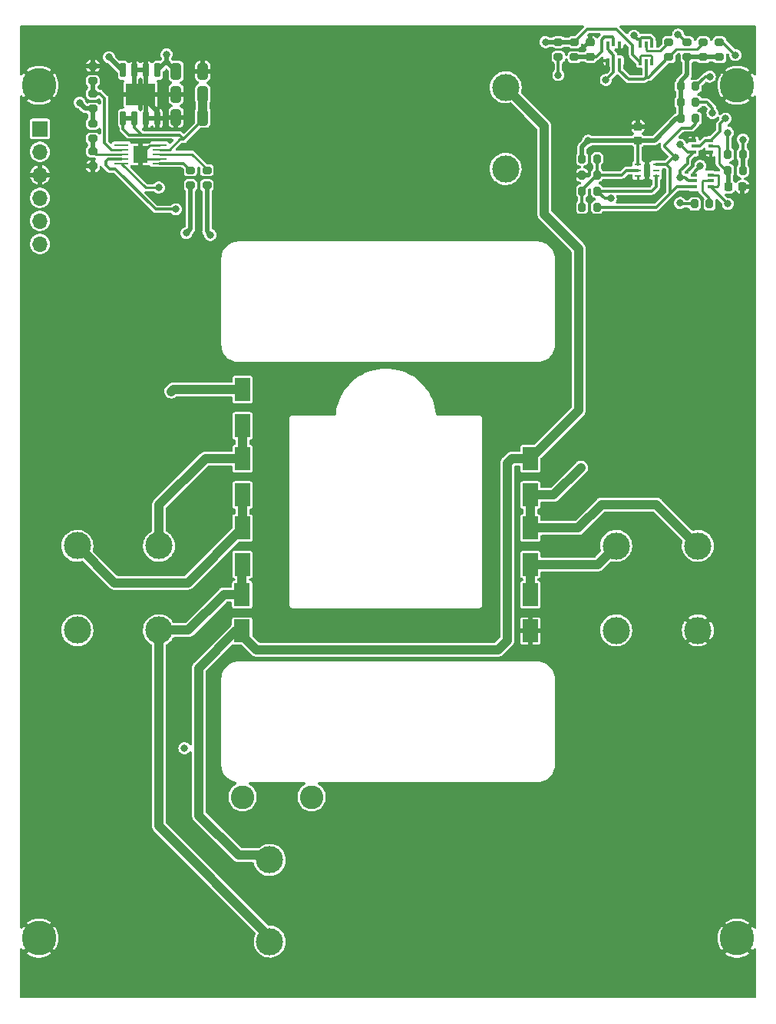
<source format=gtl>
%TF.GenerationSoftware,KiCad,Pcbnew,(6.0.5)*%
%TF.CreationDate,2023-01-23T16:51:01-08:00*%
%TF.ProjectId,X_Y_Panels,585f595f-5061-46e6-956c-732e6b696361,rev?*%
%TF.SameCoordinates,Original*%
%TF.FileFunction,Copper,L1,Top*%
%TF.FilePolarity,Positive*%
%FSLAX46Y46*%
G04 Gerber Fmt 4.6, Leading zero omitted, Abs format (unit mm)*
G04 Created by KiCad (PCBNEW (6.0.5)) date 2023-01-23 16:51:01*
%MOMM*%
%LPD*%
G01*
G04 APERTURE LIST*
G04 Aperture macros list*
%AMRoundRect*
0 Rectangle with rounded corners*
0 $1 Rounding radius*
0 $2 $3 $4 $5 $6 $7 $8 $9 X,Y pos of 4 corners*
0 Add a 4 corners polygon primitive as box body*
4,1,4,$2,$3,$4,$5,$6,$7,$8,$9,$2,$3,0*
0 Add four circle primitives for the rounded corners*
1,1,$1+$1,$2,$3*
1,1,$1+$1,$4,$5*
1,1,$1+$1,$6,$7*
1,1,$1+$1,$8,$9*
0 Add four rect primitives between the rounded corners*
20,1,$1+$1,$2,$3,$4,$5,0*
20,1,$1+$1,$4,$5,$6,$7,0*
20,1,$1+$1,$6,$7,$8,$9,0*
20,1,$1+$1,$8,$9,$2,$3,0*%
G04 Aperture macros list end*
%TA.AperFunction,SMDPad,CuDef*%
%ADD10RoundRect,0.200000X-0.200000X-0.275000X0.200000X-0.275000X0.200000X0.275000X-0.200000X0.275000X0*%
%TD*%
%TA.AperFunction,SMDPad,CuDef*%
%ADD11RoundRect,0.200000X0.200000X0.275000X-0.200000X0.275000X-0.200000X-0.275000X0.200000X-0.275000X0*%
%TD*%
%TA.AperFunction,SMDPad,CuDef*%
%ADD12RoundRect,0.200000X0.275000X-0.200000X0.275000X0.200000X-0.275000X0.200000X-0.275000X-0.200000X0*%
%TD*%
%TA.AperFunction,SMDPad,CuDef*%
%ADD13RoundRect,0.225000X0.250000X-0.225000X0.250000X0.225000X-0.250000X0.225000X-0.250000X-0.225000X0*%
%TD*%
%TA.AperFunction,ComponentPad*%
%ADD14C,3.000000*%
%TD*%
%TA.AperFunction,SMDPad,CuDef*%
%ADD15R,0.740000X0.270000*%
%TD*%
%TA.AperFunction,SMDPad,CuDef*%
%ADD16R,0.650000X1.350000*%
%TD*%
%TA.AperFunction,SMDPad,CuDef*%
%ADD17RoundRect,0.200000X-0.275000X0.200000X-0.275000X-0.200000X0.275000X-0.200000X0.275000X0.200000X0*%
%TD*%
%TA.AperFunction,SMDPad,CuDef*%
%ADD18RoundRect,0.250000X0.325000X0.650000X-0.325000X0.650000X-0.325000X-0.650000X0.325000X-0.650000X0*%
%TD*%
%TA.AperFunction,ConnectorPad*%
%ADD19C,3.800000*%
%TD*%
%TA.AperFunction,ComponentPad*%
%ADD20C,2.600000*%
%TD*%
%TA.AperFunction,SMDPad,CuDef*%
%ADD21RoundRect,0.250000X-0.325000X-0.650000X0.325000X-0.650000X0.325000X0.650000X-0.325000X0.650000X0*%
%TD*%
%TA.AperFunction,SMDPad,CuDef*%
%ADD22R,0.600000X0.400000*%
%TD*%
%TA.AperFunction,SMDPad,CuDef*%
%ADD23RoundRect,0.150000X0.150000X-0.650000X0.150000X0.650000X-0.150000X0.650000X-0.150000X-0.650000X0*%
%TD*%
%TA.AperFunction,SMDPad,CuDef*%
%ADD24R,3.200000X2.400000*%
%TD*%
%TA.AperFunction,SMDPad,CuDef*%
%ADD25R,1.700000X2.500000*%
%TD*%
%TA.AperFunction,SMDPad,CuDef*%
%ADD26RoundRect,0.225000X-0.225000X-0.250000X0.225000X-0.250000X0.225000X0.250000X-0.225000X0.250000X0*%
%TD*%
%TA.AperFunction,SMDPad,CuDef*%
%ADD27R,1.600000X0.280000*%
%TD*%
%TA.AperFunction,SMDPad,CuDef*%
%ADD28R,1.570000X1.880000*%
%TD*%
%TA.AperFunction,ComponentPad*%
%ADD29R,1.700000X1.700000*%
%TD*%
%TA.AperFunction,ComponentPad*%
%ADD30O,1.700000X1.700000*%
%TD*%
%TA.AperFunction,SMDPad,CuDef*%
%ADD31R,0.650000X0.400000*%
%TD*%
%TA.AperFunction,SMDPad,CuDef*%
%ADD32R,0.400000X0.650000*%
%TD*%
%TA.AperFunction,SMDPad,CuDef*%
%ADD33R,0.400000X0.600000*%
%TD*%
%TA.AperFunction,ViaPad*%
%ADD34C,0.800000*%
%TD*%
%TA.AperFunction,Conductor*%
%ADD35C,0.306000*%
%TD*%
%TA.AperFunction,Conductor*%
%ADD36C,0.500000*%
%TD*%
%TA.AperFunction,Conductor*%
%ADD37C,0.250000*%
%TD*%
%TA.AperFunction,Conductor*%
%ADD38C,0.290000*%
%TD*%
%TA.AperFunction,Conductor*%
%ADD39C,0.300000*%
%TD*%
%TA.AperFunction,Conductor*%
%ADD40C,0.280000*%
%TD*%
%TA.AperFunction,Conductor*%
%ADD41C,1.000000*%
%TD*%
G04 APERTURE END LIST*
D10*
X174581000Y-46876000D03*
X176231000Y-46876000D03*
D11*
X165339000Y-56650000D03*
X163689000Y-56650000D03*
D12*
X109728000Y-44513000D03*
X109728000Y-42863000D03*
D13*
X169848000Y-51075000D03*
X169848000Y-49525000D03*
D14*
X129240000Y-139374000D03*
X129240000Y-130374000D03*
D15*
X169869000Y-53714000D03*
X169869000Y-54364000D03*
X169869000Y-55014000D03*
X171859000Y-55014000D03*
X171859000Y-54364000D03*
X171859000Y-53714000D03*
D16*
X170864000Y-54364000D03*
D17*
X178851000Y-40241000D03*
X178851000Y-41891000D03*
D18*
X121853000Y-43438000D03*
X118903000Y-43438000D03*
D19*
X180792000Y-138997997D03*
D20*
X180792000Y-138997997D03*
D21*
X118903000Y-48513000D03*
X121853000Y-48513000D03*
D22*
X177881000Y-52373000D03*
X177881000Y-51723000D03*
X177881000Y-51073000D03*
X175981000Y-51073000D03*
X175981000Y-51723000D03*
X175981000Y-52373000D03*
D14*
X108022000Y-105058000D03*
X117022000Y-105058000D03*
D11*
X176231000Y-45098000D03*
X174581000Y-45098000D03*
D12*
X162849000Y-41891000D03*
X162849000Y-40241000D03*
D23*
X113068000Y-48641000D03*
X114338000Y-48641000D03*
X115608000Y-48641000D03*
X116878000Y-48641000D03*
X116878000Y-43341000D03*
X115608000Y-43341000D03*
X114338000Y-43341000D03*
X113068000Y-43341000D03*
D24*
X114973000Y-45991000D03*
D12*
X177073000Y-41891000D03*
X177073000Y-40241000D03*
D25*
X157988000Y-93800000D03*
X157988000Y-97800000D03*
X126238000Y-78518000D03*
X126238000Y-82518000D03*
D12*
X109728000Y-47561000D03*
X109728000Y-45911000D03*
D26*
X179831000Y-56176000D03*
X181381000Y-56176000D03*
D27*
X117073000Y-53595000D03*
X117073000Y-53095000D03*
X117073000Y-52595000D03*
X117073000Y-52095000D03*
X117073000Y-51595000D03*
X112873000Y-51595000D03*
X112873000Y-52095000D03*
X112873000Y-52595000D03*
X112873000Y-53095000D03*
X112873000Y-53595000D03*
D28*
X114973000Y-52595000D03*
D21*
X118903000Y-45973000D03*
X121853000Y-45973000D03*
D25*
X126238000Y-86138000D03*
X126238000Y-90138000D03*
D10*
X163689000Y-53094000D03*
X165339000Y-53094000D03*
X179778000Y-52617000D03*
X181428000Y-52617000D03*
D29*
X103886000Y-49784000D03*
D30*
X103886000Y-52324000D03*
X103886000Y-54864000D03*
X103886000Y-57404000D03*
X103886000Y-59944000D03*
X103886000Y-62484000D03*
D13*
X164627000Y-41841000D03*
X164627000Y-40291000D03*
D17*
X109728000Y-49213000D03*
X109728000Y-50863000D03*
D25*
X126214000Y-93800000D03*
X126214000Y-97800000D03*
D11*
X177756000Y-58073000D03*
X176106000Y-58073000D03*
D14*
X117022000Y-95752000D03*
X108022000Y-95752000D03*
D17*
X120503000Y-54363000D03*
X120503000Y-56013000D03*
D31*
X177881000Y-56183000D03*
X177881000Y-55533000D03*
X177881000Y-54883000D03*
X175981000Y-54883000D03*
X175981000Y-55533000D03*
X175981000Y-56183000D03*
D14*
X176458000Y-95758000D03*
X167458000Y-95758000D03*
D19*
X103792000Y-44997997D03*
D20*
X103792000Y-44997997D03*
D17*
X109728000Y-52261000D03*
X109728000Y-53911000D03*
D10*
X179781000Y-54398000D03*
X181431000Y-54398000D03*
D32*
X171394000Y-40531000D03*
X170744000Y-40531000D03*
X170094000Y-40531000D03*
X170094000Y-42431000D03*
X170744000Y-42431000D03*
X171394000Y-42431000D03*
D33*
X166517000Y-42281000D03*
X167167000Y-42281000D03*
X167817000Y-42281000D03*
X167817000Y-40381000D03*
X167167000Y-40381000D03*
X166517000Y-40381000D03*
D11*
X176231000Y-48654000D03*
X174581000Y-48654000D03*
D12*
X173263000Y-41891000D03*
X173263000Y-40241000D03*
D11*
X165339000Y-58428000D03*
X163689000Y-58428000D03*
D12*
X161069000Y-41881000D03*
X161069000Y-40231000D03*
D20*
X103792000Y-138997997D03*
D19*
X103792000Y-138997997D03*
D25*
X157988000Y-101140000D03*
X157988000Y-105140000D03*
X126194000Y-101140000D03*
X126194000Y-105140000D03*
D14*
X155260000Y-45210000D03*
X155260000Y-54210000D03*
D19*
X180792000Y-44997997D03*
D20*
X180792000Y-44997997D03*
D10*
X163689000Y-54872000D03*
X165339000Y-54872000D03*
D17*
X175295000Y-40241000D03*
X175295000Y-41891000D03*
X122303000Y-54363000D03*
X122303000Y-56013000D03*
D20*
X126238000Y-123444000D03*
X133858000Y-123444000D03*
D25*
X157988000Y-86138000D03*
X157988000Y-90138000D03*
D14*
X167458000Y-105066000D03*
X176458000Y-105066000D03*
D34*
X169144000Y-43156000D03*
X169881000Y-47698000D03*
X117457000Y-46020000D03*
X114973000Y-52595000D03*
X177036000Y-50028000D03*
X116278000Y-54788000D03*
X160020000Y-103886000D03*
X160020000Y-105410000D03*
X157988000Y-107696000D03*
X161290000Y-104648000D03*
X160020000Y-106934000D03*
X177926000Y-53698000D03*
X171436000Y-52528000D03*
X112153000Y-50313000D03*
X114974500Y-45992500D03*
X108228000Y-51588000D03*
X161290000Y-106172000D03*
X112257000Y-46030000D03*
X168578000Y-55634000D03*
X171046000Y-57558000D03*
X117853000Y-41588000D03*
X108257000Y-46914000D03*
X111503000Y-41888000D03*
X164376000Y-51092000D03*
X179778000Y-50220000D03*
X179781000Y-58073000D03*
X169394000Y-39531000D03*
X161069000Y-43856000D03*
X166319000Y-44406000D03*
X174281500Y-39406000D03*
X177781000Y-44048000D03*
X179506000Y-48673000D03*
X174481000Y-57973000D03*
X174481000Y-55123000D03*
X178081000Y-48048000D03*
X174506000Y-51548000D03*
X120028000Y-61288000D03*
X122678000Y-61488000D03*
X119831000Y-118053000D03*
X163576000Y-87122000D03*
X118364000Y-78740000D03*
X159644000Y-40231000D03*
X180594000Y-41656000D03*
X166856000Y-57473000D03*
X117003000Y-56263000D03*
X176731000Y-53873000D03*
X181431000Y-50973000D03*
X118878000Y-58663000D03*
X173981000Y-52973000D03*
D35*
X166144000Y-39681000D02*
X165819000Y-40006000D01*
X167167000Y-39825978D02*
X167022022Y-39681000D01*
X165819000Y-40006000D02*
X165819000Y-41281000D01*
D36*
X162849000Y-41891000D02*
X164577000Y-41891000D01*
D35*
X167167000Y-40381000D02*
X167167000Y-39825978D01*
D36*
X164577000Y-41891000D02*
X164627000Y-41841000D01*
D35*
X167022022Y-39681000D02*
X166144000Y-39681000D01*
X165819000Y-41281000D02*
X165259000Y-41841000D01*
X165259000Y-41841000D02*
X164627000Y-41841000D01*
D37*
X164627000Y-40291000D02*
X164409000Y-40291000D01*
D36*
X114974500Y-45992500D02*
X114973000Y-45991000D01*
X115608000Y-48641000D02*
X116878000Y-48641000D01*
D38*
X117073000Y-51595000D02*
X115973000Y-51595000D01*
D36*
X114338000Y-43341000D02*
X115608000Y-43341000D01*
D37*
X164219000Y-40291000D02*
X163629000Y-40881000D01*
D36*
X114338000Y-45356000D02*
X114973000Y-45991000D01*
X116878000Y-47896000D02*
X114974500Y-45992500D01*
X116878000Y-48641000D02*
X116878000Y-47896000D01*
X115608000Y-43341000D02*
X115608000Y-45356000D01*
X115608000Y-46626000D02*
X114973000Y-45991000D01*
D37*
X164627000Y-40291000D02*
X164219000Y-40291000D01*
X169869000Y-55014000D02*
X169869000Y-55565000D01*
D39*
X115473000Y-53095000D02*
X114973000Y-52595000D01*
D38*
X115973000Y-51595000D02*
X114973000Y-52595000D01*
D36*
X115608000Y-45356000D02*
X114973000Y-45991000D01*
X115608000Y-48641000D02*
X115608000Y-46626000D01*
D37*
X164409000Y-40291000D02*
X163719000Y-40981000D01*
D40*
X117073000Y-53095000D02*
X115473000Y-53095000D01*
D36*
X114338000Y-43341000D02*
X114338000Y-45356000D01*
X179831000Y-54448000D02*
X179781000Y-54398000D01*
D37*
X179586000Y-54398000D02*
X178806000Y-53618000D01*
X178661000Y-51723000D02*
X177881000Y-51723000D01*
D36*
X179831000Y-56176000D02*
X179831000Y-54448000D01*
D37*
X178806000Y-51868000D02*
X178661000Y-51723000D01*
X178806000Y-53618000D02*
X178806000Y-51868000D01*
X179781000Y-54398000D02*
X179586000Y-54398000D01*
D35*
X115653000Y-50463000D02*
X119253000Y-50463000D01*
X114338000Y-49673000D02*
X115128000Y-50463000D01*
D39*
X121853000Y-48838000D02*
X121853000Y-48513000D01*
D35*
X114338000Y-48641000D02*
X114338000Y-49673000D01*
X119253000Y-50463000D02*
X119740500Y-50950500D01*
D41*
X121853000Y-45973000D02*
X121853000Y-48513000D01*
D37*
X118172022Y-52095000D02*
X119316522Y-50950500D01*
D35*
X113068000Y-48641000D02*
X113068000Y-49828000D01*
X115128000Y-50463000D02*
X115653000Y-50463000D01*
D37*
X117073000Y-52095000D02*
X118172022Y-52095000D01*
X119316522Y-50950500D02*
X119740500Y-50950500D01*
D39*
X119740500Y-50950500D02*
X121853000Y-48838000D01*
D35*
X113703000Y-50463000D02*
X115653000Y-50463000D01*
X113068000Y-49828000D02*
X113703000Y-50463000D01*
D36*
X113068000Y-48641000D02*
X114338000Y-48641000D01*
X112956000Y-43341000D02*
X111503000Y-41888000D01*
X109728000Y-47561000D02*
X108904000Y-47561000D01*
X108904000Y-47561000D02*
X108257000Y-46914000D01*
X117853000Y-42366000D02*
X116878000Y-43341000D01*
X113068000Y-43341000D02*
X112956000Y-43341000D01*
X117853000Y-41588000D02*
X117853000Y-42388000D01*
X117853000Y-42388000D02*
X118903000Y-43438000D01*
X109728000Y-47561000D02*
X109728000Y-49213000D01*
X117853000Y-41588000D02*
X117853000Y-42366000D01*
X169848000Y-51075000D02*
X171679000Y-51075000D01*
D35*
X169848000Y-51075000D02*
X169848000Y-53693000D01*
D36*
X174581000Y-46876000D02*
X174581000Y-48654000D01*
D35*
X169848000Y-53693000D02*
X169869000Y-53714000D01*
D36*
X163689000Y-51779000D02*
X163689000Y-53094000D01*
X164393000Y-51075000D02*
X164376000Y-51092000D01*
X164376000Y-51092000D02*
X163689000Y-51779000D01*
X174581000Y-45098000D02*
X174581000Y-44544000D01*
X174100000Y-48654000D02*
X174581000Y-48654000D01*
X175295000Y-41891000D02*
X177073000Y-41891000D01*
X175295000Y-41891000D02*
X175295000Y-43830000D01*
X171679000Y-51075000D02*
X174100000Y-48654000D01*
X174581000Y-44544000D02*
X175295000Y-43830000D01*
X177073000Y-41891000D02*
X178851000Y-41891000D01*
X169848000Y-51075000D02*
X164393000Y-51075000D01*
X174581000Y-45098000D02*
X174581000Y-46876000D01*
D37*
X178651000Y-54883000D02*
X178706000Y-54938000D01*
X178706000Y-56038000D02*
X178561000Y-56183000D01*
D35*
X179778000Y-52617000D02*
X179778000Y-50220000D01*
X177881000Y-56183000D02*
X177891000Y-56183000D01*
D37*
X177881000Y-54883000D02*
X178651000Y-54883000D01*
D35*
X177891000Y-56183000D02*
X179781000Y-58073000D01*
D37*
X178561000Y-56183000D02*
X177881000Y-56183000D01*
X178706000Y-54938000D02*
X178706000Y-56038000D01*
D35*
X170238000Y-39756000D02*
X171199022Y-39756000D01*
X169763000Y-39900000D02*
X169394000Y-39531000D01*
X161069000Y-43856000D02*
X161069000Y-41881000D01*
X170094000Y-39900000D02*
X169763000Y-39900000D01*
X171199022Y-39756000D02*
X171394000Y-39950978D01*
X171394000Y-39950978D02*
X171394000Y-40531000D01*
X170094000Y-39900000D02*
X170238000Y-39756000D01*
X170094000Y-40531000D02*
X170094000Y-39900000D01*
X167167000Y-42281000D02*
X167167000Y-41675000D01*
X167167000Y-41675000D02*
X166517000Y-41025000D01*
X175204000Y-40241000D02*
X174281500Y-39318500D01*
X167167000Y-42281000D02*
X167167000Y-43558000D01*
X166517000Y-41025000D02*
X166517000Y-40381000D01*
X167167000Y-43558000D02*
X166319000Y-44406000D01*
X175295000Y-40241000D02*
X175204000Y-40241000D01*
X170519000Y-44331000D02*
X170744000Y-44106000D01*
X170744000Y-44106000D02*
X170744000Y-42431000D01*
X167817000Y-42281000D02*
X167817000Y-43354000D01*
D37*
X177073000Y-40241000D02*
X177073000Y-40307000D01*
D35*
X173263000Y-41891000D02*
X171048000Y-44106000D01*
X171048000Y-44106000D02*
X170744000Y-44106000D01*
X168794000Y-44331000D02*
X170519000Y-44331000D01*
X167817000Y-43354000D02*
X168794000Y-44331000D01*
D37*
X176339000Y-41041000D02*
X174113000Y-41041000D01*
X177073000Y-40307000D02*
X176339000Y-41041000D01*
X174113000Y-41041000D02*
X173263000Y-41891000D01*
X170744000Y-41136000D02*
X170816511Y-41208511D01*
X172295489Y-41208511D02*
X173263000Y-40241000D01*
X170816511Y-41208511D02*
X172295489Y-41208511D01*
X170744000Y-40531000D02*
X170744000Y-41136000D01*
D35*
X177781000Y-44048000D02*
X177281000Y-44048000D01*
D39*
X177881000Y-51073000D02*
X178916000Y-50038000D01*
X178916000Y-50038000D02*
X178916000Y-49263000D01*
D35*
X177281000Y-44048000D02*
X176231000Y-45098000D01*
D39*
X178916000Y-49263000D02*
X179506000Y-48673000D01*
D35*
X176675978Y-51723000D02*
X177325978Y-51073000D01*
X177325978Y-51073000D02*
X177881000Y-51073000D01*
X175981000Y-51723000D02*
X176675978Y-51723000D01*
X175331000Y-52373000D02*
X174506000Y-51548000D01*
X174990978Y-55123000D02*
X174481000Y-55123000D01*
X178081000Y-48048000D02*
X178081000Y-47498000D01*
X177459000Y-46876000D02*
X176231000Y-46876000D01*
X175981000Y-52373000D02*
X175303489Y-53050511D01*
X176106000Y-58073000D02*
X174581000Y-58073000D01*
X174581000Y-58073000D02*
X174481000Y-57973000D01*
X174481000Y-54423000D02*
X174481000Y-55123000D01*
X175303489Y-53600511D02*
X174481000Y-54423000D01*
X175400978Y-55533000D02*
X174990978Y-55123000D01*
X178081000Y-47498000D02*
X177459000Y-46876000D01*
X175981000Y-52373000D02*
X175331000Y-52373000D01*
X175400978Y-55533000D02*
X175981000Y-55533000D01*
X175303489Y-53050511D02*
X175303489Y-53600511D01*
D37*
X177756000Y-57468000D02*
X176936000Y-56648000D01*
X177021000Y-55533000D02*
X177881000Y-55533000D01*
X176936000Y-55618000D02*
X177021000Y-55533000D01*
X176936000Y-56648000D02*
X176936000Y-55618000D01*
X177756000Y-58073000D02*
X177756000Y-57468000D01*
X110062000Y-52595000D02*
X109728000Y-52261000D01*
D36*
X109728000Y-52261000D02*
X109728000Y-50863000D01*
D37*
X112873000Y-52595000D02*
X110062000Y-52595000D01*
D39*
X111028000Y-46413000D02*
X110526000Y-45911000D01*
D37*
X112873000Y-52095000D02*
X111773978Y-52095000D01*
D39*
X111028000Y-51313000D02*
X111028000Y-46413000D01*
D36*
X109728000Y-44513000D02*
X109728000Y-45911000D01*
D37*
X111773978Y-52095000D02*
X111028000Y-51349022D01*
D39*
X110526000Y-45911000D02*
X109728000Y-45911000D01*
D37*
X111028000Y-51349022D02*
X111028000Y-51313000D01*
D39*
X119735000Y-53595000D02*
X120503000Y-54363000D01*
X117073000Y-53595000D02*
X119735000Y-53595000D01*
D36*
X120028000Y-61288000D02*
X120503000Y-60813000D01*
X120503000Y-60813000D02*
X120503000Y-56013000D01*
X122303000Y-61113000D02*
X122303000Y-56013000D01*
X122678000Y-61488000D02*
X122303000Y-61113000D01*
D41*
X117022000Y-91258000D02*
X122142000Y-86138000D01*
X122142000Y-86138000D02*
X126238000Y-86138000D01*
X126238000Y-82518000D02*
X126238000Y-86138000D01*
X117022000Y-95752000D02*
X117022000Y-91258000D01*
X120192000Y-99822000D02*
X126214000Y-93800000D01*
X112092000Y-99822000D02*
X120192000Y-99822000D01*
X108022000Y-95752000D02*
X112092000Y-99822000D01*
X126214000Y-90162000D02*
X126238000Y-90138000D01*
X126214000Y-93800000D02*
X126214000Y-90162000D01*
X126194000Y-105140000D02*
X125492000Y-105140000D01*
X121412000Y-109220000D02*
X121412000Y-125476000D01*
X121412000Y-125476000D02*
X125802000Y-129866000D01*
X163322000Y-62992000D02*
X163322000Y-80804000D01*
X125802000Y-129866000D02*
X129240000Y-129866000D01*
X126194000Y-105140000D02*
X126194000Y-105620000D01*
X126194000Y-105620000D02*
X127762000Y-107188000D01*
X159512000Y-59182000D02*
X163322000Y-62992000D01*
X125492000Y-105140000D02*
X121412000Y-109220000D01*
X155448000Y-106172000D02*
X155448000Y-86614000D01*
X155448000Y-86614000D02*
X155924000Y-86138000D01*
X155260000Y-45210000D02*
X159512000Y-49462000D01*
X154432000Y-107188000D02*
X155448000Y-106172000D01*
X159512000Y-49462000D02*
X159512000Y-59182000D01*
X163322000Y-80804000D02*
X157988000Y-86138000D01*
X155924000Y-86138000D02*
X157988000Y-86138000D01*
X127762000Y-107188000D02*
X154432000Y-107188000D01*
X163248000Y-93800000D02*
X165862000Y-91186000D01*
X157988000Y-93800000D02*
X157988000Y-90138000D01*
X157988000Y-93800000D02*
X163248000Y-93800000D01*
X171886000Y-91186000D02*
X176458000Y-95758000D01*
X160560000Y-90138000D02*
X163576000Y-87122000D01*
X157988000Y-90138000D02*
X160560000Y-90138000D01*
X165862000Y-91186000D02*
X171886000Y-91186000D01*
X165416000Y-97800000D02*
X167458000Y-95758000D01*
X157988000Y-97800000D02*
X165416000Y-97800000D01*
X157988000Y-97800000D02*
X157988000Y-101140000D01*
X126238000Y-78518000D02*
X118586000Y-78518000D01*
X118586000Y-78518000D02*
X118364000Y-78740000D01*
D35*
X166856000Y-57473000D02*
X166162000Y-57473000D01*
D37*
X170094000Y-42431000D02*
X170094000Y-41836000D01*
D35*
X171859000Y-56163000D02*
X171859000Y-55014000D01*
D37*
X170209000Y-41721000D02*
X171269000Y-41721000D01*
X171394000Y-41846000D02*
X171394000Y-42431000D01*
D35*
X165339000Y-56650000D02*
X171372000Y-56650000D01*
X167803480Y-39175480D02*
X167469000Y-38841000D01*
X171372000Y-56650000D02*
X171859000Y-56163000D01*
X167469000Y-38841000D02*
X164249000Y-38841000D01*
X179179000Y-40241000D02*
X180594000Y-41656000D01*
D37*
X115541000Y-56263000D02*
X117003000Y-56263000D01*
D35*
X169269000Y-41606000D02*
X169269000Y-40627978D01*
D36*
X161069000Y-40231000D02*
X159644000Y-40231000D01*
D37*
X112873000Y-53595000D02*
X115541000Y-56263000D01*
D35*
X166162000Y-57473000D02*
X165339000Y-56650000D01*
D36*
X162839000Y-40231000D02*
X162849000Y-40241000D01*
X161069000Y-40231000D02*
X162839000Y-40231000D01*
D35*
X178851000Y-40241000D02*
X179179000Y-40241000D01*
X169269000Y-40627978D02*
X167816502Y-39175480D01*
X170094000Y-42431000D02*
X169269000Y-41606000D01*
D37*
X170094000Y-41836000D02*
X170209000Y-41721000D01*
D35*
X164249000Y-38841000D02*
X162849000Y-40241000D01*
D37*
X171269000Y-41721000D02*
X171394000Y-41846000D01*
D35*
X167816502Y-39175480D02*
X167803480Y-39175480D01*
X175731000Y-49698000D02*
X176231000Y-49198000D01*
X172806000Y-51798000D02*
X172806000Y-51573000D01*
X181431000Y-52614000D02*
X181428000Y-52617000D01*
D36*
X181428000Y-52617000D02*
X181428000Y-54395000D01*
D35*
X173981000Y-52973000D02*
X172806000Y-51798000D01*
D39*
X112178000Y-54213000D02*
X111553000Y-54213000D01*
D35*
X174125000Y-56183000D02*
X173404000Y-56904000D01*
X173008000Y-53714000D02*
X171859000Y-53714000D01*
D39*
X118878000Y-58663000D02*
X116628000Y-58663000D01*
D35*
X172806000Y-51573000D02*
X174681000Y-49698000D01*
D36*
X181428000Y-54395000D02*
X181431000Y-54398000D01*
D35*
X173981000Y-52973000D02*
X173749000Y-52973000D01*
X176231000Y-49198000D02*
X176231000Y-48654000D01*
X165339000Y-58428000D02*
X171880000Y-58428000D01*
X175981000Y-56183000D02*
X174125000Y-56183000D01*
X174681000Y-49698000D02*
X175731000Y-49698000D01*
X181431000Y-50973000D02*
X181431000Y-52614000D01*
D39*
X111128000Y-53363000D02*
X111396000Y-53095000D01*
X111396000Y-53095000D02*
X112873000Y-53095000D01*
D35*
X175981000Y-54883000D02*
X175981000Y-54623000D01*
X173404000Y-54110000D02*
X173008000Y-53714000D01*
X171880000Y-58428000D02*
X173404000Y-56904000D01*
X173749000Y-52973000D02*
X173008000Y-53714000D01*
X175981000Y-54623000D02*
X176731000Y-53873000D01*
D39*
X111128000Y-53788000D02*
X111128000Y-53363000D01*
D35*
X173404000Y-56904000D02*
X173404000Y-54110000D01*
D39*
X116628000Y-58663000D02*
X112178000Y-54213000D01*
X111553000Y-54213000D02*
X111128000Y-53788000D01*
D41*
X126194000Y-101140000D02*
X126194000Y-97820000D01*
X124254000Y-101140000D02*
X126194000Y-101140000D01*
X117022000Y-126648000D02*
X129240000Y-138866000D01*
X120240000Y-105058000D02*
X124206000Y-101092000D01*
X117022000Y-105058000D02*
X120240000Y-105058000D01*
X126194000Y-97820000D02*
X126214000Y-97800000D01*
X117022000Y-105058000D02*
X117022000Y-126648000D01*
X124206000Y-101092000D02*
X124254000Y-101140000D01*
D37*
X122303000Y-54363000D02*
X122303000Y-54218000D01*
X122303000Y-54218000D02*
X120680000Y-52595000D01*
X120680000Y-52595000D02*
X117073000Y-52595000D01*
D35*
X168070000Y-54872000D02*
X168578000Y-54364000D01*
X163689000Y-56650000D02*
X163689000Y-56522000D01*
X163689000Y-56650000D02*
X163689000Y-58428000D01*
X165339000Y-54872000D02*
X168070000Y-54872000D01*
X168578000Y-54364000D02*
X169869000Y-54364000D01*
X163689000Y-56522000D02*
X165339000Y-54872000D01*
X165339000Y-53094000D02*
X165339000Y-54872000D01*
%TA.AperFunction,Conductor*%
G36*
X163814757Y-38398709D02*
G01*
X163871720Y-38449175D01*
X163898707Y-38520332D01*
X163889534Y-38595879D01*
X163853296Y-38651927D01*
X162971293Y-39533930D01*
X162906166Y-39573301D01*
X162858863Y-39580500D01*
X162540840Y-39580501D01*
X162518970Y-39580501D01*
X162502191Y-39582087D01*
X162496386Y-39582635D01*
X162496385Y-39582635D01*
X162486736Y-39583547D01*
X162477591Y-39586759D01*
X162477589Y-39586759D01*
X162421931Y-39606305D01*
X162356084Y-39629429D01*
X162281323Y-39684648D01*
X162274895Y-39689396D01*
X162204639Y-39718646D01*
X162180430Y-39720500D01*
X161751109Y-39720500D01*
X161677218Y-39702288D01*
X161656644Y-39689396D01*
X161638923Y-39676307D01*
X161561916Y-39619429D01*
X161431264Y-39573547D01*
X161412204Y-39571745D01*
X161402759Y-39570852D01*
X161402750Y-39570852D01*
X161399031Y-39570500D01*
X161069485Y-39570500D01*
X160738970Y-39570501D01*
X160722191Y-39572087D01*
X160716386Y-39572635D01*
X160716385Y-39572635D01*
X160706736Y-39573547D01*
X160697591Y-39576759D01*
X160697589Y-39576759D01*
X160667106Y-39587464D01*
X160576084Y-39619429D01*
X160499077Y-39676307D01*
X160481356Y-39689396D01*
X160411100Y-39718646D01*
X160386891Y-39720500D01*
X160123119Y-39720500D01*
X160049228Y-39702288D01*
X160032374Y-39692062D01*
X160030884Y-39691026D01*
X160023725Y-39684648D01*
X160015255Y-39680163D01*
X160015253Y-39680162D01*
X159913884Y-39626490D01*
X159882440Y-39609841D01*
X159727391Y-39570895D01*
X159647459Y-39570477D01*
X159577107Y-39570108D01*
X159577106Y-39570108D01*
X159567526Y-39570058D01*
X159526535Y-39579899D01*
X159421397Y-39605140D01*
X159421393Y-39605141D01*
X159412077Y-39607378D01*
X159403562Y-39611773D01*
X159403559Y-39611774D01*
X159278530Y-39676307D01*
X159270017Y-39680701D01*
X159262798Y-39686999D01*
X159262796Y-39687000D01*
X159178557Y-39760487D01*
X159149548Y-39785793D01*
X159057624Y-39916588D01*
X159054142Y-39925520D01*
X159054141Y-39925521D01*
X159005599Y-40050025D01*
X158999552Y-40065534D01*
X158978685Y-40224033D01*
X158979736Y-40233553D01*
X158979736Y-40233556D01*
X158985218Y-40283206D01*
X158996228Y-40382933D01*
X159051168Y-40533063D01*
X159056511Y-40541015D01*
X159056512Y-40541016D01*
X159133443Y-40655500D01*
X159140333Y-40665754D01*
X159258575Y-40773346D01*
X159266991Y-40777915D01*
X159266993Y-40777917D01*
X159390645Y-40845055D01*
X159390647Y-40845056D01*
X159399068Y-40849628D01*
X159553702Y-40890195D01*
X159563281Y-40890345D01*
X159563285Y-40890346D01*
X159636712Y-40891499D01*
X159713548Y-40892706D01*
X159723853Y-40890346D01*
X159817884Y-40868810D01*
X159869380Y-40857016D01*
X159939324Y-40821838D01*
X160003637Y-40789492D01*
X160003639Y-40789491D01*
X160012200Y-40785185D01*
X160019488Y-40778960D01*
X160027473Y-40773655D01*
X160028250Y-40774825D01*
X160086761Y-40745456D01*
X160122007Y-40741500D01*
X160386891Y-40741500D01*
X160460782Y-40759712D01*
X160481356Y-40772604D01*
X160576084Y-40842571D01*
X160706736Y-40888453D01*
X160725164Y-40890195D01*
X160735241Y-40891148D01*
X160735250Y-40891148D01*
X160738969Y-40891500D01*
X161068515Y-40891500D01*
X161399030Y-40891499D01*
X161415809Y-40889913D01*
X161421614Y-40889365D01*
X161421615Y-40889365D01*
X161431264Y-40888453D01*
X161440409Y-40885241D01*
X161440411Y-40885241D01*
X161550702Y-40846509D01*
X161550701Y-40846509D01*
X161561916Y-40842571D01*
X161656644Y-40772604D01*
X161726900Y-40743354D01*
X161751109Y-40741500D01*
X162153352Y-40741500D01*
X162227243Y-40759712D01*
X162247817Y-40772604D01*
X162356084Y-40852571D01*
X162486736Y-40898453D01*
X162505796Y-40900255D01*
X162515241Y-40901148D01*
X162515250Y-40901148D01*
X162518969Y-40901500D01*
X162848515Y-40901500D01*
X163179030Y-40901499D01*
X163195809Y-40899913D01*
X163201614Y-40899365D01*
X163201615Y-40899365D01*
X163211264Y-40898453D01*
X163220409Y-40895241D01*
X163220411Y-40895241D01*
X163323162Y-40859157D01*
X163341916Y-40852571D01*
X163453301Y-40770301D01*
X163535571Y-40658916D01*
X163581453Y-40528264D01*
X163582365Y-40518611D01*
X163583694Y-40512557D01*
X163617320Y-40444286D01*
X163678821Y-40399462D01*
X163754108Y-40388352D01*
X163825934Y-40413503D01*
X163877845Y-40469153D01*
X163898000Y-40546633D01*
X163898000Y-40557047D01*
X163898464Y-40565616D01*
X163903286Y-40610005D01*
X163907863Y-40629253D01*
X163948549Y-40737785D01*
X163959318Y-40757455D01*
X164028022Y-40849126D01*
X164043874Y-40864978D01*
X164136911Y-40934706D01*
X164185116Y-40993595D01*
X164200433Y-41068140D01*
X164179353Y-41141264D01*
X164136911Y-41189171D01*
X164030169Y-41269169D01*
X163998760Y-41311079D01*
X163994431Y-41316855D01*
X163935543Y-41365061D01*
X163867197Y-41380500D01*
X163531109Y-41380500D01*
X163457218Y-41362288D01*
X163436644Y-41349396D01*
X163423722Y-41339852D01*
X163341916Y-41279429D01*
X163211264Y-41233547D01*
X163192204Y-41231745D01*
X163182759Y-41230852D01*
X163182750Y-41230852D01*
X163179031Y-41230500D01*
X162849485Y-41230500D01*
X162518970Y-41230501D01*
X162502191Y-41232087D01*
X162496386Y-41232635D01*
X162496385Y-41232635D01*
X162486736Y-41233547D01*
X162477591Y-41236759D01*
X162477589Y-41236759D01*
X162405316Y-41262140D01*
X162356084Y-41279429D01*
X162244699Y-41361699D01*
X162162429Y-41473084D01*
X162116547Y-41603736D01*
X162115635Y-41613388D01*
X162115264Y-41615077D01*
X162081638Y-41683348D01*
X162020137Y-41728172D01*
X161944850Y-41739282D01*
X161873024Y-41714131D01*
X161821113Y-41658481D01*
X161806761Y-41612344D01*
X161804442Y-41612853D01*
X161802365Y-41603385D01*
X161801453Y-41593736D01*
X161798241Y-41584588D01*
X161759856Y-41475286D01*
X161755571Y-41463084D01*
X161673301Y-41351699D01*
X161561916Y-41269429D01*
X161431264Y-41223547D01*
X161412204Y-41221745D01*
X161402759Y-41220852D01*
X161402750Y-41220852D01*
X161399031Y-41220500D01*
X161069485Y-41220500D01*
X160738970Y-41220501D01*
X160722191Y-41222087D01*
X160716386Y-41222635D01*
X160716385Y-41222635D01*
X160706736Y-41223547D01*
X160697591Y-41226759D01*
X160697589Y-41226759D01*
X160645539Y-41245038D01*
X160576084Y-41269429D01*
X160464699Y-41351699D01*
X160382429Y-41463084D01*
X160336547Y-41593736D01*
X160333500Y-41625969D01*
X160333501Y-42136030D01*
X160334093Y-42142290D01*
X160335251Y-42154544D01*
X160336547Y-42168264D01*
X160339759Y-42177409D01*
X160339759Y-42177411D01*
X160357632Y-42228306D01*
X160382429Y-42298916D01*
X160464699Y-42410301D01*
X160576084Y-42492571D01*
X160576302Y-42492647D01*
X160627681Y-42538498D01*
X160654409Y-42609752D01*
X160655500Y-42628346D01*
X160655500Y-43267880D01*
X160637288Y-43341771D01*
X160601024Y-43387696D01*
X160592934Y-43394754D01*
X160574548Y-43410793D01*
X160482624Y-43541588D01*
X160479142Y-43550520D01*
X160479141Y-43550521D01*
X160428535Y-43680317D01*
X160424552Y-43690534D01*
X160403685Y-43849033D01*
X160404736Y-43858553D01*
X160404736Y-43858556D01*
X160416889Y-43968635D01*
X160421228Y-44007933D01*
X160476168Y-44158063D01*
X160481511Y-44166015D01*
X160481512Y-44166016D01*
X160557918Y-44279719D01*
X160565333Y-44290754D01*
X160683575Y-44398346D01*
X160691991Y-44402915D01*
X160691993Y-44402917D01*
X160815645Y-44470055D01*
X160815647Y-44470056D01*
X160824068Y-44474628D01*
X160978702Y-44515195D01*
X160988281Y-44515345D01*
X160988285Y-44515346D01*
X161062405Y-44516510D01*
X161138548Y-44517706D01*
X161148853Y-44515346D01*
X161207657Y-44501878D01*
X161294380Y-44482016D01*
X161437200Y-44410185D01*
X161512828Y-44345592D01*
X161551470Y-44312589D01*
X161551471Y-44312588D01*
X161558763Y-44306360D01*
X161636514Y-44198159D01*
X161646458Y-44184320D01*
X161646458Y-44184319D01*
X161652052Y-44176535D01*
X161711680Y-44028206D01*
X161734205Y-43869934D01*
X161734351Y-43856000D01*
X161715145Y-43697292D01*
X161666247Y-43567887D01*
X161662022Y-43556706D01*
X161662021Y-43556704D01*
X161658636Y-43547746D01*
X161637505Y-43516999D01*
X161573514Y-43423891D01*
X161573513Y-43423890D01*
X161568087Y-43415995D01*
X161560931Y-43409619D01*
X161535728Y-43387164D01*
X161492674Y-43324412D01*
X161482500Y-43268449D01*
X161482500Y-42628346D01*
X161489928Y-42598207D01*
X166063001Y-42598207D01*
X166064525Y-42613678D01*
X166074682Y-42664746D01*
X166086436Y-42693125D01*
X166125177Y-42751105D01*
X166146895Y-42772823D01*
X166204875Y-42811564D01*
X166233252Y-42823318D01*
X166284327Y-42833477D01*
X166298293Y-42834853D01*
X166313540Y-42831095D01*
X166317000Y-42821971D01*
X166317000Y-42500305D01*
X166313095Y-42484460D01*
X166303971Y-42481000D01*
X166082306Y-42481000D01*
X166066461Y-42484905D01*
X166063001Y-42494029D01*
X166063001Y-42598207D01*
X161489928Y-42598207D01*
X161500712Y-42554455D01*
X161551178Y-42497492D01*
X161555673Y-42494763D01*
X161561916Y-42492571D01*
X161673301Y-42410301D01*
X161755571Y-42298916D01*
X161801453Y-42168264D01*
X161802365Y-42158612D01*
X161802736Y-42156923D01*
X161836362Y-42088652D01*
X161897863Y-42043828D01*
X161973150Y-42032718D01*
X162044976Y-42057869D01*
X162096887Y-42113519D01*
X162111239Y-42159656D01*
X162113558Y-42159147D01*
X162115635Y-42168612D01*
X162116547Y-42178264D01*
X162119759Y-42187409D01*
X162119759Y-42187411D01*
X162125569Y-42203956D01*
X162162429Y-42308916D01*
X162244699Y-42420301D01*
X162356084Y-42502571D01*
X162486736Y-42548453D01*
X162505796Y-42550255D01*
X162515241Y-42551148D01*
X162515250Y-42551148D01*
X162518969Y-42551500D01*
X162848515Y-42551500D01*
X163179030Y-42551499D01*
X163195809Y-42549913D01*
X163201614Y-42549365D01*
X163201615Y-42549365D01*
X163211264Y-42548453D01*
X163220409Y-42545241D01*
X163220411Y-42545241D01*
X163295782Y-42518772D01*
X163341916Y-42502571D01*
X163436644Y-42432604D01*
X163506900Y-42403354D01*
X163531109Y-42401500D01*
X163962081Y-42401500D01*
X164035972Y-42419712D01*
X164057436Y-42433266D01*
X164141454Y-42496234D01*
X164271674Y-42545051D01*
X164317764Y-42550058D01*
X164326766Y-42551036D01*
X164326768Y-42551036D01*
X164331038Y-42551500D01*
X164922962Y-42551500D01*
X164927232Y-42551036D01*
X164927234Y-42551036D01*
X164936236Y-42550058D01*
X164982326Y-42545051D01*
X165112546Y-42496234D01*
X165223831Y-42412831D01*
X165307234Y-42301546D01*
X165308291Y-42302338D01*
X165351522Y-42255241D01*
X165383021Y-42240011D01*
X165388371Y-42239164D01*
X165406579Y-42229886D01*
X165429626Y-42220340D01*
X165449065Y-42214024D01*
X165459918Y-42206139D01*
X165465600Y-42202011D01*
X165486870Y-42188976D01*
X165505079Y-42179698D01*
X165791571Y-41893206D01*
X165856697Y-41853836D01*
X165932661Y-41849241D01*
X166002058Y-41880475D01*
X166048992Y-41940381D01*
X166063000Y-42005637D01*
X166063000Y-42061695D01*
X166066905Y-42077540D01*
X166076029Y-42081000D01*
X166547500Y-42081000D01*
X166621391Y-42099212D01*
X166678354Y-42149678D01*
X166705341Y-42220835D01*
X166706500Y-42240000D01*
X166706500Y-42606654D01*
X166708023Y-42614310D01*
X166713945Y-42644081D01*
X166717000Y-42675101D01*
X166717000Y-42815694D01*
X166723992Y-42844062D01*
X166748879Y-42891478D01*
X166753500Y-42929532D01*
X166753500Y-43320863D01*
X166735288Y-43394754D01*
X166706930Y-43433293D01*
X166441285Y-43698938D01*
X166376158Y-43738309D01*
X166328024Y-43745506D01*
X166275113Y-43745229D01*
X166252107Y-43745108D01*
X166252106Y-43745108D01*
X166242526Y-43745058D01*
X166194131Y-43756677D01*
X166096397Y-43780140D01*
X166096393Y-43780141D01*
X166087077Y-43782378D01*
X166078562Y-43786773D01*
X166078559Y-43786774D01*
X165960749Y-43847581D01*
X165945017Y-43855701D01*
X165937798Y-43861999D01*
X165937796Y-43862000D01*
X165860471Y-43929455D01*
X165824548Y-43960793D01*
X165732624Y-44091588D01*
X165729142Y-44100520D01*
X165729141Y-44100521D01*
X165680138Y-44226206D01*
X165674552Y-44240534D01*
X165653685Y-44399033D01*
X165654736Y-44408553D01*
X165654736Y-44408556D01*
X165669730Y-44544363D01*
X165671228Y-44557933D01*
X165726168Y-44708063D01*
X165731511Y-44716015D01*
X165731512Y-44716016D01*
X165800904Y-44819281D01*
X165815333Y-44840754D01*
X165933575Y-44948346D01*
X165941991Y-44952915D01*
X165941993Y-44952917D01*
X166065645Y-45020055D01*
X166065647Y-45020056D01*
X166074068Y-45024628D01*
X166228702Y-45065195D01*
X166238281Y-45065345D01*
X166238285Y-45065346D01*
X166312405Y-45066510D01*
X166388548Y-45067706D01*
X166398853Y-45065346D01*
X166423828Y-45059626D01*
X166544380Y-45032016D01*
X166687200Y-44960185D01*
X166808763Y-44856360D01*
X166902052Y-44726535D01*
X166961680Y-44578206D01*
X166984205Y-44419934D01*
X166984351Y-44406000D01*
X166983731Y-44400873D01*
X166997853Y-44326106D01*
X167030058Y-44279719D01*
X167481570Y-43828207D01*
X167546697Y-43788836D01*
X167622661Y-43784241D01*
X167692058Y-43815475D01*
X167706429Y-43828206D01*
X168524622Y-44646400D01*
X168524626Y-44646403D01*
X168547921Y-44669698D01*
X168566128Y-44678975D01*
X168587397Y-44692008D01*
X168603935Y-44704024D01*
X168615838Y-44707892D01*
X168615839Y-44707892D01*
X168623373Y-44710340D01*
X168646418Y-44719885D01*
X168664629Y-44729164D01*
X168676988Y-44731121D01*
X168676990Y-44731122D01*
X168684809Y-44732360D01*
X168709074Y-44738185D01*
X168716607Y-44740633D01*
X168716609Y-44740633D01*
X168728509Y-44744500D01*
X170584492Y-44744500D01*
X170596387Y-44740635D01*
X170596394Y-44740634D01*
X170603930Y-44738185D01*
X170628184Y-44732362D01*
X170636010Y-44731122D01*
X170636012Y-44731121D01*
X170648371Y-44729164D01*
X170666579Y-44719886D01*
X170689626Y-44710340D01*
X170709065Y-44704024D01*
X170719918Y-44696139D01*
X170725600Y-44692011D01*
X170746870Y-44678976D01*
X170765079Y-44669698D01*
X170868707Y-44566070D01*
X170933834Y-44526699D01*
X170981137Y-44519500D01*
X171113492Y-44519500D01*
X171125387Y-44515635D01*
X171125394Y-44515634D01*
X171132930Y-44513185D01*
X171157184Y-44507362D01*
X171165010Y-44506122D01*
X171165012Y-44506121D01*
X171177371Y-44504164D01*
X171195579Y-44494886D01*
X171218626Y-44485340D01*
X171238065Y-44479024D01*
X171250240Y-44470178D01*
X171254600Y-44467011D01*
X171275870Y-44453976D01*
X171294079Y-44444698D01*
X173140707Y-42598070D01*
X173205834Y-42558699D01*
X173253137Y-42551500D01*
X173571160Y-42551499D01*
X173593030Y-42551499D01*
X173609809Y-42549913D01*
X173615614Y-42549365D01*
X173615615Y-42549365D01*
X173625264Y-42548453D01*
X173634409Y-42545241D01*
X173634411Y-42545241D01*
X173709782Y-42518772D01*
X173755916Y-42502571D01*
X173867301Y-42420301D01*
X173949571Y-42308916D01*
X173995453Y-42178264D01*
X173997695Y-42154544D01*
X173998148Y-42149759D01*
X173998148Y-42149750D01*
X173998500Y-42146031D01*
X173998499Y-41766540D01*
X174016711Y-41692650D01*
X174045069Y-41654111D01*
X174226110Y-41473070D01*
X174291237Y-41433699D01*
X174338540Y-41426500D01*
X174404971Y-41426500D01*
X174478862Y-41444712D01*
X174535825Y-41495178D01*
X174562812Y-41566335D01*
X174561037Y-41603593D01*
X174562547Y-41603736D01*
X174560092Y-41629710D01*
X174559500Y-41635969D01*
X174559501Y-42146030D01*
X174562547Y-42178264D01*
X174565759Y-42187409D01*
X174565759Y-42187411D01*
X174571569Y-42203956D01*
X174608429Y-42308916D01*
X174690699Y-42420301D01*
X174715475Y-42438601D01*
X174719965Y-42441917D01*
X174768581Y-42500467D01*
X174784500Y-42569813D01*
X174784500Y-43552684D01*
X174766288Y-43626575D01*
X174737930Y-43665114D01*
X174271166Y-44131878D01*
X174261788Y-44140531D01*
X174256308Y-44145195D01*
X174246732Y-44151237D01*
X174239237Y-44159723D01*
X174239235Y-44159725D01*
X174211630Y-44190982D01*
X174204885Y-44198159D01*
X174194099Y-44208945D01*
X174190707Y-44213472D01*
X174190702Y-44213477D01*
X174188577Y-44216312D01*
X174180521Y-44226206D01*
X174167867Y-44240534D01*
X174149932Y-44260841D01*
X174145117Y-44271097D01*
X174139939Y-44278980D01*
X174135407Y-44287258D01*
X174128611Y-44296325D01*
X174114892Y-44332922D01*
X174112387Y-44339604D01*
X174107432Y-44351362D01*
X174092599Y-44382955D01*
X174092597Y-44382962D01*
X174087786Y-44393209D01*
X174086044Y-44404395D01*
X174083284Y-44413423D01*
X174081257Y-44422643D01*
X174077281Y-44433250D01*
X174076936Y-44437890D01*
X174051419Y-44494078D01*
X173979301Y-44591719D01*
X173969429Y-44605084D01*
X173923547Y-44735736D01*
X173921745Y-44754796D01*
X173920853Y-44764237D01*
X173920500Y-44767969D01*
X173920501Y-45428030D01*
X173923547Y-45460264D01*
X173926759Y-45469409D01*
X173926759Y-45469411D01*
X173937677Y-45500500D01*
X173969429Y-45590916D01*
X174014724Y-45652241D01*
X174039396Y-45685644D01*
X174068646Y-45755900D01*
X174070500Y-45780109D01*
X174070500Y-46193891D01*
X174052288Y-46267782D01*
X174039396Y-46288356D01*
X173969429Y-46383084D01*
X173923547Y-46513736D01*
X173922196Y-46528026D01*
X173920853Y-46542237D01*
X173920500Y-46545969D01*
X173920501Y-47206030D01*
X173923547Y-47238264D01*
X173926759Y-47247409D01*
X173926759Y-47247411D01*
X173938780Y-47281642D01*
X173969429Y-47368916D01*
X174025644Y-47445025D01*
X174039396Y-47463644D01*
X174068646Y-47533900D01*
X174070500Y-47558109D01*
X174070500Y-47971891D01*
X174052288Y-48045782D01*
X174039396Y-48066356D01*
X174003459Y-48115011D01*
X173941376Y-48165286D01*
X173913166Y-48178113D01*
X173901343Y-48182926D01*
X173868523Y-48194774D01*
X173868522Y-48194775D01*
X173857870Y-48198620D01*
X173848724Y-48205302D01*
X173840387Y-48209735D01*
X173832440Y-48214817D01*
X173822129Y-48219505D01*
X173813549Y-48226898D01*
X173787110Y-48249680D01*
X173777123Y-48257609D01*
X173767146Y-48264898D01*
X173756980Y-48275064D01*
X173748339Y-48283086D01*
X173719938Y-48307558D01*
X173719934Y-48307562D01*
X173711350Y-48314959D01*
X173705187Y-48324468D01*
X173697743Y-48333001D01*
X173697372Y-48332677D01*
X173688918Y-48343126D01*
X171514114Y-50517930D01*
X171448987Y-50557301D01*
X171401684Y-50564500D01*
X170569751Y-50564500D01*
X170495860Y-50546288D01*
X170457321Y-50517930D01*
X170451624Y-50512233D01*
X170444831Y-50503169D01*
X170338089Y-50423171D01*
X170289885Y-50364285D01*
X170274567Y-50289740D01*
X170295646Y-50216615D01*
X170338089Y-50168706D01*
X170431126Y-50098978D01*
X170446978Y-50083126D01*
X170515682Y-49991455D01*
X170526451Y-49971785D01*
X170567137Y-49863253D01*
X170571714Y-49844005D01*
X170576536Y-49799616D01*
X170576678Y-49796998D01*
X170573095Y-49782460D01*
X170563971Y-49779000D01*
X169138305Y-49779000D01*
X169122460Y-49782905D01*
X169119047Y-49791906D01*
X169119464Y-49799616D01*
X169124286Y-49844005D01*
X169128863Y-49863253D01*
X169169549Y-49971785D01*
X169180318Y-49991455D01*
X169249022Y-50083126D01*
X169264874Y-50098978D01*
X169357911Y-50168706D01*
X169406116Y-50227595D01*
X169421433Y-50302140D01*
X169400353Y-50375264D01*
X169357911Y-50423171D01*
X169251169Y-50503169D01*
X169244376Y-50512233D01*
X169238679Y-50517930D01*
X169173552Y-50557301D01*
X169126249Y-50564500D01*
X164830660Y-50564500D01*
X164756769Y-50546288D01*
X164755749Y-50545669D01*
X164755725Y-50545648D01*
X164614440Y-50470841D01*
X164459391Y-50431895D01*
X164379458Y-50431476D01*
X164309107Y-50431108D01*
X164309106Y-50431108D01*
X164299526Y-50431058D01*
X164280920Y-50435525D01*
X164153397Y-50466140D01*
X164153393Y-50466141D01*
X164144077Y-50468378D01*
X164135562Y-50472773D01*
X164135559Y-50472774D01*
X164010530Y-50537307D01*
X164002017Y-50541701D01*
X163994798Y-50547999D01*
X163994796Y-50548000D01*
X163909440Y-50622461D01*
X163881548Y-50646793D01*
X163789624Y-50777588D01*
X163786142Y-50786520D01*
X163786141Y-50786521D01*
X163743959Y-50894712D01*
X163731552Y-50926534D01*
X163730302Y-50936030D01*
X163730301Y-50936033D01*
X163725261Y-50974317D01*
X163697559Y-51045199D01*
X163680051Y-51065993D01*
X163379166Y-51366878D01*
X163369788Y-51375531D01*
X163364308Y-51380195D01*
X163354732Y-51386237D01*
X163347237Y-51394723D01*
X163347235Y-51394725D01*
X163319630Y-51425982D01*
X163312885Y-51433159D01*
X163302099Y-51443945D01*
X163298707Y-51448472D01*
X163298702Y-51448477D01*
X163296577Y-51451312D01*
X163288521Y-51461206D01*
X163282761Y-51467728D01*
X163257932Y-51495841D01*
X163253117Y-51506097D01*
X163247939Y-51513980D01*
X163243407Y-51522258D01*
X163236611Y-51531325D01*
X163221000Y-51572969D01*
X163220387Y-51574604D01*
X163215432Y-51586362D01*
X163200599Y-51617955D01*
X163200597Y-51617962D01*
X163195786Y-51628209D01*
X163194044Y-51639395D01*
X163191284Y-51648423D01*
X163189257Y-51657643D01*
X163185281Y-51668250D01*
X163181857Y-51714336D01*
X163180400Y-51727023D01*
X163178500Y-51739226D01*
X163178500Y-51753607D01*
X163178063Y-51765389D01*
X163174445Y-51814079D01*
X163176809Y-51825155D01*
X163177580Y-51836458D01*
X163177089Y-51836491D01*
X163178500Y-51849858D01*
X163178500Y-52411891D01*
X163160288Y-52485782D01*
X163147396Y-52506356D01*
X163077429Y-52601084D01*
X163031547Y-52731736D01*
X163030334Y-52744570D01*
X163028853Y-52760237D01*
X163028500Y-52763969D01*
X163028501Y-53424030D01*
X163031547Y-53456264D01*
X163034759Y-53465409D01*
X163034759Y-53465411D01*
X163052998Y-53517348D01*
X163077429Y-53586916D01*
X163159699Y-53698301D01*
X163271084Y-53780571D01*
X163401736Y-53826453D01*
X163417956Y-53827986D01*
X163418027Y-53827993D01*
X163489875Y-53853079D01*
X163541836Y-53908681D01*
X163562006Y-53982062D01*
X163545763Y-54056411D01*
X163496829Y-54114695D01*
X163426415Y-54143563D01*
X163418018Y-54144582D01*
X163412617Y-54145092D01*
X163393822Y-54149216D01*
X163285374Y-54187300D01*
X163264601Y-54198299D01*
X163173907Y-54265286D01*
X163157286Y-54281907D01*
X163090299Y-54372601D01*
X163079300Y-54393374D01*
X163041216Y-54501822D01*
X163037092Y-54520619D01*
X163035353Y-54539018D01*
X163035000Y-54546492D01*
X163035000Y-54598695D01*
X163038905Y-54614540D01*
X163048029Y-54618000D01*
X164323694Y-54618000D01*
X164339539Y-54614095D01*
X164342999Y-54604971D01*
X164342999Y-54546502D01*
X164342646Y-54539015D01*
X164340908Y-54520617D01*
X164336784Y-54501822D01*
X164298700Y-54393374D01*
X164287701Y-54372601D01*
X164220714Y-54281907D01*
X164204093Y-54265286D01*
X164113399Y-54198299D01*
X164092626Y-54187300D01*
X163984178Y-54149216D01*
X163965389Y-54145093D01*
X163959977Y-54144582D01*
X163888127Y-54119498D01*
X163836165Y-54063897D01*
X163815993Y-53990516D01*
X163832234Y-53916167D01*
X163881166Y-53857881D01*
X163951580Y-53829012D01*
X163959975Y-53827992D01*
X163961574Y-53827841D01*
X163966615Y-53827365D01*
X163966617Y-53827365D01*
X163976264Y-53826453D01*
X163985409Y-53823241D01*
X163985411Y-53823241D01*
X164062463Y-53796182D01*
X164106916Y-53780571D01*
X164218301Y-53698301D01*
X164300571Y-53586916D01*
X164346453Y-53456264D01*
X164348998Y-53429346D01*
X164349148Y-53427759D01*
X164349148Y-53427750D01*
X164349500Y-53424031D01*
X164349499Y-52763970D01*
X164346453Y-52731736D01*
X164343241Y-52722588D01*
X164304509Y-52612298D01*
X164300571Y-52601084D01*
X164230604Y-52506356D01*
X164201354Y-52436100D01*
X164199500Y-52411891D01*
X164199500Y-52056316D01*
X164217712Y-51982425D01*
X164246070Y-51943886D01*
X164401143Y-51788813D01*
X164466270Y-51749442D01*
X164478072Y-51746257D01*
X164525315Y-51735437D01*
X164592033Y-51720157D01*
X164592035Y-51720156D01*
X164601380Y-51718016D01*
X164710260Y-51663255D01*
X164735635Y-51650493D01*
X164735637Y-51650492D01*
X164744200Y-51646185D01*
X164756875Y-51635360D01*
X164770648Y-51623596D01*
X164838663Y-51589456D01*
X164873911Y-51585500D01*
X169126249Y-51585500D01*
X169200140Y-51603712D01*
X169238679Y-51632070D01*
X169244376Y-51637767D01*
X169251169Y-51646831D01*
X169294825Y-51679549D01*
X169362454Y-51730234D01*
X169361524Y-51731475D01*
X169407923Y-51774060D01*
X169433653Y-51845681D01*
X169434500Y-51862067D01*
X169434500Y-53223810D01*
X169416288Y-53297701D01*
X169363835Y-53356014D01*
X169311190Y-53391190D01*
X169302489Y-53404212D01*
X169299663Y-53408442D01*
X169253615Y-53477358D01*
X169238500Y-53553346D01*
X169238500Y-53791500D01*
X169220288Y-53865391D01*
X169169822Y-53922354D01*
X169098665Y-53949341D01*
X169079500Y-53950500D01*
X168545458Y-53950500D01*
X168545454Y-53950501D01*
X168512508Y-53950501D01*
X168493077Y-53956814D01*
X168468820Y-53962638D01*
X168460988Y-53963878D01*
X168460985Y-53963879D01*
X168448629Y-53965836D01*
X168437481Y-53971516D01*
X168437479Y-53971517D01*
X168434048Y-53973266D01*
X168430417Y-53975116D01*
X168407370Y-53984662D01*
X168387934Y-53990977D01*
X168377806Y-53998335D01*
X168377805Y-53998336D01*
X168371400Y-54002989D01*
X168350130Y-54016024D01*
X168331921Y-54025302D01*
X167945293Y-54411930D01*
X167880166Y-54451301D01*
X167832863Y-54458500D01*
X166086346Y-54458500D01*
X166012455Y-54440288D01*
X165955492Y-54389822D01*
X165952763Y-54385327D01*
X165950571Y-54379084D01*
X165868301Y-54267699D01*
X165858741Y-54260638D01*
X165858739Y-54260636D01*
X165817034Y-54229832D01*
X165768419Y-54171282D01*
X165752500Y-54101937D01*
X165752500Y-53864063D01*
X165770712Y-53790172D01*
X165817034Y-53736168D01*
X165858739Y-53705364D01*
X165858741Y-53705362D01*
X165868301Y-53698301D01*
X165950571Y-53586916D01*
X165996453Y-53456264D01*
X165998998Y-53429346D01*
X165999148Y-53427759D01*
X165999148Y-53427750D01*
X165999500Y-53424031D01*
X165999499Y-52763970D01*
X165996453Y-52731736D01*
X165993241Y-52722588D01*
X165954509Y-52612298D01*
X165950571Y-52601084D01*
X165868301Y-52489699D01*
X165756916Y-52407429D01*
X165626264Y-52361547D01*
X165607204Y-52359745D01*
X165597759Y-52358852D01*
X165597750Y-52358852D01*
X165594031Y-52358500D01*
X165339375Y-52358500D01*
X165083970Y-52358501D01*
X165067191Y-52360087D01*
X165061386Y-52360635D01*
X165061385Y-52360635D01*
X165051736Y-52361547D01*
X165042591Y-52364759D01*
X165042589Y-52364759D01*
X165005765Y-52377691D01*
X164921084Y-52407429D01*
X164809699Y-52489699D01*
X164727429Y-52601084D01*
X164681547Y-52731736D01*
X164680334Y-52744570D01*
X164678853Y-52760237D01*
X164678500Y-52763969D01*
X164678501Y-53424030D01*
X164681547Y-53456264D01*
X164684759Y-53465409D01*
X164684759Y-53465411D01*
X164702998Y-53517348D01*
X164727429Y-53586916D01*
X164809699Y-53698301D01*
X164819259Y-53705362D01*
X164819261Y-53705364D01*
X164860966Y-53736168D01*
X164909581Y-53794718D01*
X164925500Y-53864063D01*
X164925500Y-54101937D01*
X164907288Y-54175828D01*
X164860966Y-54229832D01*
X164819261Y-54260636D01*
X164819259Y-54260638D01*
X164809699Y-54267699D01*
X164727429Y-54379084D01*
X164681547Y-54509736D01*
X164680511Y-54520700D01*
X164679187Y-54534706D01*
X164678500Y-54541969D01*
X164678501Y-54744385D01*
X164678501Y-54881862D01*
X164660289Y-54955753D01*
X164631931Y-54994292D01*
X164526100Y-55100123D01*
X164460973Y-55139494D01*
X164385009Y-55144089D01*
X164357286Y-55136360D01*
X164329970Y-55126000D01*
X163054306Y-55126000D01*
X163038461Y-55129905D01*
X163035001Y-55139029D01*
X163035001Y-55197498D01*
X163035354Y-55204985D01*
X163037092Y-55223383D01*
X163041216Y-55242178D01*
X163079300Y-55350626D01*
X163090299Y-55371399D01*
X163157286Y-55462093D01*
X163173907Y-55478714D01*
X163264601Y-55545701D01*
X163285374Y-55556700D01*
X163393822Y-55594784D01*
X163412611Y-55598907D01*
X163418023Y-55599418D01*
X163489873Y-55624502D01*
X163541835Y-55680103D01*
X163562007Y-55753484D01*
X163545766Y-55827833D01*
X163496834Y-55886119D01*
X163426420Y-55914988D01*
X163418025Y-55916008D01*
X163416426Y-55916159D01*
X163411385Y-55916635D01*
X163411383Y-55916635D01*
X163401736Y-55917547D01*
X163392591Y-55920759D01*
X163392589Y-55920759D01*
X163355044Y-55933944D01*
X163271084Y-55963429D01*
X163159699Y-56045699D01*
X163077429Y-56157084D01*
X163031547Y-56287736D01*
X163028500Y-56319969D01*
X163028501Y-56980030D01*
X163031547Y-57012264D01*
X163034759Y-57021409D01*
X163034759Y-57021411D01*
X163038901Y-57033206D01*
X163077429Y-57142916D01*
X163159699Y-57254301D01*
X163169259Y-57261362D01*
X163169261Y-57261364D01*
X163210966Y-57292168D01*
X163259581Y-57350718D01*
X163275500Y-57420063D01*
X163275500Y-57657937D01*
X163257288Y-57731828D01*
X163210966Y-57785832D01*
X163169261Y-57816636D01*
X163169259Y-57816638D01*
X163159699Y-57823699D01*
X163077429Y-57935084D01*
X163031547Y-58065736D01*
X163030035Y-58081730D01*
X163028853Y-58094237D01*
X163028500Y-58097969D01*
X163028501Y-58758030D01*
X163031547Y-58790264D01*
X163034759Y-58799409D01*
X163034759Y-58799411D01*
X163047704Y-58836273D01*
X163077429Y-58920916D01*
X163159699Y-59032301D01*
X163271084Y-59114571D01*
X163401736Y-59160453D01*
X163420796Y-59162255D01*
X163430241Y-59163148D01*
X163430250Y-59163148D01*
X163433969Y-59163500D01*
X163688625Y-59163500D01*
X163944030Y-59163499D01*
X163960809Y-59161913D01*
X163966614Y-59161365D01*
X163966615Y-59161365D01*
X163976264Y-59160453D01*
X163985409Y-59157241D01*
X163985411Y-59157241D01*
X164060782Y-59130772D01*
X164106916Y-59114571D01*
X164218301Y-59032301D01*
X164300571Y-58920916D01*
X164346453Y-58790264D01*
X164348982Y-58763509D01*
X164349148Y-58761759D01*
X164349148Y-58761750D01*
X164349500Y-58758031D01*
X164349499Y-58097970D01*
X164346453Y-58065736D01*
X164343241Y-58056588D01*
X164304509Y-57946298D01*
X164300571Y-57935084D01*
X164218301Y-57823699D01*
X164208741Y-57816638D01*
X164208739Y-57816636D01*
X164167034Y-57785832D01*
X164118419Y-57727282D01*
X164102500Y-57657937D01*
X164102500Y-57420063D01*
X164120712Y-57346172D01*
X164167034Y-57292168D01*
X164208739Y-57261364D01*
X164208741Y-57261362D01*
X164218301Y-57254301D01*
X164300571Y-57142916D01*
X164346453Y-57012264D01*
X164349109Y-56984168D01*
X164349148Y-56983759D01*
X164349148Y-56983750D01*
X164349500Y-56980031D01*
X164349499Y-56512137D01*
X164367711Y-56438247D01*
X164396069Y-56399708D01*
X164407070Y-56388707D01*
X164472197Y-56349336D01*
X164548161Y-56344741D01*
X164617558Y-56375975D01*
X164664492Y-56435881D01*
X164678500Y-56501137D01*
X164678501Y-56740754D01*
X164678501Y-56980030D01*
X164681547Y-57012264D01*
X164684759Y-57021409D01*
X164684759Y-57021411D01*
X164688901Y-57033206D01*
X164727429Y-57142916D01*
X164809699Y-57254301D01*
X164921084Y-57336571D01*
X165051736Y-57382453D01*
X165061389Y-57383365D01*
X165062886Y-57383694D01*
X165131157Y-57417319D01*
X165175981Y-57478820D01*
X165187091Y-57554107D01*
X165161940Y-57625933D01*
X165106291Y-57677844D01*
X165062886Y-57694306D01*
X165061386Y-57694635D01*
X165051736Y-57695547D01*
X164921084Y-57741429D01*
X164809699Y-57823699D01*
X164727429Y-57935084D01*
X164681547Y-58065736D01*
X164680035Y-58081730D01*
X164678853Y-58094237D01*
X164678500Y-58097969D01*
X164678501Y-58758030D01*
X164681547Y-58790264D01*
X164684759Y-58799409D01*
X164684759Y-58799411D01*
X164697704Y-58836273D01*
X164727429Y-58920916D01*
X164809699Y-59032301D01*
X164921084Y-59114571D01*
X165051736Y-59160453D01*
X165070796Y-59162255D01*
X165080241Y-59163148D01*
X165080250Y-59163148D01*
X165083969Y-59163500D01*
X165338625Y-59163500D01*
X165594030Y-59163499D01*
X165610809Y-59161913D01*
X165616614Y-59161365D01*
X165616615Y-59161365D01*
X165626264Y-59160453D01*
X165635409Y-59157241D01*
X165635411Y-59157241D01*
X165710782Y-59130772D01*
X165756916Y-59114571D01*
X165868301Y-59032301D01*
X165950571Y-58920916D01*
X165950647Y-58920698D01*
X165996498Y-58869319D01*
X166067752Y-58842591D01*
X166086346Y-58841500D01*
X171945492Y-58841500D01*
X171957387Y-58837635D01*
X171957394Y-58837634D01*
X171964930Y-58835185D01*
X171989184Y-58829362D01*
X171997010Y-58828122D01*
X171997012Y-58828121D01*
X172009371Y-58826164D01*
X172027579Y-58816886D01*
X172050626Y-58807340D01*
X172070065Y-58801024D01*
X172080918Y-58793139D01*
X172086600Y-58789011D01*
X172107870Y-58775976D01*
X172126079Y-58766698D01*
X172926744Y-57966033D01*
X173815685Y-57966033D01*
X173816736Y-57975553D01*
X173816736Y-57975556D01*
X173832176Y-58115405D01*
X173833228Y-58124933D01*
X173888168Y-58275063D01*
X173893511Y-58283015D01*
X173893512Y-58283016D01*
X173961802Y-58384641D01*
X173977333Y-58407754D01*
X174095575Y-58515346D01*
X174103991Y-58519915D01*
X174103993Y-58519917D01*
X174227645Y-58587055D01*
X174227647Y-58587056D01*
X174236068Y-58591628D01*
X174247805Y-58594707D01*
X174371605Y-58627185D01*
X174390702Y-58632195D01*
X174400281Y-58632345D01*
X174400285Y-58632346D01*
X174474405Y-58633510D01*
X174550548Y-58634706D01*
X174560853Y-58632346D01*
X174610584Y-58620956D01*
X174706380Y-58599016D01*
X174794489Y-58554702D01*
X174840635Y-58531493D01*
X174840637Y-58531492D01*
X174849200Y-58527185D01*
X174856489Y-58520959D01*
X174864473Y-58515655D01*
X174865867Y-58517753D01*
X174920234Y-58490459D01*
X174955494Y-58486500D01*
X175358654Y-58486500D01*
X175432545Y-58504712D01*
X175489508Y-58555178D01*
X175492237Y-58559673D01*
X175494429Y-58565916D01*
X175576699Y-58677301D01*
X175688084Y-58759571D01*
X175818736Y-58805453D01*
X175837796Y-58807255D01*
X175847241Y-58808148D01*
X175847250Y-58808148D01*
X175850969Y-58808500D01*
X176105625Y-58808500D01*
X176361030Y-58808499D01*
X176377809Y-58806913D01*
X176383614Y-58806365D01*
X176383615Y-58806365D01*
X176393264Y-58805453D01*
X176402409Y-58802241D01*
X176402411Y-58802241D01*
X176512702Y-58763509D01*
X176512701Y-58763509D01*
X176523916Y-58759571D01*
X176635301Y-58677301D01*
X176717571Y-58565916D01*
X176763453Y-58435264D01*
X176765255Y-58416204D01*
X176766148Y-58406759D01*
X176766148Y-58406750D01*
X176766500Y-58403031D01*
X176766499Y-57742970D01*
X176763453Y-57710736D01*
X176760241Y-57701588D01*
X176721509Y-57591298D01*
X176717571Y-57580084D01*
X176635301Y-57468699D01*
X176523916Y-57386429D01*
X176393264Y-57340547D01*
X176374204Y-57338745D01*
X176364759Y-57337852D01*
X176364750Y-57337852D01*
X176361031Y-57337500D01*
X176106375Y-57337500D01*
X175850970Y-57337501D01*
X175834191Y-57339087D01*
X175828386Y-57339635D01*
X175828385Y-57339635D01*
X175818736Y-57340547D01*
X175809591Y-57343759D01*
X175809589Y-57343759D01*
X175781071Y-57353774D01*
X175688084Y-57386429D01*
X175576699Y-57468699D01*
X175494429Y-57580084D01*
X175494353Y-57580302D01*
X175448502Y-57631681D01*
X175377248Y-57658409D01*
X175358654Y-57659500D01*
X175150685Y-57659500D01*
X175076794Y-57641288D01*
X175019649Y-57590559D01*
X174980087Y-57532995D01*
X174919282Y-57478820D01*
X174867880Y-57433022D01*
X174867876Y-57433019D01*
X174860725Y-57426648D01*
X174719440Y-57351841D01*
X174564391Y-57312895D01*
X174484459Y-57312477D01*
X174414107Y-57312108D01*
X174414106Y-57312108D01*
X174404526Y-57312058D01*
X174356131Y-57323677D01*
X174258397Y-57347140D01*
X174258393Y-57347141D01*
X174249077Y-57349378D01*
X174240562Y-57353773D01*
X174240559Y-57353774D01*
X174117444Y-57417319D01*
X174107017Y-57422701D01*
X174099798Y-57428999D01*
X174099796Y-57429000D01*
X174039351Y-57481730D01*
X173986548Y-57527793D01*
X173894624Y-57658588D01*
X173891142Y-57667520D01*
X173891141Y-57667521D01*
X173842010Y-57793535D01*
X173836552Y-57807534D01*
X173815685Y-57966033D01*
X172926744Y-57966033D01*
X174249707Y-56643070D01*
X174314834Y-56603699D01*
X174362137Y-56596500D01*
X175458407Y-56596500D01*
X175532298Y-56614712D01*
X175539117Y-56618765D01*
X175541336Y-56619684D01*
X175554358Y-56628385D01*
X175630346Y-56643500D01*
X176331654Y-56643500D01*
X176376095Y-56634660D01*
X176452117Y-56638107D01*
X176517831Y-56676489D01*
X176559317Y-56745451D01*
X176560688Y-56757038D01*
X176564714Y-56765422D01*
X176566241Y-56774597D01*
X176590625Y-56819787D01*
X176594016Y-56826443D01*
X176611915Y-56863718D01*
X176611919Y-56863723D01*
X176616243Y-56872729D01*
X176619896Y-56877076D01*
X176622330Y-56879510D01*
X176623594Y-56880889D01*
X176627184Y-56887542D01*
X176636833Y-56896461D01*
X176636834Y-56896463D01*
X176666923Y-56924277D01*
X176671423Y-56928603D01*
X177124479Y-57381659D01*
X177163850Y-57446786D01*
X177168445Y-57522750D01*
X177152567Y-57568491D01*
X177151492Y-57570522D01*
X177144429Y-57580084D01*
X177098547Y-57710736D01*
X177097635Y-57720386D01*
X177097635Y-57720388D01*
X177095853Y-57739237D01*
X177095500Y-57742969D01*
X177095501Y-58403030D01*
X177098547Y-58435264D01*
X177101759Y-58444409D01*
X177101759Y-58444411D01*
X177126270Y-58514208D01*
X177144429Y-58565916D01*
X177226699Y-58677301D01*
X177338084Y-58759571D01*
X177468736Y-58805453D01*
X177487796Y-58807255D01*
X177497241Y-58808148D01*
X177497250Y-58808148D01*
X177500969Y-58808500D01*
X177755625Y-58808500D01*
X178011030Y-58808499D01*
X178027809Y-58806913D01*
X178033614Y-58806365D01*
X178033615Y-58806365D01*
X178043264Y-58805453D01*
X178052409Y-58802241D01*
X178052411Y-58802241D01*
X178162702Y-58763509D01*
X178162701Y-58763509D01*
X178173916Y-58759571D01*
X178285301Y-58677301D01*
X178367571Y-58565916D01*
X178413453Y-58435264D01*
X178415255Y-58416204D01*
X178416148Y-58406759D01*
X178416148Y-58406750D01*
X178416500Y-58403031D01*
X178416499Y-57742970D01*
X178413453Y-57710736D01*
X178410240Y-57701586D01*
X178410148Y-57701168D01*
X178412102Y-57625090D01*
X178449187Y-57558635D01*
X178512907Y-57517026D01*
X178588665Y-57509795D01*
X178659106Y-57538599D01*
X178677884Y-57554662D01*
X179070326Y-57947104D01*
X179109697Y-58012231D01*
X179116589Y-58059169D01*
X179115685Y-58066033D01*
X179123182Y-58133936D01*
X179131946Y-58213317D01*
X179133228Y-58224933D01*
X179188168Y-58375063D01*
X179193511Y-58383015D01*
X179193512Y-58383016D01*
X179265059Y-58489488D01*
X179277333Y-58507754D01*
X179395575Y-58615346D01*
X179403991Y-58619915D01*
X179403993Y-58619917D01*
X179527645Y-58687055D01*
X179527647Y-58687056D01*
X179536068Y-58691628D01*
X179690702Y-58732195D01*
X179700281Y-58732345D01*
X179700285Y-58732346D01*
X179774405Y-58733510D01*
X179850548Y-58734706D01*
X179860853Y-58732346D01*
X179885828Y-58726626D01*
X180006380Y-58699016D01*
X180149200Y-58627185D01*
X180270763Y-58523360D01*
X180354550Y-58406759D01*
X180358458Y-58401320D01*
X180358458Y-58401319D01*
X180364052Y-58393535D01*
X180423680Y-58245206D01*
X180446205Y-58086934D01*
X180446351Y-58073000D01*
X180427145Y-57914292D01*
X180383624Y-57799118D01*
X180374022Y-57773706D01*
X180374021Y-57773704D01*
X180370636Y-57764746D01*
X180358241Y-57746710D01*
X180285514Y-57640891D01*
X180285513Y-57640890D01*
X180280087Y-57632995D01*
X180271215Y-57625090D01*
X180167880Y-57533022D01*
X180167876Y-57533019D01*
X180160725Y-57526648D01*
X180019440Y-57451841D01*
X179864391Y-57412895D01*
X179808046Y-57412600D01*
X179770209Y-57412402D01*
X179696414Y-57393803D01*
X179658611Y-57365834D01*
X179475707Y-57182930D01*
X179436336Y-57117803D01*
X179431741Y-57041839D01*
X179462975Y-56972442D01*
X179522881Y-56925508D01*
X179588137Y-56911500D01*
X180101962Y-56911500D01*
X180106232Y-56911036D01*
X180106234Y-56911036D01*
X180115236Y-56910058D01*
X180161326Y-56905051D01*
X180291546Y-56856234D01*
X180402831Y-56772831D01*
X180482829Y-56666089D01*
X180541715Y-56617885D01*
X180616260Y-56602567D01*
X180689385Y-56623646D01*
X180737294Y-56666089D01*
X180807022Y-56759126D01*
X180822874Y-56774978D01*
X180914545Y-56843682D01*
X180934215Y-56854451D01*
X181042747Y-56895137D01*
X181061995Y-56899714D01*
X181106384Y-56904536D01*
X181109002Y-56904678D01*
X181123540Y-56901095D01*
X181127000Y-56891971D01*
X181127000Y-56885695D01*
X181635000Y-56885695D01*
X181638905Y-56901540D01*
X181647906Y-56904953D01*
X181655616Y-56904536D01*
X181700005Y-56899714D01*
X181719253Y-56895137D01*
X181827785Y-56854451D01*
X181847455Y-56843682D01*
X181939126Y-56774978D01*
X181954978Y-56759126D01*
X182023682Y-56667455D01*
X182034451Y-56647785D01*
X182075137Y-56539253D01*
X182079714Y-56520005D01*
X182084536Y-56475616D01*
X182085000Y-56467047D01*
X182085000Y-56449305D01*
X182081095Y-56433460D01*
X182071971Y-56430000D01*
X181654305Y-56430000D01*
X181638460Y-56433905D01*
X181635000Y-56443029D01*
X181635000Y-56885695D01*
X181127000Y-56885695D01*
X181127000Y-56081000D01*
X181145212Y-56007109D01*
X181195678Y-55950146D01*
X181266835Y-55923159D01*
X181286000Y-55922000D01*
X182065695Y-55922000D01*
X182081540Y-55918095D01*
X182085000Y-55908971D01*
X182085000Y-55884953D01*
X182084536Y-55876384D01*
X182079714Y-55831995D01*
X182075137Y-55812747D01*
X182034451Y-55704215D01*
X182023682Y-55684545D01*
X181954978Y-55592874D01*
X181939126Y-55577022D01*
X181847455Y-55508318D01*
X181827785Y-55497549D01*
X181719253Y-55456863D01*
X181700005Y-55452286D01*
X181679557Y-55450065D01*
X181608065Y-55423979D01*
X181556885Y-55367657D01*
X181537741Y-55294002D01*
X181555019Y-55219887D01*
X181604761Y-55162291D01*
X181675572Y-55134409D01*
X181685622Y-55133499D01*
X181686030Y-55133499D01*
X181689743Y-55133148D01*
X181689746Y-55133148D01*
X181708614Y-55131365D01*
X181708615Y-55131365D01*
X181718264Y-55130453D01*
X181727409Y-55127241D01*
X181727411Y-55127241D01*
X181837702Y-55088509D01*
X181837701Y-55088509D01*
X181848916Y-55084571D01*
X181960301Y-55002301D01*
X182042571Y-54890916D01*
X182088453Y-54760264D01*
X182090925Y-54734112D01*
X182091148Y-54731759D01*
X182091148Y-54731750D01*
X182091500Y-54728031D01*
X182091499Y-54067970D01*
X182088453Y-54035736D01*
X182085241Y-54026588D01*
X182055822Y-53942817D01*
X182042571Y-53905084D01*
X182029165Y-53886934D01*
X181969604Y-53806294D01*
X181940354Y-53736037D01*
X181938500Y-53711829D01*
X181938500Y-53299109D01*
X181956712Y-53225218D01*
X181969604Y-53204644D01*
X181983648Y-53185630D01*
X182039571Y-53109916D01*
X182085453Y-52979264D01*
X182087741Y-52955058D01*
X182088148Y-52950759D01*
X182088148Y-52950750D01*
X182088500Y-52947031D01*
X182088499Y-52286970D01*
X182085453Y-52254736D01*
X182082241Y-52245588D01*
X182043509Y-52135298D01*
X182039571Y-52124084D01*
X181957301Y-52012699D01*
X181947741Y-52005638D01*
X181947739Y-52005636D01*
X181909034Y-51977048D01*
X181860419Y-51918499D01*
X181844500Y-51849153D01*
X181844500Y-51561794D01*
X181862712Y-51487903D01*
X181900235Y-51440892D01*
X181920763Y-51423360D01*
X182014052Y-51293535D01*
X182073680Y-51145206D01*
X182096205Y-50986934D01*
X182096351Y-50973000D01*
X182077145Y-50814292D01*
X182026845Y-50681177D01*
X182024022Y-50673706D01*
X182024021Y-50673704D01*
X182020636Y-50664746D01*
X182008298Y-50646793D01*
X181935514Y-50540891D01*
X181935513Y-50540890D01*
X181930087Y-50532995D01*
X181917175Y-50521491D01*
X181817880Y-50433022D01*
X181817876Y-50433019D01*
X181810725Y-50426648D01*
X181669440Y-50351841D01*
X181514391Y-50312895D01*
X181434458Y-50312476D01*
X181364107Y-50312108D01*
X181364106Y-50312108D01*
X181354526Y-50312058D01*
X181306131Y-50323677D01*
X181208397Y-50347140D01*
X181208393Y-50347141D01*
X181199077Y-50349378D01*
X181190562Y-50353773D01*
X181190559Y-50353774D01*
X181109954Y-50395378D01*
X181057017Y-50422701D01*
X181049798Y-50428999D01*
X181049796Y-50429000D01*
X181001833Y-50470841D01*
X180936548Y-50527793D01*
X180844624Y-50658588D01*
X180841142Y-50667520D01*
X180841141Y-50667521D01*
X180797914Y-50778392D01*
X180786552Y-50807534D01*
X180765685Y-50966033D01*
X180766736Y-50975553D01*
X180766736Y-50975556D01*
X180772507Y-51027828D01*
X180783228Y-51124933D01*
X180838168Y-51275063D01*
X180843511Y-51283015D01*
X180843512Y-51283016D01*
X180921694Y-51399362D01*
X180927333Y-51407754D01*
X180965511Y-51442493D01*
X181007904Y-51505693D01*
X181017500Y-51560093D01*
X181017500Y-51844722D01*
X180999288Y-51918613D01*
X180952966Y-51972617D01*
X180898699Y-52012699D01*
X180816429Y-52124084D01*
X180770547Y-52254736D01*
X180769635Y-52264386D01*
X180769635Y-52264388D01*
X180767853Y-52283237D01*
X180767500Y-52286969D01*
X180767501Y-52947030D01*
X180767854Y-52950763D01*
X180769439Y-52967534D01*
X180770547Y-52979264D01*
X180773759Y-52988409D01*
X180773759Y-52988411D01*
X180782480Y-53013244D01*
X180816429Y-53109916D01*
X180872352Y-53185630D01*
X180886396Y-53204644D01*
X180915646Y-53274900D01*
X180917500Y-53299109D01*
X180917500Y-53719953D01*
X180899288Y-53793844D01*
X180886397Y-53814416D01*
X180819429Y-53905084D01*
X180773547Y-54035736D01*
X180772635Y-54045386D01*
X180772635Y-54045388D01*
X180770853Y-54064237D01*
X180770500Y-54067969D01*
X180770501Y-54728030D01*
X180770854Y-54731763D01*
X180772323Y-54747306D01*
X180773547Y-54760264D01*
X180776759Y-54769409D01*
X180776759Y-54769411D01*
X180790360Y-54808139D01*
X180819429Y-54890916D01*
X180901699Y-55002301D01*
X181013084Y-55084571D01*
X181143736Y-55130453D01*
X181153389Y-55131365D01*
X181159443Y-55132694D01*
X181227714Y-55166320D01*
X181272538Y-55227821D01*
X181283648Y-55303108D01*
X181258497Y-55374934D01*
X181202847Y-55426845D01*
X181125367Y-55447000D01*
X181114953Y-55447000D01*
X181106384Y-55447464D01*
X181061995Y-55452286D01*
X181042747Y-55456863D01*
X180934215Y-55497549D01*
X180914545Y-55508318D01*
X180822874Y-55577022D01*
X180807022Y-55592874D01*
X180737294Y-55685911D01*
X180678405Y-55734116D01*
X180603860Y-55749433D01*
X180530736Y-55728353D01*
X180482829Y-55685911D01*
X180402831Y-55579169D01*
X180393767Y-55572376D01*
X180388070Y-55566679D01*
X180348699Y-55501552D01*
X180341500Y-55454249D01*
X180341500Y-55012414D01*
X180359712Y-54938523D01*
X180372605Y-54917948D01*
X180385510Y-54900476D01*
X180385511Y-54900475D01*
X180392571Y-54890916D01*
X180438453Y-54760264D01*
X180440925Y-54734112D01*
X180441148Y-54731759D01*
X180441148Y-54731750D01*
X180441500Y-54728031D01*
X180441499Y-54067970D01*
X180438453Y-54035736D01*
X180435241Y-54026588D01*
X180405822Y-53942817D01*
X180392571Y-53905084D01*
X180310301Y-53793699D01*
X180198916Y-53711429D01*
X180068264Y-53665547D01*
X180058611Y-53664634D01*
X180049152Y-53662559D01*
X180049872Y-53659277D01*
X179995774Y-53640335D01*
X179943862Y-53584687D01*
X179923757Y-53511289D01*
X179940064Y-53436954D01*
X179989049Y-53378713D01*
X180048631Y-53351897D01*
X180055616Y-53350365D01*
X180065264Y-53349453D01*
X180074405Y-53346243D01*
X180074409Y-53346242D01*
X180184702Y-53307509D01*
X180184701Y-53307509D01*
X180195916Y-53303571D01*
X180307301Y-53221301D01*
X180389571Y-53109916D01*
X180435453Y-52979264D01*
X180437741Y-52955058D01*
X180438148Y-52950759D01*
X180438148Y-52950750D01*
X180438500Y-52947031D01*
X180438499Y-52286970D01*
X180435453Y-52254736D01*
X180432241Y-52245588D01*
X180393509Y-52135298D01*
X180389571Y-52124084D01*
X180307301Y-52012699D01*
X180297741Y-52005638D01*
X180297739Y-52005636D01*
X180256034Y-51974832D01*
X180207419Y-51916282D01*
X180191500Y-51846937D01*
X180191500Y-50808794D01*
X180209712Y-50734903D01*
X180247235Y-50687892D01*
X180267763Y-50670360D01*
X180361052Y-50540535D01*
X180420680Y-50392206D01*
X180443205Y-50233934D01*
X180443272Y-50227595D01*
X180443296Y-50225214D01*
X180443351Y-50220000D01*
X180424145Y-50061292D01*
X180382251Y-49950423D01*
X180371022Y-49920706D01*
X180371021Y-49920704D01*
X180367636Y-49911746D01*
X180352500Y-49889722D01*
X180282514Y-49787891D01*
X180282513Y-49787890D01*
X180277087Y-49779995D01*
X180234780Y-49742301D01*
X180164880Y-49680022D01*
X180164876Y-49680019D01*
X180157725Y-49673648D01*
X180016440Y-49598841D01*
X179939526Y-49579521D01*
X179870688Y-49562230D01*
X179870686Y-49562230D01*
X179861391Y-49559895D01*
X179856466Y-49559869D01*
X179787624Y-49533382D01*
X179737433Y-49476177D01*
X179719576Y-49402199D01*
X179738143Y-49328397D01*
X179788881Y-49271676D01*
X179807132Y-49260917D01*
X179865634Y-49231493D01*
X179874200Y-49227185D01*
X179944813Y-49166876D01*
X179988470Y-49129589D01*
X179988471Y-49129588D01*
X179995763Y-49123360D01*
X180089052Y-48993535D01*
X180148680Y-48845206D01*
X180171205Y-48686934D01*
X180171351Y-48673000D01*
X180152145Y-48514292D01*
X180095636Y-48364746D01*
X180073819Y-48333001D01*
X180010514Y-48240891D01*
X180010513Y-48240890D01*
X180005087Y-48232995D01*
X179980280Y-48210893D01*
X179892880Y-48133022D01*
X179892876Y-48133019D01*
X179885725Y-48126648D01*
X179744440Y-48051841D01*
X179589391Y-48012895D01*
X179509459Y-48012477D01*
X179439107Y-48012108D01*
X179439106Y-48012108D01*
X179429526Y-48012058D01*
X179407421Y-48017365D01*
X179283397Y-48047140D01*
X179283393Y-48047141D01*
X179274077Y-48049378D01*
X179265562Y-48053773D01*
X179265559Y-48053774D01*
X179146916Y-48115011D01*
X179132017Y-48122701D01*
X179124798Y-48128999D01*
X179124796Y-48129000D01*
X179043484Y-48199933D01*
X179015152Y-48224649D01*
X179015149Y-48224651D01*
X179011548Y-48227793D01*
X179011165Y-48227354D01*
X178954171Y-48266023D01*
X178878553Y-48274590D01*
X178807615Y-48247033D01*
X178757608Y-48189667D01*
X178739989Y-48115632D01*
X178741570Y-48094507D01*
X178745472Y-48067088D01*
X178745473Y-48067080D01*
X178746205Y-48061934D01*
X178746351Y-48048000D01*
X178727145Y-47889292D01*
X178678941Y-47761724D01*
X178674022Y-47748706D01*
X178674021Y-47748704D01*
X178670636Y-47739746D01*
X178646633Y-47704820D01*
X178585514Y-47615891D01*
X178585513Y-47615890D01*
X178580087Y-47607995D01*
X178572693Y-47601407D01*
X178547728Y-47579164D01*
X178504674Y-47516412D01*
X178494500Y-47460449D01*
X178494500Y-47432509D01*
X178488185Y-47413074D01*
X178482360Y-47388809D01*
X178481122Y-47380990D01*
X178481121Y-47380988D01*
X178479164Y-47368629D01*
X178469885Y-47350418D01*
X178460340Y-47327373D01*
X178457891Y-47319836D01*
X178457891Y-47319835D01*
X178454024Y-47307935D01*
X178446667Y-47297809D01*
X178442011Y-47291400D01*
X178428974Y-47270127D01*
X178419698Y-47251921D01*
X177858850Y-46691073D01*
X179463657Y-46691073D01*
X179466572Y-46697550D01*
X179518803Y-46741222D01*
X179527538Y-46747568D01*
X179767161Y-46897883D01*
X179776678Y-46902986D01*
X180034484Y-47019391D01*
X180044617Y-47023159D01*
X180315821Y-47103493D01*
X180326383Y-47105853D01*
X180605984Y-47148639D01*
X180616751Y-47149543D01*
X180899577Y-47153986D01*
X180910375Y-47153420D01*
X181191186Y-47119439D01*
X181201793Y-47117416D01*
X181475419Y-47045631D01*
X181485636Y-47042192D01*
X181746980Y-46933940D01*
X181756657Y-46929136D01*
X182000890Y-46786418D01*
X182009810Y-46780357D01*
X182109712Y-46702023D01*
X182119771Y-46689173D01*
X182117868Y-46683075D01*
X180805651Y-45370858D01*
X180791685Y-45362415D01*
X180782788Y-45366419D01*
X179472100Y-46677107D01*
X179463657Y-46691073D01*
X177858850Y-46691073D01*
X177705079Y-46537302D01*
X177686870Y-46528024D01*
X177665600Y-46514989D01*
X177659192Y-46510334D01*
X177649065Y-46502976D01*
X177629626Y-46496660D01*
X177606579Y-46487114D01*
X177588371Y-46477836D01*
X177576012Y-46475879D01*
X177576010Y-46475878D01*
X177568184Y-46474638D01*
X177543930Y-46468815D01*
X177536394Y-46466366D01*
X177536387Y-46466365D01*
X177524492Y-46462500D01*
X176978346Y-46462500D01*
X176904455Y-46444288D01*
X176847492Y-46393822D01*
X176844763Y-46389327D01*
X176842571Y-46383084D01*
X176760301Y-46271699D01*
X176648916Y-46189429D01*
X176518264Y-46143547D01*
X176508611Y-46142635D01*
X176507114Y-46142306D01*
X176438843Y-46108681D01*
X176394019Y-46047180D01*
X176382909Y-45971893D01*
X176408060Y-45900067D01*
X176463709Y-45848156D01*
X176507114Y-45831694D01*
X176508614Y-45831365D01*
X176518264Y-45830453D01*
X176648916Y-45784571D01*
X176760301Y-45702301D01*
X176842571Y-45590916D01*
X176888453Y-45460264D01*
X176890750Y-45435965D01*
X176891148Y-45431759D01*
X176891148Y-45431750D01*
X176891500Y-45428031D01*
X176891499Y-45088137D01*
X176909711Y-45014247D01*
X176934329Y-44980791D01*
X178633397Y-44980791D01*
X178649680Y-45263190D01*
X178651033Y-45273905D01*
X178705494Y-45551494D01*
X178708284Y-45561908D01*
X178799915Y-45829539D01*
X178804098Y-45839490D01*
X178931201Y-46092204D01*
X178936694Y-46101493D01*
X179085676Y-46318263D01*
X179097871Y-46329111D01*
X179101674Y-46328182D01*
X179105177Y-46325610D01*
X180419139Y-45011648D01*
X180427582Y-44997682D01*
X180423578Y-44988785D01*
X179112039Y-43677246D01*
X179098073Y-43668803D01*
X179093714Y-43670765D01*
X179091810Y-43672749D01*
X178960218Y-43855879D01*
X178954519Y-43865070D01*
X178822152Y-44115066D01*
X178817768Y-44124913D01*
X178720554Y-44390564D01*
X178717541Y-44400935D01*
X178657282Y-44677306D01*
X178655703Y-44687997D01*
X178633509Y-44969996D01*
X178633397Y-44980791D01*
X176934329Y-44980791D01*
X176938069Y-44975708D01*
X177264862Y-44648915D01*
X177329989Y-44609544D01*
X177405953Y-44604949D01*
X177453160Y-44621613D01*
X177527641Y-44662053D01*
X177527645Y-44662054D01*
X177536068Y-44666628D01*
X177624704Y-44689881D01*
X177678615Y-44704024D01*
X177690702Y-44707195D01*
X177700281Y-44707345D01*
X177700285Y-44707346D01*
X177774405Y-44708510D01*
X177850548Y-44709706D01*
X177860853Y-44707346D01*
X177907484Y-44696666D01*
X178006380Y-44674016D01*
X178149200Y-44602185D01*
X178236401Y-44527708D01*
X178263470Y-44504589D01*
X178263471Y-44504588D01*
X178270763Y-44498360D01*
X178350373Y-44387571D01*
X178358458Y-44376320D01*
X178358458Y-44376319D01*
X178364052Y-44368535D01*
X178423680Y-44220206D01*
X178446205Y-44061934D01*
X178446351Y-44048000D01*
X178427145Y-43889292D01*
X178389186Y-43788836D01*
X178374022Y-43748706D01*
X178374021Y-43748704D01*
X178370636Y-43739746D01*
X178351090Y-43711305D01*
X178285514Y-43615891D01*
X178285513Y-43615890D01*
X178280087Y-43607995D01*
X178272932Y-43601620D01*
X178167880Y-43508022D01*
X178167876Y-43508019D01*
X178160725Y-43501648D01*
X178019440Y-43426841D01*
X177864391Y-43387895D01*
X177784458Y-43387476D01*
X177714107Y-43387108D01*
X177714106Y-43387108D01*
X177704526Y-43387058D01*
X177672470Y-43394754D01*
X177558397Y-43422140D01*
X177558393Y-43422141D01*
X177549077Y-43424378D01*
X177540562Y-43428773D01*
X177540559Y-43428774D01*
X177417299Y-43492394D01*
X177407017Y-43497701D01*
X177399798Y-43503999D01*
X177399796Y-43504000D01*
X177387292Y-43514908D01*
X177295482Y-43595000D01*
X177289593Y-43600137D01*
X177222884Y-43634500D01*
X177215508Y-43634500D01*
X177203609Y-43638366D01*
X177203605Y-43638367D01*
X177196076Y-43640814D01*
X177171808Y-43646640D01*
X177163991Y-43647878D01*
X177163990Y-43647878D01*
X177151629Y-43649836D01*
X177140476Y-43655519D01*
X177140475Y-43655519D01*
X177133421Y-43659113D01*
X177110377Y-43668659D01*
X177102836Y-43671109D01*
X177102832Y-43671111D01*
X177090934Y-43674977D01*
X177080813Y-43682330D01*
X177080806Y-43682334D01*
X177074400Y-43686989D01*
X177053130Y-43700024D01*
X177034921Y-43709302D01*
X176428293Y-44315930D01*
X176363166Y-44355301D01*
X176315863Y-44362500D01*
X175997840Y-44362501D01*
X175975970Y-44362501D01*
X175959191Y-44364087D01*
X175953386Y-44364635D01*
X175953385Y-44364635D01*
X175943736Y-44365547D01*
X175881020Y-44387571D01*
X175805273Y-44394871D01*
X175734806Y-44366131D01*
X175685766Y-44307936D01*
X175669389Y-44233617D01*
X175689425Y-44160199D01*
X175709162Y-44132303D01*
X175718567Y-44121653D01*
X175718570Y-44121649D01*
X175726068Y-44113159D01*
X175730882Y-44102905D01*
X175736061Y-44095021D01*
X175740594Y-44086741D01*
X175747388Y-44077676D01*
X175763612Y-44034397D01*
X175768566Y-44022641D01*
X175783400Y-43991044D01*
X175788214Y-43980791D01*
X175789957Y-43969597D01*
X175792713Y-43960581D01*
X175794741Y-43951359D01*
X175798718Y-43940750D01*
X175802143Y-43894664D01*
X175803598Y-43881990D01*
X175804555Y-43875841D01*
X175805500Y-43869774D01*
X175805500Y-43855390D01*
X175805937Y-43843607D01*
X175808716Y-43806217D01*
X175808716Y-43806214D01*
X175809555Y-43794921D01*
X175807191Y-43783845D01*
X175806420Y-43772542D01*
X175806911Y-43772509D01*
X175805500Y-43759142D01*
X175805500Y-43306719D01*
X179464191Y-43306719D01*
X179466228Y-43313015D01*
X180778349Y-44625136D01*
X180792315Y-44633579D01*
X180801212Y-44629575D01*
X182111517Y-43319270D01*
X182119960Y-43305304D01*
X182117147Y-43299054D01*
X182046872Y-43241534D01*
X182038073Y-43235281D01*
X181796888Y-43087483D01*
X181787312Y-43082477D01*
X181528312Y-42968784D01*
X181518131Y-42965118D01*
X181246090Y-42887626D01*
X181235534Y-42885382D01*
X180955480Y-42845524D01*
X180944714Y-42844734D01*
X180661839Y-42843252D01*
X180651074Y-42843930D01*
X180370610Y-42880853D01*
X180360038Y-42882985D01*
X180087189Y-42957628D01*
X180076980Y-42961184D01*
X179816801Y-43072160D01*
X179807174Y-43077066D01*
X179564464Y-43222324D01*
X179555581Y-43228498D01*
X179474114Y-43293765D01*
X179464191Y-43306719D01*
X175805500Y-43306719D01*
X175805500Y-42569813D01*
X175823712Y-42495922D01*
X175870036Y-42441917D01*
X175882645Y-42432604D01*
X175952902Y-42403354D01*
X175977109Y-42401500D01*
X176390891Y-42401500D01*
X176464782Y-42419712D01*
X176485356Y-42432604D01*
X176580084Y-42502571D01*
X176710736Y-42548453D01*
X176729796Y-42550255D01*
X176739241Y-42551148D01*
X176739250Y-42551148D01*
X176742969Y-42551500D01*
X177072515Y-42551500D01*
X177403030Y-42551499D01*
X177419809Y-42549913D01*
X177425614Y-42549365D01*
X177425615Y-42549365D01*
X177435264Y-42548453D01*
X177444409Y-42545241D01*
X177444411Y-42545241D01*
X177519782Y-42518772D01*
X177565916Y-42502571D01*
X177660644Y-42432604D01*
X177730900Y-42403354D01*
X177755109Y-42401500D01*
X178168891Y-42401500D01*
X178242782Y-42419712D01*
X178263356Y-42432604D01*
X178358084Y-42502571D01*
X178488736Y-42548453D01*
X178507796Y-42550255D01*
X178517241Y-42551148D01*
X178517250Y-42551148D01*
X178520969Y-42551500D01*
X178850515Y-42551500D01*
X179181030Y-42551499D01*
X179197809Y-42549913D01*
X179203614Y-42549365D01*
X179203615Y-42549365D01*
X179213264Y-42548453D01*
X179222409Y-42545241D01*
X179222411Y-42545241D01*
X179297782Y-42518772D01*
X179343916Y-42502571D01*
X179455301Y-42420301D01*
X179537571Y-42308916D01*
X179583453Y-42178264D01*
X179585695Y-42154544D01*
X179586148Y-42149759D01*
X179586148Y-42149750D01*
X179586500Y-42146031D01*
X179586499Y-41635970D01*
X179586021Y-41630910D01*
X179586069Y-41630590D01*
X179585970Y-41628498D01*
X179586382Y-41628479D01*
X179597202Y-41555633D01*
X179642085Y-41494175D01*
X179710388Y-41460615D01*
X179786464Y-41462641D01*
X179856746Y-41503523D01*
X179883326Y-41530103D01*
X179922697Y-41595230D01*
X179929589Y-41642168D01*
X179928685Y-41649033D01*
X179937907Y-41732560D01*
X179944841Y-41795366D01*
X179946228Y-41807933D01*
X180001168Y-41958063D01*
X180006511Y-41966015D01*
X180006512Y-41966016D01*
X180083779Y-42081000D01*
X180090333Y-42090754D01*
X180208575Y-42198346D01*
X180216991Y-42202915D01*
X180216993Y-42202917D01*
X180340645Y-42270055D01*
X180340647Y-42270056D01*
X180349068Y-42274628D01*
X180423650Y-42294194D01*
X180487239Y-42310876D01*
X180503702Y-42315195D01*
X180513281Y-42315345D01*
X180513285Y-42315346D01*
X180587405Y-42316510D01*
X180663548Y-42317706D01*
X180673853Y-42315346D01*
X180732574Y-42301897D01*
X180819380Y-42282016D01*
X180962200Y-42210185D01*
X181032945Y-42149763D01*
X181076470Y-42112589D01*
X181076471Y-42112588D01*
X181083763Y-42106360D01*
X181166416Y-41991336D01*
X181171458Y-41984320D01*
X181171458Y-41984319D01*
X181177052Y-41976535D01*
X181236680Y-41828206D01*
X181259205Y-41669934D01*
X181259351Y-41656000D01*
X181240145Y-41497292D01*
X181196013Y-41380500D01*
X181187022Y-41356706D01*
X181187021Y-41356704D01*
X181183636Y-41347746D01*
X181177773Y-41339214D01*
X181098514Y-41223891D01*
X181098513Y-41223890D01*
X181093087Y-41215995D01*
X181064289Y-41190337D01*
X180980880Y-41116022D01*
X180980876Y-41116019D01*
X180973725Y-41109648D01*
X180832440Y-41034841D01*
X180677391Y-40995895D01*
X180621046Y-40995600D01*
X180583209Y-40995402D01*
X180509414Y-40976803D01*
X180471611Y-40948834D01*
X179633069Y-40110292D01*
X179593698Y-40045165D01*
X179586499Y-39997862D01*
X179586499Y-39985970D01*
X179583453Y-39953736D01*
X179580241Y-39944588D01*
X179541509Y-39834298D01*
X179537571Y-39823084D01*
X179455301Y-39711699D01*
X179343916Y-39629429D01*
X179213264Y-39583547D01*
X179194204Y-39581745D01*
X179184759Y-39580852D01*
X179184750Y-39580852D01*
X179181031Y-39580500D01*
X178851485Y-39580500D01*
X178520970Y-39580501D01*
X178504191Y-39582087D01*
X178498386Y-39582635D01*
X178498385Y-39582635D01*
X178488736Y-39583547D01*
X178479591Y-39586759D01*
X178479589Y-39586759D01*
X178423931Y-39606305D01*
X178358084Y-39629429D01*
X178246699Y-39711699D01*
X178164429Y-39823084D01*
X178118547Y-39953736D01*
X178117635Y-39963386D01*
X178117306Y-39964886D01*
X178083681Y-40033157D01*
X178022180Y-40077981D01*
X177946893Y-40089091D01*
X177875067Y-40063940D01*
X177823156Y-40008291D01*
X177806694Y-39964886D01*
X177806365Y-39963386D01*
X177805453Y-39953736D01*
X177759571Y-39823084D01*
X177677301Y-39711699D01*
X177565916Y-39629429D01*
X177435264Y-39583547D01*
X177416204Y-39581745D01*
X177406759Y-39580852D01*
X177406750Y-39580852D01*
X177403031Y-39580500D01*
X177073485Y-39580500D01*
X176742970Y-39580501D01*
X176726191Y-39582087D01*
X176720386Y-39582635D01*
X176720385Y-39582635D01*
X176710736Y-39583547D01*
X176701591Y-39586759D01*
X176701589Y-39586759D01*
X176645931Y-39606305D01*
X176580084Y-39629429D01*
X176468699Y-39711699D01*
X176386429Y-39823084D01*
X176340547Y-39953736D01*
X176339635Y-39963386D01*
X176339306Y-39964886D01*
X176305681Y-40033157D01*
X176244180Y-40077981D01*
X176168893Y-40089091D01*
X176097067Y-40063940D01*
X176045156Y-40008291D01*
X176028694Y-39964886D01*
X176028365Y-39963386D01*
X176027453Y-39953736D01*
X175981571Y-39823084D01*
X175899301Y-39711699D01*
X175787916Y-39629429D01*
X175657264Y-39583547D01*
X175638204Y-39581745D01*
X175628759Y-39580852D01*
X175628750Y-39580852D01*
X175625031Y-39580500D01*
X175598331Y-39580500D01*
X175194137Y-39580501D01*
X175120247Y-39562289D01*
X175081708Y-39533931D01*
X174984719Y-39436942D01*
X174945348Y-39371815D01*
X174939301Y-39343613D01*
X174928797Y-39256808D01*
X174928796Y-39256804D01*
X174927645Y-39247292D01*
X174871136Y-39097746D01*
X174797788Y-38991022D01*
X174786014Y-38973891D01*
X174786013Y-38973890D01*
X174780587Y-38965995D01*
X174722594Y-38914325D01*
X174668380Y-38866022D01*
X174668376Y-38866019D01*
X174661225Y-38859648D01*
X174519940Y-38784841D01*
X174364891Y-38745895D01*
X174284959Y-38745477D01*
X174214607Y-38745108D01*
X174214606Y-38745108D01*
X174205026Y-38745058D01*
X174156631Y-38756677D01*
X174058897Y-38780140D01*
X174058893Y-38780141D01*
X174049577Y-38782378D01*
X174041062Y-38786773D01*
X174041059Y-38786774D01*
X173927033Y-38845628D01*
X173907517Y-38855701D01*
X173900298Y-38861999D01*
X173900296Y-38862000D01*
X173848131Y-38907507D01*
X173787048Y-38960793D01*
X173695124Y-39091588D01*
X173691642Y-39100520D01*
X173691641Y-39100521D01*
X173640532Y-39231608D01*
X173637052Y-39240534D01*
X173616185Y-39399033D01*
X173617237Y-39408558D01*
X173617136Y-39418146D01*
X173614875Y-39418122D01*
X173606743Y-39479499D01*
X173562833Y-39541655D01*
X173495066Y-39576285D01*
X173458699Y-39580500D01*
X172950905Y-39580501D01*
X172932970Y-39580501D01*
X172916191Y-39582087D01*
X172910386Y-39582635D01*
X172910385Y-39582635D01*
X172900736Y-39583547D01*
X172891591Y-39586759D01*
X172891589Y-39586759D01*
X172835931Y-39606305D01*
X172770084Y-39629429D01*
X172658699Y-39711699D01*
X172576429Y-39823084D01*
X172530547Y-39953736D01*
X172529635Y-39963386D01*
X172529635Y-39963388D01*
X172527853Y-39982237D01*
X172527500Y-39985969D01*
X172527501Y-40199834D01*
X172527501Y-40365460D01*
X172509289Y-40439351D01*
X172480931Y-40477890D01*
X172182380Y-40776441D01*
X172117253Y-40815812D01*
X172069950Y-40823011D01*
X172013500Y-40823011D01*
X171939609Y-40804799D01*
X171882646Y-40754333D01*
X171855659Y-40683176D01*
X171854500Y-40664011D01*
X171854500Y-40180346D01*
X171839385Y-40104358D01*
X171830683Y-40091335D01*
X171824692Y-40076870D01*
X171826787Y-40076002D01*
X171808388Y-40025188D01*
X171807500Y-40008407D01*
X171807500Y-39885487D01*
X171801185Y-39866052D01*
X171795360Y-39841787D01*
X171794122Y-39833968D01*
X171794121Y-39833966D01*
X171792164Y-39821607D01*
X171782885Y-39803396D01*
X171773340Y-39780351D01*
X171770892Y-39772817D01*
X171770892Y-39772816D01*
X171767024Y-39760913D01*
X171755008Y-39744375D01*
X171741973Y-39723103D01*
X171741034Y-39721259D01*
X171732698Y-39704899D01*
X171709403Y-39681604D01*
X171709400Y-39681600D01*
X171468400Y-39440601D01*
X171445101Y-39417302D01*
X171426892Y-39408024D01*
X171405622Y-39394989D01*
X171399214Y-39390334D01*
X171389087Y-39382976D01*
X171369648Y-39376660D01*
X171346601Y-39367114D01*
X171328393Y-39357836D01*
X171316034Y-39355879D01*
X171316032Y-39355878D01*
X171308206Y-39354638D01*
X171283952Y-39348815D01*
X171276416Y-39346366D01*
X171276409Y-39346365D01*
X171264514Y-39342500D01*
X170172509Y-39342500D01*
X170163545Y-39345413D01*
X170089724Y-39339152D01*
X170025568Y-39298218D01*
X169991948Y-39244743D01*
X169987022Y-39231706D01*
X169987021Y-39231704D01*
X169983636Y-39222746D01*
X169893087Y-39090995D01*
X169880175Y-39079491D01*
X169780880Y-38991022D01*
X169780876Y-38991019D01*
X169773725Y-38984648D01*
X169632440Y-38909841D01*
X169477391Y-38870895D01*
X169397459Y-38870477D01*
X169327107Y-38870108D01*
X169327106Y-38870108D01*
X169317526Y-38870058D01*
X169269131Y-38881677D01*
X169171397Y-38905140D01*
X169171393Y-38905141D01*
X169162077Y-38907378D01*
X169153562Y-38911773D01*
X169153559Y-38911774D01*
X169048509Y-38965995D01*
X169020017Y-38980701D01*
X168899548Y-39085793D01*
X168807624Y-39216588D01*
X168793599Y-39252560D01*
X168749792Y-39314786D01*
X168682082Y-39349527D01*
X168605983Y-39348823D01*
X168538928Y-39312835D01*
X168533031Y-39307232D01*
X168062581Y-38836782D01*
X168051435Y-38831103D01*
X168041308Y-38823745D01*
X168042034Y-38822745D01*
X168018224Y-38805447D01*
X167864704Y-38651927D01*
X167825333Y-38586800D01*
X167820738Y-38510836D01*
X167851972Y-38441439D01*
X167911878Y-38394505D01*
X167977134Y-38380497D01*
X182750500Y-38380497D01*
X182824391Y-38398709D01*
X182881354Y-38449175D01*
X182908341Y-38520332D01*
X182909500Y-38539497D01*
X182909500Y-43762030D01*
X182891288Y-43835921D01*
X182840822Y-43892884D01*
X182769665Y-43919871D01*
X182694118Y-43910698D01*
X182631487Y-43867467D01*
X182620414Y-43853456D01*
X182497515Y-43678588D01*
X182485208Y-43667870D01*
X182480994Y-43668946D01*
X182478148Y-43671059D01*
X181164861Y-44984346D01*
X181156418Y-44998312D01*
X181160422Y-45007209D01*
X182471331Y-46318118D01*
X182485297Y-46326561D01*
X182490049Y-46324422D01*
X182491409Y-46323020D01*
X182611724Y-46159232D01*
X182616250Y-46152100D01*
X182671219Y-46099470D01*
X182744351Y-46078413D01*
X182818891Y-46093754D01*
X182877763Y-46141978D01*
X182907481Y-46212038D01*
X182909500Y-46237294D01*
X182909500Y-137762030D01*
X182891288Y-137835921D01*
X182840822Y-137892884D01*
X182769665Y-137919871D01*
X182694118Y-137910698D01*
X182631487Y-137867467D01*
X182620414Y-137853456D01*
X182497515Y-137678588D01*
X182485208Y-137667870D01*
X182480994Y-137668946D01*
X182478148Y-137671059D01*
X181164861Y-138984346D01*
X181156418Y-138998312D01*
X181160422Y-139007209D01*
X182471331Y-140318118D01*
X182485297Y-140326561D01*
X182490049Y-140324422D01*
X182491409Y-140323020D01*
X182611724Y-140159232D01*
X182616250Y-140152100D01*
X182671219Y-140099470D01*
X182744351Y-140078413D01*
X182818891Y-140093754D01*
X182877763Y-140141978D01*
X182907481Y-140212038D01*
X182909500Y-140237294D01*
X182909500Y-145456497D01*
X182891288Y-145530388D01*
X182840822Y-145587351D01*
X182769665Y-145614338D01*
X182750500Y-145615497D01*
X101833500Y-145615497D01*
X101759609Y-145597285D01*
X101702646Y-145546819D01*
X101675659Y-145475662D01*
X101674500Y-145456497D01*
X101674500Y-140691073D01*
X102463657Y-140691073D01*
X102466572Y-140697550D01*
X102518803Y-140741222D01*
X102527538Y-140747568D01*
X102767161Y-140897883D01*
X102776678Y-140902986D01*
X103034484Y-141019391D01*
X103044617Y-141023159D01*
X103315821Y-141103493D01*
X103326383Y-141105853D01*
X103605984Y-141148639D01*
X103616751Y-141149543D01*
X103899577Y-141153986D01*
X103910375Y-141153420D01*
X104191186Y-141119439D01*
X104201793Y-141117416D01*
X104475419Y-141045631D01*
X104485636Y-141042192D01*
X104746980Y-140933940D01*
X104756657Y-140929136D01*
X105000890Y-140786418D01*
X105009810Y-140780357D01*
X105109712Y-140702023D01*
X105119771Y-140689173D01*
X105117868Y-140683075D01*
X103805651Y-139370858D01*
X103791685Y-139362415D01*
X103782788Y-139366419D01*
X102472100Y-140677107D01*
X102463657Y-140691073D01*
X101674500Y-140691073D01*
X101674500Y-140232061D01*
X101692712Y-140158170D01*
X101743178Y-140101207D01*
X101814335Y-140074220D01*
X101889882Y-140083393D01*
X101952513Y-140126624D01*
X101964536Y-140142002D01*
X102085677Y-140318264D01*
X102097871Y-140329111D01*
X102101674Y-140328182D01*
X102105177Y-140325610D01*
X103419139Y-139011648D01*
X103427201Y-138998312D01*
X104156418Y-138998312D01*
X104160422Y-139007209D01*
X105471331Y-140318118D01*
X105485297Y-140326561D01*
X105490049Y-140324422D01*
X105491409Y-140323020D01*
X105611730Y-140159224D01*
X105617513Y-140150112D01*
X105752488Y-139901519D01*
X105756984Y-139891698D01*
X105856972Y-139627086D01*
X105860092Y-139616752D01*
X105923244Y-139341019D01*
X105924933Y-139330357D01*
X105950281Y-139046322D01*
X105950592Y-139040081D01*
X105951000Y-139001116D01*
X105950821Y-138994891D01*
X105931425Y-138710380D01*
X105929959Y-138699681D01*
X105872600Y-138422703D01*
X105869690Y-138412278D01*
X105775272Y-138145650D01*
X105770977Y-138135726D01*
X105641244Y-137884373D01*
X105635648Y-137875131D01*
X105497515Y-137678588D01*
X105485208Y-137667870D01*
X105480994Y-137668946D01*
X105478148Y-137671059D01*
X104164861Y-138984346D01*
X104156418Y-138998312D01*
X103427201Y-138998312D01*
X103427582Y-138997682D01*
X103423578Y-138988785D01*
X102112039Y-137677246D01*
X102098073Y-137668803D01*
X102093714Y-137670765D01*
X102091810Y-137672749D01*
X101962621Y-137852535D01*
X101904713Y-137901913D01*
X101830490Y-137918724D01*
X101756957Y-137899116D01*
X101700959Y-137847581D01*
X101675325Y-137775926D01*
X101674500Y-137759752D01*
X101674500Y-137306719D01*
X102464191Y-137306719D01*
X102466228Y-137313015D01*
X103778349Y-138625136D01*
X103792315Y-138633579D01*
X103801212Y-138629575D01*
X105111517Y-137319270D01*
X105119960Y-137305304D01*
X105117147Y-137299054D01*
X105046872Y-137241534D01*
X105038073Y-137235281D01*
X104796888Y-137087483D01*
X104787312Y-137082477D01*
X104528312Y-136968784D01*
X104518131Y-136965118D01*
X104246090Y-136887626D01*
X104235534Y-136885382D01*
X103955480Y-136845524D01*
X103944714Y-136844734D01*
X103661839Y-136843252D01*
X103651074Y-136843930D01*
X103370610Y-136880853D01*
X103360038Y-136882985D01*
X103087189Y-136957628D01*
X103076980Y-136961184D01*
X102816801Y-137072160D01*
X102807174Y-137077066D01*
X102564464Y-137222324D01*
X102555581Y-137228498D01*
X102474114Y-137293765D01*
X102464191Y-137306719D01*
X101674500Y-137306719D01*
X101674500Y-105011786D01*
X106257168Y-105011786D01*
X106269722Y-105273153D01*
X106320771Y-105529793D01*
X106322762Y-105535338D01*
X106322763Y-105535342D01*
X106370102Y-105667191D01*
X106409193Y-105776068D01*
X106417287Y-105791131D01*
X106482959Y-105913352D01*
X106533046Y-106006569D01*
X106689608Y-106216231D01*
X106693794Y-106220380D01*
X106693796Y-106220383D01*
X106871256Y-106396302D01*
X106871261Y-106396306D01*
X106875440Y-106400449D01*
X106987281Y-106482454D01*
X107081702Y-106551686D01*
X107081706Y-106551688D01*
X107086461Y-106555175D01*
X107091677Y-106557919D01*
X107091683Y-106557923D01*
X107312814Y-106674266D01*
X107312818Y-106674268D01*
X107318034Y-106677012D01*
X107453360Y-106724270D01*
X107552950Y-106759048D01*
X107565071Y-106763281D01*
X107822147Y-106812089D01*
X107828049Y-106812321D01*
X107828050Y-106812321D01*
X107866789Y-106813843D01*
X108083613Y-106822362D01*
X108343725Y-106793875D01*
X108349425Y-106792374D01*
X108349432Y-106792373D01*
X108591066Y-106728755D01*
X108591069Y-106728754D01*
X108596770Y-106727253D01*
X108817739Y-106632318D01*
X108831765Y-106626292D01*
X108831766Y-106626291D01*
X108837188Y-106623962D01*
X108842203Y-106620858D01*
X108842208Y-106620856D01*
X109023702Y-106508544D01*
X109059698Y-106486269D01*
X109064201Y-106482457D01*
X109064205Y-106482454D01*
X109254912Y-106321008D01*
X109254914Y-106321006D01*
X109259411Y-106317199D01*
X109431941Y-106120467D01*
X109573496Y-105900394D01*
X109612089Y-105814722D01*
X109663064Y-105701560D01*
X109680968Y-105661815D01*
X109688127Y-105636433D01*
X109750393Y-105415652D01*
X109751995Y-105409972D01*
X109785018Y-105150396D01*
X109787236Y-105065685D01*
X109787333Y-105061977D01*
X109787333Y-105061975D01*
X109787437Y-105058000D01*
X109784003Y-105011786D01*
X115257168Y-105011786D01*
X115269722Y-105273153D01*
X115320771Y-105529793D01*
X115322762Y-105535338D01*
X115322763Y-105535342D01*
X115370102Y-105667191D01*
X115409193Y-105776068D01*
X115417287Y-105791131D01*
X115482959Y-105913352D01*
X115533046Y-106006569D01*
X115689608Y-106216231D01*
X115693794Y-106220380D01*
X115693796Y-106220383D01*
X115871256Y-106396302D01*
X115871261Y-106396306D01*
X115875440Y-106400449D01*
X115987281Y-106482454D01*
X116081702Y-106551686D01*
X116081706Y-106551688D01*
X116086461Y-106555175D01*
X116091679Y-106557920D01*
X116091688Y-106557926D01*
X116176532Y-106602564D01*
X116233445Y-106653086D01*
X116260360Y-106724270D01*
X116261500Y-106743277D01*
X116261500Y-126578295D01*
X116259693Y-126602196D01*
X116256790Y-126621278D01*
X116257539Y-126630484D01*
X116260977Y-126672757D01*
X116261500Y-126685647D01*
X116261500Y-126692405D01*
X116262035Y-126696992D01*
X116264731Y-126720121D01*
X116265278Y-126725642D01*
X116271166Y-126798031D01*
X116274013Y-126806818D01*
X116274729Y-126810401D01*
X116274810Y-126810911D01*
X116274943Y-126811388D01*
X116275790Y-126814971D01*
X116276859Y-126824144D01*
X116301656Y-126892459D01*
X116303432Y-126897634D01*
X116325819Y-126966736D01*
X116330613Y-126974636D01*
X116332135Y-126977960D01*
X116332331Y-126978439D01*
X116332567Y-126978866D01*
X116334218Y-126982162D01*
X116337367Y-126990839D01*
X116342430Y-126998561D01*
X116377182Y-127051568D01*
X116380142Y-127056260D01*
X116417816Y-127118344D01*
X116425236Y-127126745D01*
X116425885Y-127127394D01*
X116429767Y-127131773D01*
X116434599Y-127139143D01*
X116441302Y-127145493D01*
X116441303Y-127145494D01*
X116490647Y-127192238D01*
X116493729Y-127195238D01*
X127655794Y-138357304D01*
X127695165Y-138422431D01*
X127699760Y-138498395D01*
X127679297Y-138552216D01*
X127666984Y-138572508D01*
X127565794Y-138813819D01*
X127501384Y-139067435D01*
X127500793Y-139073309D01*
X127480594Y-139273905D01*
X127475168Y-139327786D01*
X127487722Y-139589153D01*
X127538771Y-139845793D01*
X127540762Y-139851338D01*
X127540763Y-139851342D01*
X127558779Y-139901519D01*
X127627193Y-140092068D01*
X127751046Y-140322569D01*
X127907608Y-140532231D01*
X127911794Y-140536380D01*
X127911796Y-140536383D01*
X128089256Y-140712302D01*
X128089261Y-140712306D01*
X128093440Y-140716449D01*
X128180600Y-140780357D01*
X128299702Y-140867686D01*
X128299706Y-140867688D01*
X128304461Y-140871175D01*
X128309677Y-140873919D01*
X128309683Y-140873923D01*
X128530814Y-140990266D01*
X128530818Y-140990268D01*
X128536034Y-140993012D01*
X128783071Y-141079281D01*
X129040147Y-141128089D01*
X129046049Y-141128321D01*
X129046050Y-141128321D01*
X129088600Y-141129993D01*
X129301613Y-141138362D01*
X129561725Y-141109875D01*
X129567425Y-141108374D01*
X129567432Y-141108373D01*
X129809066Y-141044755D01*
X129809069Y-141044754D01*
X129814770Y-141043253D01*
X130055188Y-140939962D01*
X130060203Y-140936858D01*
X130060208Y-140936856D01*
X130185981Y-140859025D01*
X130277698Y-140802269D01*
X130282201Y-140798457D01*
X130282205Y-140798454D01*
X130409048Y-140691073D01*
X179463657Y-140691073D01*
X179466572Y-140697550D01*
X179518803Y-140741222D01*
X179527538Y-140747568D01*
X179767161Y-140897883D01*
X179776678Y-140902986D01*
X180034484Y-141019391D01*
X180044617Y-141023159D01*
X180315821Y-141103493D01*
X180326383Y-141105853D01*
X180605984Y-141148639D01*
X180616751Y-141149543D01*
X180899577Y-141153986D01*
X180910375Y-141153420D01*
X181191186Y-141119439D01*
X181201793Y-141117416D01*
X181475419Y-141045631D01*
X181485636Y-141042192D01*
X181746980Y-140933940D01*
X181756657Y-140929136D01*
X182000890Y-140786418D01*
X182009810Y-140780357D01*
X182109712Y-140702023D01*
X182119771Y-140689173D01*
X182117868Y-140683075D01*
X180805651Y-139370858D01*
X180791685Y-139362415D01*
X180782788Y-139366419D01*
X179472100Y-140677107D01*
X179463657Y-140691073D01*
X130409048Y-140691073D01*
X130472912Y-140637008D01*
X130472914Y-140637006D01*
X130477411Y-140633199D01*
X130649941Y-140436467D01*
X130791496Y-140216394D01*
X130831935Y-140126624D01*
X130896546Y-139983191D01*
X130898968Y-139977815D01*
X130923256Y-139891698D01*
X130968393Y-139731652D01*
X130969995Y-139725972D01*
X131003018Y-139466396D01*
X131005437Y-139374000D01*
X130986045Y-139113052D01*
X130975723Y-139067435D01*
X130956118Y-138980791D01*
X178633397Y-138980791D01*
X178649680Y-139263190D01*
X178651033Y-139273905D01*
X178705494Y-139551494D01*
X178708284Y-139561908D01*
X178799915Y-139829539D01*
X178804098Y-139839490D01*
X178931201Y-140092204D01*
X178936694Y-140101493D01*
X179085676Y-140318263D01*
X179097871Y-140329111D01*
X179101674Y-140328182D01*
X179105177Y-140325610D01*
X180419139Y-139011648D01*
X180427582Y-138997682D01*
X180423578Y-138988785D01*
X179112039Y-137677246D01*
X179098073Y-137668803D01*
X179093714Y-137670765D01*
X179091810Y-137672749D01*
X178960218Y-137855879D01*
X178954519Y-137865070D01*
X178822152Y-138115066D01*
X178817768Y-138124913D01*
X178720554Y-138390564D01*
X178717541Y-138400935D01*
X178657282Y-138677306D01*
X178655703Y-138687997D01*
X178633509Y-138969996D01*
X178633397Y-138980791D01*
X130956118Y-138980791D01*
X130929600Y-138863597D01*
X130929598Y-138863592D01*
X130928296Y-138857836D01*
X130833457Y-138613960D01*
X130809766Y-138572508D01*
X130706545Y-138391908D01*
X130706544Y-138391907D01*
X130703614Y-138386780D01*
X130541617Y-138181288D01*
X130351026Y-138001998D01*
X130136027Y-137852848D01*
X129951867Y-137762030D01*
X129906631Y-137739722D01*
X129906628Y-137739721D01*
X129901344Y-137737115D01*
X129895732Y-137735318D01*
X129895728Y-137735317D01*
X129657747Y-137659139D01*
X129657746Y-137659139D01*
X129652133Y-137657342D01*
X129640711Y-137655482D01*
X129399697Y-137616230D01*
X129399693Y-137616230D01*
X129393868Y-137615281D01*
X129257557Y-137613497D01*
X129138127Y-137611933D01*
X129138123Y-137611933D01*
X129132223Y-137611856D01*
X129132234Y-137611047D01*
X129062483Y-137598311D01*
X129015216Y-137565707D01*
X128756228Y-137306719D01*
X179464191Y-137306719D01*
X179466228Y-137313015D01*
X180778349Y-138625136D01*
X180792315Y-138633579D01*
X180801212Y-138629575D01*
X182111517Y-137319270D01*
X182119960Y-137305304D01*
X182117147Y-137299054D01*
X182046872Y-137241534D01*
X182038073Y-137235281D01*
X181796888Y-137087483D01*
X181787312Y-137082477D01*
X181528312Y-136968784D01*
X181518131Y-136965118D01*
X181246090Y-136887626D01*
X181235534Y-136885382D01*
X180955480Y-136845524D01*
X180944714Y-136844734D01*
X180661839Y-136843252D01*
X180651074Y-136843930D01*
X180370610Y-136880853D01*
X180360038Y-136882985D01*
X180087189Y-136957628D01*
X180076980Y-136961184D01*
X179816801Y-137072160D01*
X179807174Y-137077066D01*
X179564464Y-137222324D01*
X179555581Y-137228498D01*
X179474114Y-137293765D01*
X179464191Y-137306719D01*
X128756228Y-137306719D01*
X117829070Y-126379560D01*
X117789699Y-126314433D01*
X117782500Y-126267130D01*
X117782500Y-118046033D01*
X119165685Y-118046033D01*
X119166736Y-118055553D01*
X119166736Y-118055556D01*
X119182176Y-118195405D01*
X119183228Y-118204933D01*
X119238168Y-118355063D01*
X119243511Y-118363015D01*
X119243512Y-118363016D01*
X119301297Y-118449008D01*
X119327333Y-118487754D01*
X119445575Y-118595346D01*
X119453991Y-118599915D01*
X119453993Y-118599917D01*
X119577645Y-118667055D01*
X119577647Y-118667056D01*
X119586068Y-118671628D01*
X119740702Y-118712195D01*
X119750281Y-118712345D01*
X119750285Y-118712346D01*
X119824405Y-118713510D01*
X119900548Y-118714706D01*
X119910853Y-118712346D01*
X119935828Y-118706626D01*
X120056380Y-118679016D01*
X120199200Y-118607185D01*
X120320763Y-118503360D01*
X120363380Y-118444052D01*
X120421288Y-118394676D01*
X120495510Y-118377865D01*
X120569043Y-118397474D01*
X120625041Y-118449008D01*
X120650675Y-118520663D01*
X120651500Y-118536837D01*
X120651500Y-125406295D01*
X120649693Y-125430196D01*
X120646790Y-125449278D01*
X120647539Y-125458484D01*
X120650977Y-125500757D01*
X120651500Y-125513647D01*
X120651500Y-125520405D01*
X120652035Y-125524992D01*
X120654731Y-125548121D01*
X120655278Y-125553642D01*
X120661166Y-125626031D01*
X120664013Y-125634818D01*
X120664729Y-125638401D01*
X120664810Y-125638911D01*
X120664943Y-125639388D01*
X120665790Y-125642971D01*
X120666859Y-125652144D01*
X120691656Y-125720459D01*
X120693432Y-125725634D01*
X120715819Y-125794736D01*
X120720613Y-125802636D01*
X120722135Y-125805960D01*
X120722331Y-125806439D01*
X120722567Y-125806866D01*
X120724218Y-125810162D01*
X120727367Y-125818839D01*
X120732430Y-125826561D01*
X120767182Y-125879568D01*
X120770142Y-125884260D01*
X120807816Y-125946344D01*
X120815236Y-125954745D01*
X120815885Y-125955394D01*
X120819767Y-125959773D01*
X120824599Y-125967143D01*
X120831302Y-125973493D01*
X120831303Y-125973494D01*
X120880648Y-126020239D01*
X120883730Y-126023239D01*
X125214952Y-130354461D01*
X125230582Y-130372649D01*
X125242019Y-130388190D01*
X125249059Y-130394171D01*
X125281385Y-130421634D01*
X125290869Y-130430378D01*
X125295645Y-130435154D01*
X125299259Y-130438013D01*
X125299271Y-130438024D01*
X125317540Y-130452478D01*
X125321830Y-130455995D01*
X125377168Y-130503008D01*
X125385394Y-130507208D01*
X125388448Y-130509245D01*
X125388851Y-130509538D01*
X125389288Y-130509784D01*
X125392413Y-130511714D01*
X125399659Y-130517447D01*
X125438520Y-130535610D01*
X125465448Y-130548195D01*
X125470434Y-130550632D01*
X125526874Y-130579452D01*
X125526877Y-130579453D01*
X125535106Y-130583655D01*
X125544087Y-130585852D01*
X125547504Y-130587123D01*
X125547979Y-130587322D01*
X125548458Y-130587460D01*
X125551940Y-130588618D01*
X125560315Y-130592533D01*
X125569365Y-130594415D01*
X125569367Y-130594416D01*
X125631408Y-130607320D01*
X125636822Y-130608545D01*
X125707361Y-130625806D01*
X125718548Y-130626500D01*
X125719454Y-130626500D01*
X125725311Y-130626852D01*
X125733936Y-130628646D01*
X125811113Y-130626558D01*
X125815413Y-130626500D01*
X127364663Y-130626500D01*
X127438554Y-130644712D01*
X127495517Y-130695178D01*
X127520608Y-130754481D01*
X127538771Y-130845793D01*
X127627193Y-131092068D01*
X127751046Y-131322569D01*
X127907608Y-131532231D01*
X127911794Y-131536380D01*
X127911796Y-131536383D01*
X128089256Y-131712302D01*
X128089261Y-131712306D01*
X128093440Y-131716449D01*
X128205281Y-131798454D01*
X128299702Y-131867686D01*
X128299706Y-131867688D01*
X128304461Y-131871175D01*
X128309677Y-131873919D01*
X128309683Y-131873923D01*
X128530814Y-131990266D01*
X128530818Y-131990268D01*
X128536034Y-131993012D01*
X128783071Y-132079281D01*
X129040147Y-132128089D01*
X129046049Y-132128321D01*
X129046050Y-132128321D01*
X129088600Y-132129993D01*
X129301613Y-132138362D01*
X129561725Y-132109875D01*
X129567425Y-132108374D01*
X129567432Y-132108373D01*
X129809066Y-132044755D01*
X129809069Y-132044754D01*
X129814770Y-132043253D01*
X130055188Y-131939962D01*
X130060203Y-131936858D01*
X130060208Y-131936856D01*
X130185981Y-131859025D01*
X130277698Y-131802269D01*
X130282201Y-131798457D01*
X130282205Y-131798454D01*
X130472912Y-131637008D01*
X130472914Y-131637006D01*
X130477411Y-131633199D01*
X130649941Y-131436467D01*
X130791496Y-131216394D01*
X130898968Y-130977815D01*
X130969995Y-130725972D01*
X131003018Y-130466396D01*
X131004909Y-130394171D01*
X131005333Y-130377977D01*
X131005333Y-130377975D01*
X131005437Y-130374000D01*
X130986045Y-130113052D01*
X130928296Y-129857836D01*
X130833457Y-129613960D01*
X130703614Y-129386780D01*
X130541617Y-129181288D01*
X130351026Y-129001998D01*
X130136027Y-128852848D01*
X130028174Y-128799661D01*
X129906631Y-128739722D01*
X129906628Y-128739721D01*
X129901344Y-128737115D01*
X129895732Y-128735318D01*
X129895728Y-128735317D01*
X129657747Y-128659139D01*
X129657746Y-128659139D01*
X129652133Y-128657342D01*
X129599628Y-128648791D01*
X129399697Y-128616230D01*
X129399693Y-128616230D01*
X129393868Y-128615281D01*
X129263046Y-128613569D01*
X129138129Y-128611933D01*
X129138125Y-128611933D01*
X129132223Y-128611856D01*
X129034756Y-128625121D01*
X128878785Y-128646347D01*
X128878782Y-128646348D01*
X128872945Y-128647142D01*
X128867292Y-128648790D01*
X128867286Y-128648791D01*
X128747338Y-128683753D01*
X128621731Y-128720364D01*
X128616383Y-128722830D01*
X128616379Y-128722831D01*
X128389458Y-128827443D01*
X128389453Y-128827446D01*
X128384099Y-128829914D01*
X128379166Y-128833148D01*
X128379161Y-128833151D01*
X128170204Y-128970150D01*
X128165270Y-128973385D01*
X128160868Y-128977314D01*
X128062486Y-129065123D01*
X127995232Y-129100738D01*
X127956611Y-129105500D01*
X126182870Y-129105500D01*
X126108979Y-129087288D01*
X126070440Y-129058930D01*
X122219070Y-125207560D01*
X122179699Y-125142433D01*
X122172500Y-125095130D01*
X122172500Y-110400650D01*
X123898392Y-110400650D01*
X123900350Y-110413013D01*
X123900350Y-110413014D01*
X123901222Y-110418522D01*
X123903180Y-110443322D01*
X123907481Y-119857430D01*
X123905524Y-119882370D01*
X123902732Y-119900000D01*
X123903976Y-119907852D01*
X123919601Y-120146243D01*
X123967743Y-120388272D01*
X124047065Y-120621947D01*
X124156209Y-120843270D01*
X124293308Y-121048452D01*
X124456015Y-121233985D01*
X124459925Y-121237414D01*
X124637634Y-121393260D01*
X124637638Y-121393263D01*
X124641548Y-121396692D01*
X124846731Y-121533791D01*
X125068053Y-121642935D01*
X125072975Y-121644606D01*
X125072978Y-121644607D01*
X125296805Y-121720586D01*
X125301728Y-121722257D01*
X125476696Y-121757060D01*
X125545612Y-121789337D01*
X125591636Y-121849945D01*
X125604222Y-121924999D01*
X125580487Y-121997306D01*
X125527192Y-122049016D01*
X125527357Y-122049285D01*
X125524327Y-122051142D01*
X125323249Y-122174362D01*
X125323245Y-122174365D01*
X125317925Y-122177625D01*
X125131148Y-122337148D01*
X124971625Y-122523925D01*
X124843285Y-122733357D01*
X124749287Y-122960288D01*
X124691947Y-123199129D01*
X124672675Y-123444000D01*
X124691947Y-123688871D01*
X124749287Y-123927712D01*
X124843285Y-124154643D01*
X124971625Y-124364075D01*
X125131148Y-124550852D01*
X125317925Y-124710375D01*
X125323245Y-124713635D01*
X125323249Y-124713638D01*
X125497395Y-124820354D01*
X125527357Y-124838715D01*
X125754288Y-124932713D01*
X125760364Y-124934172D01*
X125760368Y-124934173D01*
X125987059Y-124988596D01*
X125987062Y-124988597D01*
X125993129Y-124990053D01*
X125999349Y-124990543D01*
X125999352Y-124990543D01*
X126231774Y-125008835D01*
X126238000Y-125009325D01*
X126244226Y-125008835D01*
X126476648Y-124990543D01*
X126476651Y-124990543D01*
X126482871Y-124990053D01*
X126488938Y-124988597D01*
X126488941Y-124988596D01*
X126715632Y-124934173D01*
X126715636Y-124934172D01*
X126721712Y-124932713D01*
X126948643Y-124838715D01*
X126978605Y-124820354D01*
X127152751Y-124713638D01*
X127152755Y-124713635D01*
X127158075Y-124710375D01*
X127344852Y-124550852D01*
X127504375Y-124364075D01*
X127632715Y-124154643D01*
X127726713Y-123927712D01*
X127784053Y-123688871D01*
X127803325Y-123444000D01*
X127784053Y-123199129D01*
X127726713Y-122960288D01*
X127632715Y-122733357D01*
X127504375Y-122523925D01*
X127344852Y-122337148D01*
X127158075Y-122177625D01*
X127152755Y-122174365D01*
X127152751Y-122174362D01*
X126993984Y-122077070D01*
X126940497Y-122022933D01*
X126918296Y-121950141D01*
X126932466Y-121875370D01*
X126979761Y-121815748D01*
X127049346Y-121784934D01*
X127077061Y-121782500D01*
X133018939Y-121782500D01*
X133092830Y-121800712D01*
X133149793Y-121851178D01*
X133176780Y-121922335D01*
X133167607Y-121997882D01*
X133124376Y-122060513D01*
X133102016Y-122077070D01*
X132943249Y-122174362D01*
X132943245Y-122174365D01*
X132937925Y-122177625D01*
X132751148Y-122337148D01*
X132591625Y-122523925D01*
X132463285Y-122733357D01*
X132369287Y-122960288D01*
X132311947Y-123199129D01*
X132292675Y-123444000D01*
X132311947Y-123688871D01*
X132369287Y-123927712D01*
X132463285Y-124154643D01*
X132591625Y-124364075D01*
X132751148Y-124550852D01*
X132937925Y-124710375D01*
X132943245Y-124713635D01*
X132943249Y-124713638D01*
X133117395Y-124820354D01*
X133147357Y-124838715D01*
X133374288Y-124932713D01*
X133380364Y-124934172D01*
X133380368Y-124934173D01*
X133607059Y-124988596D01*
X133607062Y-124988597D01*
X133613129Y-124990053D01*
X133619349Y-124990543D01*
X133619352Y-124990543D01*
X133851774Y-125008835D01*
X133858000Y-125009325D01*
X133864226Y-125008835D01*
X134096648Y-124990543D01*
X134096651Y-124990543D01*
X134102871Y-124990053D01*
X134108938Y-124988597D01*
X134108941Y-124988596D01*
X134335632Y-124934173D01*
X134335636Y-124934172D01*
X134341712Y-124932713D01*
X134568643Y-124838715D01*
X134598605Y-124820354D01*
X134772751Y-124713638D01*
X134772755Y-124713635D01*
X134778075Y-124710375D01*
X134964852Y-124550852D01*
X135124375Y-124364075D01*
X135252715Y-124154643D01*
X135346713Y-123927712D01*
X135404053Y-123688871D01*
X135423325Y-123444000D01*
X135404053Y-123199129D01*
X135346713Y-122960288D01*
X135252715Y-122733357D01*
X135124375Y-122523925D01*
X134964852Y-122337148D01*
X134778075Y-122177625D01*
X134772755Y-122174365D01*
X134772751Y-122174362D01*
X134613984Y-122077070D01*
X134560497Y-122022933D01*
X134538296Y-121950141D01*
X134552466Y-121875370D01*
X134599761Y-121815748D01*
X134669346Y-121784934D01*
X134697061Y-121782500D01*
X158757385Y-121782500D01*
X158782246Y-121784456D01*
X158800000Y-121787268D01*
X158807852Y-121786024D01*
X158818336Y-121785337D01*
X158818337Y-121785337D01*
X159041060Y-121770739D01*
X159041064Y-121770738D01*
X159046243Y-121770399D01*
X159288272Y-121722257D01*
X159293195Y-121720586D01*
X159517022Y-121644607D01*
X159517025Y-121644606D01*
X159521947Y-121642935D01*
X159743270Y-121533791D01*
X159948452Y-121396692D01*
X159952366Y-121393260D01*
X160130075Y-121237414D01*
X160133985Y-121233985D01*
X160296692Y-121048452D01*
X160433791Y-120843270D01*
X160542935Y-120621947D01*
X160622257Y-120388272D01*
X160670399Y-120146243D01*
X160686024Y-119907852D01*
X160687268Y-119900000D01*
X160684456Y-119882246D01*
X160682500Y-119857385D01*
X160682501Y-110442615D01*
X160684457Y-110417754D01*
X160687269Y-110400000D01*
X160686024Y-110392137D01*
X160670399Y-110153757D01*
X160622257Y-109911728D01*
X160542935Y-109678053D01*
X160433791Y-109456731D01*
X160329162Y-109300142D01*
X160299584Y-109255876D01*
X160299583Y-109255875D01*
X160296692Y-109251548D01*
X160278883Y-109231240D01*
X160137416Y-109069928D01*
X160137414Y-109069926D01*
X160133985Y-109066016D01*
X159948453Y-108903308D01*
X159743270Y-108766210D01*
X159738609Y-108763911D01*
X159738603Y-108763908D01*
X159526612Y-108659366D01*
X159521948Y-108657066D01*
X159517026Y-108655395D01*
X159517023Y-108655394D01*
X159293199Y-108579416D01*
X159293197Y-108579415D01*
X159288273Y-108577744D01*
X159283177Y-108576730D01*
X159283172Y-108576729D01*
X159120930Y-108544457D01*
X159046244Y-108529601D01*
X159041057Y-108529261D01*
X159041049Y-108529260D01*
X158818762Y-108514691D01*
X158807853Y-108513976D01*
X158800001Y-108512732D01*
X158782245Y-108515544D01*
X158757381Y-108517501D01*
X142294801Y-108517830D01*
X125828269Y-108518160D01*
X125803404Y-108516204D01*
X125785650Y-108513392D01*
X125777798Y-108514636D01*
X125767316Y-108515323D01*
X125767315Y-108515323D01*
X125660600Y-108522320D01*
X125539410Y-108530266D01*
X125534307Y-108531281D01*
X125534308Y-108531281D01*
X125302485Y-108577398D01*
X125302479Y-108577400D01*
X125297385Y-108578413D01*
X125172962Y-108620651D01*
X125068647Y-108656063D01*
X125068642Y-108656065D01*
X125063714Y-108657738D01*
X125059043Y-108660042D01*
X125059042Y-108660042D01*
X124847069Y-108764578D01*
X124847063Y-108764581D01*
X124842396Y-108766883D01*
X124838066Y-108769776D01*
X124838063Y-108769778D01*
X124641555Y-108901082D01*
X124641551Y-108901085D01*
X124637217Y-108903981D01*
X124633298Y-108907418D01*
X124633294Y-108907421D01*
X124471390Y-109049408D01*
X124451687Y-109066687D01*
X124448251Y-109070605D01*
X124309257Y-109229097D01*
X124288981Y-109252217D01*
X124286085Y-109256551D01*
X124286082Y-109256555D01*
X124154778Y-109453063D01*
X124151883Y-109457396D01*
X124149581Y-109462063D01*
X124149578Y-109462069D01*
X124117568Y-109526978D01*
X124042738Y-109678714D01*
X123963413Y-109912385D01*
X123915266Y-110154410D01*
X123899636Y-110392798D01*
X123898392Y-110400650D01*
X122172500Y-110400650D01*
X122172500Y-109600869D01*
X122190712Y-109526978D01*
X122219070Y-109488439D01*
X125049200Y-106658310D01*
X125114327Y-106618939D01*
X125190291Y-106614344D01*
X125222476Y-106623843D01*
X125229337Y-106626685D01*
X125242358Y-106635385D01*
X125318346Y-106650500D01*
X126083131Y-106650500D01*
X126157022Y-106668712D01*
X126195561Y-106697070D01*
X127174951Y-107676461D01*
X127190581Y-107694649D01*
X127196541Y-107702748D01*
X127196547Y-107702755D01*
X127202019Y-107710190D01*
X127210974Y-107717798D01*
X127241379Y-107743629D01*
X127250863Y-107752373D01*
X127255644Y-107757154D01*
X127277573Y-107774504D01*
X127281808Y-107777977D01*
X127337168Y-107825008D01*
X127345393Y-107829208D01*
X127348445Y-107831243D01*
X127348851Y-107831538D01*
X127349295Y-107831788D01*
X127352409Y-107833711D01*
X127359658Y-107839447D01*
X127368032Y-107843361D01*
X127368034Y-107843362D01*
X127425466Y-107870204D01*
X127430452Y-107872641D01*
X127495106Y-107905655D01*
X127504080Y-107907851D01*
X127507522Y-107909131D01*
X127507981Y-107909323D01*
X127508463Y-107909462D01*
X127511940Y-107910619D01*
X127520315Y-107914533D01*
X127529363Y-107916415D01*
X127591425Y-107929324D01*
X127596837Y-107930549D01*
X127615804Y-107935190D01*
X127667361Y-107947806D01*
X127678548Y-107948500D01*
X127679454Y-107948500D01*
X127685310Y-107948852D01*
X127693935Y-107950646D01*
X127771113Y-107948558D01*
X127775413Y-107948500D01*
X154362295Y-107948500D01*
X154386196Y-107950307D01*
X154405278Y-107953210D01*
X154456757Y-107949023D01*
X154469647Y-107948500D01*
X154476405Y-107948500D01*
X154504119Y-107945269D01*
X154509642Y-107944722D01*
X154572825Y-107939583D01*
X154572827Y-107939583D01*
X154582031Y-107938834D01*
X154590818Y-107935987D01*
X154594401Y-107935271D01*
X154594911Y-107935190D01*
X154595388Y-107935057D01*
X154598971Y-107934210D01*
X154608144Y-107933141D01*
X154676459Y-107908344D01*
X154681634Y-107906568D01*
X154750736Y-107884181D01*
X154758636Y-107879387D01*
X154761960Y-107877865D01*
X154762439Y-107877669D01*
X154762866Y-107877433D01*
X154766162Y-107875782D01*
X154774839Y-107872633D01*
X154835569Y-107832817D01*
X154840261Y-107829857D01*
X154896285Y-107795861D01*
X154896287Y-107795859D01*
X154902344Y-107792184D01*
X154910745Y-107784764D01*
X154911389Y-107784120D01*
X154915774Y-107780232D01*
X154923143Y-107775401D01*
X154976237Y-107719355D01*
X154979236Y-107716274D01*
X155936462Y-106759048D01*
X155954651Y-106743417D01*
X155962750Y-106737457D01*
X155962754Y-106737453D01*
X155970190Y-106731981D01*
X156003629Y-106692621D01*
X156012373Y-106683137D01*
X156017154Y-106678356D01*
X156034504Y-106656427D01*
X156037977Y-106652192D01*
X156085008Y-106596832D01*
X156089208Y-106588607D01*
X156091243Y-106585555D01*
X156091541Y-106585145D01*
X156091787Y-106584708D01*
X156093714Y-106581587D01*
X156099447Y-106574342D01*
X156130198Y-106508544D01*
X156132616Y-106503595D01*
X156165655Y-106438894D01*
X156167851Y-106429917D01*
X156169127Y-106426487D01*
X156169321Y-106426023D01*
X156169461Y-106425538D01*
X156170619Y-106422056D01*
X156174532Y-106413685D01*
X156175879Y-106407207D01*
X156884001Y-106407207D01*
X156885525Y-106422678D01*
X156895682Y-106473746D01*
X156907436Y-106502125D01*
X156946177Y-106560105D01*
X156967895Y-106581823D01*
X157025875Y-106620564D01*
X157054252Y-106632318D01*
X157105327Y-106642477D01*
X157120789Y-106644000D01*
X157714695Y-106644000D01*
X157730540Y-106640095D01*
X157734000Y-106630971D01*
X157734000Y-106624694D01*
X158242000Y-106624694D01*
X158245905Y-106640539D01*
X158255029Y-106643999D01*
X158855207Y-106643999D01*
X158870678Y-106642475D01*
X158921746Y-106632318D01*
X158950125Y-106620564D01*
X159008105Y-106581823D01*
X159029823Y-106560105D01*
X159068564Y-106502125D01*
X159080318Y-106473748D01*
X159090477Y-106422673D01*
X159092000Y-106407211D01*
X159092000Y-105413305D01*
X159088095Y-105397460D01*
X159078971Y-105394000D01*
X158261305Y-105394000D01*
X158245460Y-105397905D01*
X158242000Y-105407029D01*
X158242000Y-106624694D01*
X157734000Y-106624694D01*
X157734000Y-105413305D01*
X157730095Y-105397460D01*
X157720971Y-105394000D01*
X156903306Y-105394000D01*
X156887461Y-105397905D01*
X156884001Y-105407029D01*
X156884001Y-106407207D01*
X156175879Y-106407207D01*
X156189320Y-106342592D01*
X156190545Y-106337180D01*
X156206123Y-106273520D01*
X156206124Y-106273511D01*
X156207806Y-106266639D01*
X156208500Y-106255452D01*
X156208500Y-106254547D01*
X156208852Y-106248691D01*
X156210646Y-106240065D01*
X156208558Y-106162903D01*
X156208500Y-106158602D01*
X156208500Y-105019786D01*
X165693168Y-105019786D01*
X165705722Y-105281153D01*
X165756771Y-105537793D01*
X165758762Y-105543338D01*
X165758763Y-105543342D01*
X165816021Y-105702818D01*
X165845193Y-105784068D01*
X165847985Y-105789264D01*
X165964371Y-106005868D01*
X165969046Y-106014569D01*
X166125608Y-106224231D01*
X166129794Y-106228380D01*
X166129796Y-106228383D01*
X166307256Y-106404302D01*
X166307261Y-106404306D01*
X166311440Y-106408449D01*
X166400497Y-106473748D01*
X166517702Y-106559686D01*
X166517706Y-106559688D01*
X166522461Y-106563175D01*
X166527677Y-106565919D01*
X166527683Y-106565923D01*
X166748814Y-106682266D01*
X166748818Y-106682268D01*
X166754034Y-106685012D01*
X166759604Y-106686957D01*
X166981310Y-106764380D01*
X167001071Y-106771281D01*
X167258147Y-106820089D01*
X167264049Y-106820321D01*
X167264050Y-106820321D01*
X167299659Y-106821720D01*
X167519613Y-106830362D01*
X167779725Y-106801875D01*
X167785425Y-106800374D01*
X167785432Y-106800373D01*
X168027066Y-106736755D01*
X168027069Y-106736754D01*
X168032770Y-106735253D01*
X168273188Y-106631962D01*
X168278203Y-106628858D01*
X168278208Y-106628856D01*
X168403981Y-106551025D01*
X168495698Y-106494269D01*
X168500201Y-106490457D01*
X168500205Y-106490454D01*
X168520580Y-106473205D01*
X175415529Y-106473205D01*
X175417653Y-106477925D01*
X175419102Y-106479329D01*
X175521154Y-106554156D01*
X175531143Y-106560398D01*
X175751406Y-106676283D01*
X175762208Y-106680980D01*
X175997182Y-106763037D01*
X176008560Y-106766085D01*
X176253097Y-106812512D01*
X176264777Y-106813843D01*
X176513489Y-106823615D01*
X176525247Y-106823205D01*
X176772673Y-106796107D01*
X176784244Y-106793963D01*
X177024942Y-106730592D01*
X177036066Y-106726762D01*
X177264764Y-106628505D01*
X177275192Y-106623076D01*
X177486843Y-106492103D01*
X177493891Y-106486983D01*
X177502904Y-106474534D01*
X177500485Y-106467696D01*
X176471651Y-105438861D01*
X176457685Y-105430418D01*
X176448786Y-105434424D01*
X175423972Y-106459239D01*
X175415529Y-106473205D01*
X168520580Y-106473205D01*
X168690912Y-106329008D01*
X168690914Y-106329006D01*
X168695411Y-106325199D01*
X168867941Y-106128467D01*
X169009496Y-105908394D01*
X169015522Y-105895018D01*
X169068886Y-105776552D01*
X169116968Y-105669815D01*
X169123854Y-105645401D01*
X169186393Y-105423652D01*
X169187995Y-105417972D01*
X169221018Y-105158396D01*
X169223437Y-105066000D01*
X169222843Y-105058000D01*
X169220453Y-105025842D01*
X174699968Y-105025842D01*
X174711910Y-105274464D01*
X174713344Y-105286146D01*
X174761903Y-105530267D01*
X174765045Y-105541599D01*
X174849154Y-105775863D01*
X174853943Y-105786617D01*
X174971751Y-106005868D01*
X174978073Y-106015792D01*
X175039592Y-106098175D01*
X175052203Y-106108535D01*
X175057525Y-106107011D01*
X175058600Y-106106189D01*
X176085139Y-105079651D01*
X176093201Y-105066315D01*
X176822418Y-105066315D01*
X176826424Y-105075214D01*
X177854180Y-106102969D01*
X177868146Y-106111412D01*
X177870563Y-106110324D01*
X177875044Y-106105406D01*
X178000578Y-105910241D01*
X178006189Y-105899907D01*
X178108420Y-105672961D01*
X178112443Y-105661909D01*
X178180006Y-105422350D01*
X178182351Y-105410823D01*
X178214004Y-105162010D01*
X178214612Y-105154063D01*
X178216814Y-105069987D01*
X178216623Y-105062029D01*
X178198035Y-104811900D01*
X178196295Y-104800256D01*
X178141366Y-104557503D01*
X178137922Y-104546238D01*
X178047712Y-104314264D01*
X178042646Y-104303644D01*
X177919141Y-104087556D01*
X177912552Y-104077787D01*
X177877279Y-104033043D01*
X177864403Y-104023018D01*
X177858257Y-104024954D01*
X176830861Y-105052349D01*
X176822418Y-105066315D01*
X176093201Y-105066315D01*
X176093582Y-105065685D01*
X176089576Y-105056786D01*
X175063001Y-104030212D01*
X175049035Y-104021769D01*
X175042616Y-104024658D01*
X175029805Y-104040061D01*
X175022980Y-104049630D01*
X174893854Y-104262423D01*
X174888512Y-104272907D01*
X174792256Y-104502450D01*
X174788524Y-104513603D01*
X174727257Y-104754846D01*
X174725213Y-104766441D01*
X174700275Y-105014094D01*
X174699968Y-105025842D01*
X169220453Y-105025842D01*
X169218972Y-105005923D01*
X169204045Y-104805052D01*
X169192685Y-104754846D01*
X169147600Y-104555597D01*
X169147598Y-104555592D01*
X169146296Y-104549836D01*
X169051457Y-104305960D01*
X169027766Y-104264508D01*
X168924545Y-104083908D01*
X168924544Y-104083907D01*
X168921614Y-104078780D01*
X168759617Y-103873288D01*
X168591577Y-103715212D01*
X168573324Y-103698041D01*
X168573323Y-103698040D01*
X168569026Y-103693998D01*
X168517501Y-103658254D01*
X175413129Y-103658254D01*
X175413780Y-103661194D01*
X175417275Y-103666065D01*
X176444349Y-104693139D01*
X176458315Y-104701582D01*
X176467212Y-104697578D01*
X177492704Y-103672085D01*
X177501147Y-103658119D01*
X177499466Y-103654385D01*
X177496547Y-103651630D01*
X177355570Y-103553831D01*
X177345425Y-103547855D01*
X177122190Y-103437768D01*
X177111287Y-103433362D01*
X176874233Y-103357480D01*
X176862781Y-103354731D01*
X176617129Y-103314724D01*
X176605395Y-103313698D01*
X176356527Y-103310440D01*
X176344773Y-103311159D01*
X176098143Y-103344724D01*
X176086636Y-103347170D01*
X175847679Y-103416819D01*
X175836658Y-103420939D01*
X175610619Y-103525145D01*
X175600322Y-103530853D01*
X175424241Y-103646298D01*
X175413129Y-103658254D01*
X168517501Y-103658254D01*
X168354027Y-103544848D01*
X168136891Y-103437768D01*
X168124631Y-103431722D01*
X168124628Y-103431721D01*
X168119344Y-103429115D01*
X168113732Y-103427318D01*
X168113728Y-103427317D01*
X167875747Y-103351139D01*
X167875746Y-103351139D01*
X167870133Y-103349342D01*
X167815190Y-103340394D01*
X167617697Y-103308230D01*
X167617693Y-103308230D01*
X167611868Y-103307281D01*
X167481045Y-103305568D01*
X167356129Y-103303933D01*
X167356125Y-103303933D01*
X167350223Y-103303856D01*
X167277905Y-103313698D01*
X167096785Y-103338347D01*
X167096782Y-103338348D01*
X167090945Y-103339142D01*
X167085292Y-103340790D01*
X167085286Y-103340791D01*
X166965338Y-103375753D01*
X166839731Y-103412364D01*
X166834383Y-103414830D01*
X166834379Y-103414831D01*
X166607458Y-103519443D01*
X166607453Y-103519446D01*
X166602099Y-103521914D01*
X166597166Y-103525148D01*
X166597161Y-103525151D01*
X166392344Y-103659436D01*
X166383270Y-103665385D01*
X166378867Y-103669314D01*
X166378868Y-103669314D01*
X166201419Y-103827693D01*
X166188051Y-103839624D01*
X166184281Y-103844157D01*
X166184278Y-103844160D01*
X166160053Y-103873288D01*
X166020730Y-104040806D01*
X166017670Y-104045848D01*
X166017669Y-104045850D01*
X165998289Y-104077787D01*
X165884984Y-104264508D01*
X165882704Y-104269944D01*
X165882704Y-104269945D01*
X165871149Y-104297500D01*
X165783794Y-104505819D01*
X165782343Y-104511531D01*
X165782343Y-104511532D01*
X165775435Y-104538734D01*
X165719384Y-104759435D01*
X165707952Y-104872971D01*
X165693974Y-105011786D01*
X165693168Y-105019786D01*
X156208500Y-105019786D01*
X156208500Y-104866695D01*
X156884000Y-104866695D01*
X156887905Y-104882540D01*
X156897029Y-104886000D01*
X157714695Y-104886000D01*
X157730540Y-104882095D01*
X157734000Y-104872971D01*
X157734000Y-104866695D01*
X158242000Y-104866695D01*
X158245905Y-104882540D01*
X158255029Y-104886000D01*
X159072694Y-104886000D01*
X159088539Y-104882095D01*
X159091999Y-104872971D01*
X159091999Y-103872793D01*
X159090475Y-103857322D01*
X159080318Y-103806254D01*
X159068564Y-103777875D01*
X159029823Y-103719895D01*
X159008105Y-103698177D01*
X158950125Y-103659436D01*
X158921748Y-103647682D01*
X158870673Y-103637523D01*
X158855211Y-103636000D01*
X158261305Y-103636000D01*
X158245460Y-103639905D01*
X158242000Y-103649029D01*
X158242000Y-104866695D01*
X157734000Y-104866695D01*
X157734000Y-103655306D01*
X157730095Y-103639461D01*
X157720971Y-103636001D01*
X157120793Y-103636001D01*
X157105322Y-103637525D01*
X157054254Y-103647682D01*
X157025875Y-103659436D01*
X156967895Y-103698177D01*
X156946177Y-103719895D01*
X156907436Y-103777875D01*
X156895682Y-103806252D01*
X156885523Y-103857327D01*
X156884000Y-103872789D01*
X156884000Y-104866695D01*
X156208500Y-104866695D01*
X156208500Y-102415654D01*
X156877500Y-102415654D01*
X156892615Y-102491642D01*
X156901316Y-102504664D01*
X156938722Y-102560646D01*
X156950190Y-102577810D01*
X157036358Y-102635385D01*
X157112346Y-102650500D01*
X158863654Y-102650500D01*
X158939642Y-102635385D01*
X159025810Y-102577810D01*
X159037279Y-102560646D01*
X159074684Y-102504664D01*
X159083385Y-102491642D01*
X159098500Y-102415654D01*
X159098500Y-99864346D01*
X159083385Y-99788358D01*
X159025810Y-99702190D01*
X158939642Y-99644615D01*
X158876479Y-99632051D01*
X158807562Y-99599772D01*
X158761538Y-99539163D01*
X158748500Y-99476106D01*
X158748500Y-99463894D01*
X158766712Y-99390003D01*
X158817178Y-99333040D01*
X158876479Y-99307949D01*
X158924278Y-99298441D01*
X158939642Y-99295385D01*
X159025810Y-99237810D01*
X159083385Y-99151642D01*
X159098500Y-99075654D01*
X159098500Y-98719500D01*
X159116712Y-98645609D01*
X159167178Y-98588646D01*
X159238335Y-98561659D01*
X159257500Y-98560500D01*
X165346295Y-98560500D01*
X165370196Y-98562307D01*
X165389278Y-98565210D01*
X165440757Y-98561023D01*
X165453647Y-98560500D01*
X165460405Y-98560500D01*
X165488119Y-98557269D01*
X165493642Y-98556722D01*
X165556825Y-98551583D01*
X165556827Y-98551583D01*
X165566031Y-98550834D01*
X165574818Y-98547987D01*
X165578401Y-98547271D01*
X165578911Y-98547190D01*
X165579388Y-98547057D01*
X165582971Y-98546210D01*
X165592144Y-98545141D01*
X165660459Y-98520344D01*
X165665634Y-98518568D01*
X165734736Y-98496181D01*
X165742636Y-98491387D01*
X165745960Y-98489865D01*
X165746439Y-98489669D01*
X165746866Y-98489433D01*
X165750162Y-98487782D01*
X165758839Y-98484633D01*
X165819569Y-98444817D01*
X165824261Y-98441857D01*
X165880285Y-98407861D01*
X165880287Y-98407859D01*
X165886344Y-98404184D01*
X165894745Y-98396764D01*
X165895394Y-98396115D01*
X165899773Y-98392233D01*
X165907143Y-98387401D01*
X165960238Y-98331353D01*
X165963238Y-98328271D01*
X166802369Y-97489140D01*
X166867496Y-97449769D01*
X166943460Y-97445174D01*
X166967216Y-97451458D01*
X167001071Y-97463281D01*
X167258147Y-97512089D01*
X167264049Y-97512321D01*
X167264050Y-97512321D01*
X167306600Y-97513993D01*
X167519613Y-97522362D01*
X167779725Y-97493875D01*
X167785425Y-97492374D01*
X167785432Y-97492373D01*
X168027066Y-97428755D01*
X168027069Y-97428754D01*
X168032770Y-97427253D01*
X168273188Y-97323962D01*
X168278203Y-97320858D01*
X168278208Y-97320856D01*
X168403981Y-97243025D01*
X168495698Y-97186269D01*
X168500201Y-97182457D01*
X168500205Y-97182454D01*
X168690912Y-97021008D01*
X168690914Y-97021006D01*
X168695411Y-97017199D01*
X168867941Y-96820467D01*
X169009496Y-96600394D01*
X169116968Y-96361815D01*
X169136934Y-96291023D01*
X169186393Y-96115652D01*
X169187995Y-96109972D01*
X169221018Y-95850396D01*
X169223437Y-95758000D01*
X169204045Y-95497052D01*
X169192429Y-95445717D01*
X169147600Y-95247597D01*
X169147598Y-95247592D01*
X169146296Y-95241836D01*
X169051457Y-94997960D01*
X169027766Y-94956508D01*
X168924545Y-94775908D01*
X168924544Y-94775907D01*
X168921614Y-94770780D01*
X168759617Y-94565288D01*
X168588358Y-94404184D01*
X168573324Y-94390041D01*
X168573323Y-94390040D01*
X168569026Y-94385998D01*
X168354027Y-94236848D01*
X168246174Y-94183661D01*
X168124631Y-94123722D01*
X168124628Y-94123721D01*
X168119344Y-94121115D01*
X168113732Y-94119318D01*
X168113728Y-94119317D01*
X167875747Y-94043139D01*
X167875746Y-94043139D01*
X167870133Y-94041342D01*
X167817628Y-94032791D01*
X167617697Y-94000230D01*
X167617693Y-94000230D01*
X167611868Y-93999281D01*
X167481046Y-93997569D01*
X167356129Y-93995933D01*
X167356125Y-93995933D01*
X167350223Y-93995856D01*
X167252756Y-94009121D01*
X167096785Y-94030347D01*
X167096782Y-94030348D01*
X167090945Y-94031142D01*
X167085292Y-94032790D01*
X167085286Y-94032791D01*
X166974303Y-94065140D01*
X166839731Y-94104364D01*
X166834383Y-94106830D01*
X166834379Y-94106831D01*
X166607458Y-94211443D01*
X166607453Y-94211446D01*
X166602099Y-94213914D01*
X166597166Y-94217148D01*
X166597161Y-94217151D01*
X166392421Y-94351385D01*
X166383270Y-94357385D01*
X166378867Y-94361314D01*
X166378868Y-94361314D01*
X166199178Y-94521693D01*
X166188051Y-94531624D01*
X166184281Y-94536157D01*
X166184278Y-94536160D01*
X166160118Y-94565210D01*
X166020730Y-94732806D01*
X165884984Y-94956508D01*
X165783794Y-95197819D01*
X165782343Y-95203531D01*
X165782343Y-95203532D01*
X165774139Y-95235836D01*
X165719384Y-95451435D01*
X165714791Y-95497052D01*
X165694363Y-95699923D01*
X165693168Y-95711786D01*
X165705722Y-95973153D01*
X165756771Y-96229793D01*
X165758762Y-96235339D01*
X165758765Y-96235349D01*
X165763372Y-96248181D01*
X165771198Y-96323880D01*
X165742949Y-96394545D01*
X165726154Y-96414336D01*
X165147560Y-96992930D01*
X165082433Y-97032301D01*
X165035130Y-97039500D01*
X159257500Y-97039500D01*
X159183609Y-97021288D01*
X159126646Y-96970822D01*
X159099659Y-96899665D01*
X159098500Y-96880500D01*
X159098500Y-96524346D01*
X159083385Y-96448358D01*
X159025810Y-96362190D01*
X158939642Y-96304615D01*
X158863654Y-96289500D01*
X157112346Y-96289500D01*
X157036358Y-96304615D01*
X156950190Y-96362190D01*
X156892615Y-96448358D01*
X156877500Y-96524346D01*
X156877500Y-99075654D01*
X156892615Y-99151642D01*
X156950190Y-99237810D01*
X157036358Y-99295385D01*
X157051722Y-99298441D01*
X157099521Y-99307949D01*
X157168438Y-99340228D01*
X157214462Y-99400837D01*
X157227500Y-99463894D01*
X157227500Y-99476106D01*
X157209288Y-99549997D01*
X157158822Y-99606960D01*
X157099521Y-99632051D01*
X157036358Y-99644615D01*
X156950190Y-99702190D01*
X156892615Y-99788358D01*
X156877500Y-99864346D01*
X156877500Y-102415654D01*
X156208500Y-102415654D01*
X156208500Y-95075654D01*
X156877500Y-95075654D01*
X156892615Y-95151642D01*
X156950190Y-95237810D01*
X157036358Y-95295385D01*
X157112346Y-95310500D01*
X158863654Y-95310500D01*
X158939642Y-95295385D01*
X159025810Y-95237810D01*
X159083385Y-95151642D01*
X159098500Y-95075654D01*
X159098500Y-94719500D01*
X159116712Y-94645609D01*
X159167178Y-94588646D01*
X159238335Y-94561659D01*
X159257500Y-94560500D01*
X163178295Y-94560500D01*
X163202196Y-94562307D01*
X163221278Y-94565210D01*
X163272757Y-94561023D01*
X163285647Y-94560500D01*
X163292405Y-94560500D01*
X163320119Y-94557269D01*
X163325642Y-94556722D01*
X163388825Y-94551583D01*
X163388827Y-94551583D01*
X163398031Y-94550834D01*
X163406818Y-94547987D01*
X163410401Y-94547271D01*
X163410911Y-94547190D01*
X163411388Y-94547057D01*
X163414971Y-94546210D01*
X163424144Y-94545141D01*
X163492459Y-94520344D01*
X163497634Y-94518568D01*
X163566736Y-94496181D01*
X163574636Y-94491387D01*
X163577960Y-94489865D01*
X163578439Y-94489669D01*
X163578866Y-94489433D01*
X163582162Y-94487782D01*
X163590839Y-94484633D01*
X163651569Y-94444817D01*
X163656261Y-94441857D01*
X163712285Y-94407861D01*
X163712287Y-94407859D01*
X163718344Y-94404184D01*
X163726745Y-94396764D01*
X163727394Y-94396115D01*
X163731773Y-94392233D01*
X163739143Y-94387401D01*
X163769540Y-94355314D01*
X163792238Y-94331353D01*
X163795238Y-94328271D01*
X166130440Y-91993070D01*
X166195567Y-91953699D01*
X166242870Y-91946500D01*
X171505131Y-91946500D01*
X171579022Y-91964712D01*
X171617561Y-91993070D01*
X174727661Y-95103170D01*
X174767032Y-95168297D01*
X174771627Y-95244261D01*
X174769344Y-95254717D01*
X174719384Y-95451435D01*
X174714791Y-95497052D01*
X174694363Y-95699923D01*
X174693168Y-95711786D01*
X174705722Y-95973153D01*
X174756771Y-96229793D01*
X174758762Y-96235338D01*
X174758763Y-96235342D01*
X174806102Y-96367191D01*
X174845193Y-96476068D01*
X174847985Y-96481264D01*
X174963036Y-96695383D01*
X174969046Y-96706569D01*
X175125608Y-96916231D01*
X175129794Y-96920380D01*
X175129796Y-96920383D01*
X175307256Y-97096302D01*
X175307261Y-97096306D01*
X175311440Y-97100449D01*
X175423281Y-97182454D01*
X175517702Y-97251686D01*
X175517706Y-97251688D01*
X175522461Y-97255175D01*
X175527677Y-97257919D01*
X175527683Y-97257923D01*
X175748814Y-97374266D01*
X175748818Y-97374268D01*
X175754034Y-97377012D01*
X175759604Y-97378957D01*
X175987037Y-97458380D01*
X176001071Y-97463281D01*
X176258147Y-97512089D01*
X176264049Y-97512321D01*
X176264050Y-97512321D01*
X176306600Y-97513993D01*
X176519613Y-97522362D01*
X176779725Y-97493875D01*
X176785425Y-97492374D01*
X176785432Y-97492373D01*
X177027066Y-97428755D01*
X177027069Y-97428754D01*
X177032770Y-97427253D01*
X177273188Y-97323962D01*
X177278203Y-97320858D01*
X177278208Y-97320856D01*
X177403981Y-97243025D01*
X177495698Y-97186269D01*
X177500201Y-97182457D01*
X177500205Y-97182454D01*
X177690912Y-97021008D01*
X177690914Y-97021006D01*
X177695411Y-97017199D01*
X177867941Y-96820467D01*
X178009496Y-96600394D01*
X178116968Y-96361815D01*
X178136934Y-96291023D01*
X178186393Y-96115652D01*
X178187995Y-96109972D01*
X178221018Y-95850396D01*
X178223437Y-95758000D01*
X178204045Y-95497052D01*
X178192429Y-95445717D01*
X178147600Y-95247597D01*
X178147598Y-95247592D01*
X178146296Y-95241836D01*
X178051457Y-94997960D01*
X178027766Y-94956508D01*
X177924545Y-94775908D01*
X177924544Y-94775907D01*
X177921614Y-94770780D01*
X177759617Y-94565288D01*
X177588358Y-94404184D01*
X177573324Y-94390041D01*
X177573323Y-94390040D01*
X177569026Y-94385998D01*
X177354027Y-94236848D01*
X177246174Y-94183661D01*
X177124631Y-94123722D01*
X177124628Y-94123721D01*
X177119344Y-94121115D01*
X177113732Y-94119318D01*
X177113728Y-94119317D01*
X176875747Y-94043139D01*
X176875746Y-94043139D01*
X176870133Y-94041342D01*
X176817628Y-94032791D01*
X176617697Y-94000230D01*
X176617693Y-94000230D01*
X176611868Y-93999281D01*
X176481046Y-93997569D01*
X176356129Y-93995933D01*
X176356125Y-93995933D01*
X176350223Y-93995856D01*
X176252756Y-94009121D01*
X176096785Y-94030347D01*
X176096782Y-94030348D01*
X176090945Y-94031142D01*
X176085292Y-94032790D01*
X176085286Y-94032791D01*
X175992664Y-94059788D01*
X175961179Y-94068965D01*
X175885144Y-94072157D01*
X175816335Y-94039648D01*
X175804257Y-94028747D01*
X172473048Y-90697538D01*
X172457417Y-90679349D01*
X172451457Y-90671250D01*
X172451453Y-90671246D01*
X172445981Y-90663810D01*
X172406621Y-90630371D01*
X172397137Y-90621627D01*
X172392356Y-90616846D01*
X172370427Y-90599496D01*
X172366192Y-90596023D01*
X172310832Y-90548992D01*
X172302607Y-90544792D01*
X172299555Y-90542757D01*
X172299145Y-90542459D01*
X172298708Y-90542213D01*
X172295587Y-90540286D01*
X172288342Y-90534553D01*
X172222544Y-90503802D01*
X172217595Y-90501384D01*
X172152894Y-90468345D01*
X172143917Y-90466149D01*
X172140487Y-90464873D01*
X172140023Y-90464679D01*
X172139538Y-90464539D01*
X172136056Y-90463381D01*
X172127685Y-90459468D01*
X172118639Y-90457586D01*
X172118638Y-90457586D01*
X172056592Y-90444680D01*
X172051180Y-90443455D01*
X171987520Y-90427877D01*
X171987511Y-90427876D01*
X171980639Y-90426194D01*
X171969452Y-90425500D01*
X171968547Y-90425500D01*
X171962691Y-90425148D01*
X171954065Y-90423354D01*
X171880534Y-90425344D01*
X171876903Y-90425442D01*
X171872602Y-90425500D01*
X165931705Y-90425500D01*
X165907804Y-90423693D01*
X165888722Y-90420790D01*
X165840429Y-90424718D01*
X165837243Y-90424977D01*
X165824353Y-90425500D01*
X165817595Y-90425500D01*
X165797205Y-90427877D01*
X165789879Y-90428731D01*
X165784358Y-90429278D01*
X165721175Y-90434417D01*
X165721173Y-90434417D01*
X165711969Y-90435166D01*
X165703182Y-90438013D01*
X165699599Y-90438729D01*
X165699089Y-90438810D01*
X165698612Y-90438943D01*
X165695029Y-90439790D01*
X165685856Y-90440859D01*
X165617541Y-90465656D01*
X165612366Y-90467432D01*
X165543264Y-90489819D01*
X165535364Y-90494613D01*
X165532040Y-90496135D01*
X165531561Y-90496331D01*
X165531134Y-90496567D01*
X165527838Y-90498218D01*
X165519161Y-90501367D01*
X165511439Y-90506430D01*
X165458432Y-90541182D01*
X165453740Y-90544142D01*
X165391656Y-90581816D01*
X165383255Y-90589236D01*
X165382606Y-90589885D01*
X165378227Y-90593767D01*
X165370857Y-90598599D01*
X165364507Y-90605302D01*
X165364506Y-90605303D01*
X165317762Y-90654647D01*
X165314762Y-90657729D01*
X162979560Y-92992930D01*
X162914433Y-93032301D01*
X162867130Y-93039500D01*
X159257500Y-93039500D01*
X159183609Y-93021288D01*
X159126646Y-92970822D01*
X159099659Y-92899665D01*
X159098500Y-92880500D01*
X159098500Y-92524346D01*
X159083385Y-92448358D01*
X159025810Y-92362190D01*
X158939642Y-92304615D01*
X158876479Y-92292051D01*
X158807562Y-92259772D01*
X158761538Y-92199163D01*
X158748500Y-92136106D01*
X158748500Y-91801894D01*
X158766712Y-91728003D01*
X158817178Y-91671040D01*
X158876479Y-91645949D01*
X158912072Y-91638869D01*
X158939642Y-91633385D01*
X159025810Y-91575810D01*
X159083385Y-91489642D01*
X159098500Y-91413654D01*
X159098500Y-91057500D01*
X159116712Y-90983609D01*
X159167178Y-90926646D01*
X159238335Y-90899659D01*
X159257500Y-90898500D01*
X160490295Y-90898500D01*
X160514196Y-90900307D01*
X160533278Y-90903210D01*
X160584757Y-90899023D01*
X160597647Y-90898500D01*
X160604405Y-90898500D01*
X160632119Y-90895269D01*
X160637642Y-90894722D01*
X160700825Y-90889583D01*
X160700827Y-90889583D01*
X160710031Y-90888834D01*
X160718818Y-90885987D01*
X160722401Y-90885271D01*
X160722911Y-90885190D01*
X160723388Y-90885057D01*
X160726971Y-90884210D01*
X160736144Y-90883141D01*
X160804459Y-90858344D01*
X160809634Y-90856568D01*
X160878736Y-90834181D01*
X160886636Y-90829387D01*
X160889960Y-90827865D01*
X160890439Y-90827669D01*
X160890866Y-90827433D01*
X160894162Y-90825782D01*
X160902839Y-90822633D01*
X160963569Y-90782817D01*
X160968261Y-90779857D01*
X161024285Y-90745861D01*
X161024287Y-90745859D01*
X161030344Y-90742184D01*
X161035785Y-90737379D01*
X161036870Y-90736420D01*
X161038745Y-90734764D01*
X161039394Y-90734115D01*
X161043773Y-90730233D01*
X161051143Y-90725401D01*
X161104238Y-90669353D01*
X161107238Y-90666271D01*
X164141894Y-87631616D01*
X164145154Y-87628356D01*
X164148060Y-87624684D01*
X164186727Y-87575810D01*
X164227447Y-87524342D01*
X164231357Y-87515976D01*
X164298621Y-87372054D01*
X164298622Y-87372051D01*
X164302532Y-87363685D01*
X164338646Y-87190065D01*
X164333849Y-87012792D01*
X164288399Y-86841378D01*
X164204735Y-86685018D01*
X164087344Y-86552097D01*
X163942524Y-86449749D01*
X163876087Y-86422974D01*
X163786611Y-86386914D01*
X163786608Y-86386913D01*
X163778042Y-86383461D01*
X163768910Y-86382072D01*
X163768907Y-86382071D01*
X163690382Y-86370125D01*
X163602722Y-86356790D01*
X163498249Y-86365287D01*
X163435176Y-86370417D01*
X163435175Y-86370417D01*
X163425969Y-86371166D01*
X163417182Y-86374013D01*
X163417180Y-86374013D01*
X163392307Y-86382071D01*
X163257264Y-86425819D01*
X163249370Y-86430609D01*
X163249368Y-86430610D01*
X163111717Y-86514138D01*
X163105656Y-86517816D01*
X163100343Y-86522508D01*
X163100341Y-86522510D01*
X163099100Y-86523606D01*
X163099092Y-86523613D01*
X163097255Y-86525236D01*
X163095522Y-86526969D01*
X160291560Y-89330930D01*
X160226433Y-89370301D01*
X160179130Y-89377500D01*
X159257500Y-89377500D01*
X159183609Y-89359288D01*
X159126646Y-89308822D01*
X159099659Y-89237665D01*
X159098500Y-89218500D01*
X159098500Y-88862346D01*
X159083385Y-88786358D01*
X159025810Y-88700190D01*
X158939642Y-88642615D01*
X158863654Y-88627500D01*
X157112346Y-88627500D01*
X157036358Y-88642615D01*
X156950190Y-88700190D01*
X156892615Y-88786358D01*
X156877500Y-88862346D01*
X156877500Y-91413654D01*
X156892615Y-91489642D01*
X156950190Y-91575810D01*
X157036358Y-91633385D01*
X157063928Y-91638869D01*
X157099521Y-91645949D01*
X157168438Y-91678228D01*
X157214462Y-91738837D01*
X157227500Y-91801894D01*
X157227500Y-92136106D01*
X157209288Y-92209997D01*
X157158822Y-92266960D01*
X157099521Y-92292051D01*
X157036358Y-92304615D01*
X156950190Y-92362190D01*
X156892615Y-92448358D01*
X156877500Y-92524346D01*
X156877500Y-95075654D01*
X156208500Y-95075654D01*
X156208500Y-87057500D01*
X156226712Y-86983609D01*
X156277178Y-86926646D01*
X156348335Y-86899659D01*
X156367500Y-86898500D01*
X156718500Y-86898500D01*
X156792391Y-86916712D01*
X156849354Y-86967178D01*
X156876341Y-87038335D01*
X156877500Y-87057500D01*
X156877500Y-87413654D01*
X156892615Y-87489642D01*
X156950190Y-87575810D01*
X157036358Y-87633385D01*
X157112346Y-87648500D01*
X158863654Y-87648500D01*
X158939642Y-87633385D01*
X159025810Y-87575810D01*
X159083385Y-87489642D01*
X159098500Y-87413654D01*
X159098500Y-86168869D01*
X159116712Y-86094978D01*
X159145070Y-86056439D01*
X163810462Y-81391048D01*
X163828651Y-81375417D01*
X163836750Y-81369457D01*
X163836754Y-81369453D01*
X163844190Y-81363981D01*
X163877629Y-81324621D01*
X163886373Y-81315137D01*
X163891154Y-81310356D01*
X163908504Y-81288427D01*
X163911977Y-81284192D01*
X163959008Y-81228832D01*
X163963208Y-81220607D01*
X163965243Y-81217555D01*
X163965541Y-81217145D01*
X163965787Y-81216708D01*
X163967714Y-81213587D01*
X163973447Y-81206342D01*
X164004198Y-81140544D01*
X164006616Y-81135595D01*
X164039655Y-81070894D01*
X164041851Y-81061917D01*
X164043127Y-81058487D01*
X164043321Y-81058023D01*
X164043461Y-81057538D01*
X164044619Y-81054056D01*
X164048532Y-81045685D01*
X164063320Y-80974592D01*
X164064545Y-80969180D01*
X164080123Y-80905520D01*
X164080124Y-80905511D01*
X164081806Y-80898639D01*
X164082500Y-80887452D01*
X164082500Y-80886547D01*
X164082852Y-80880691D01*
X164084646Y-80872065D01*
X164082558Y-80794903D01*
X164082500Y-80790602D01*
X164082500Y-63061712D01*
X164084309Y-63037798D01*
X164087211Y-63018723D01*
X164083023Y-62967235D01*
X164082500Y-62954345D01*
X164082500Y-62947595D01*
X164079267Y-62919862D01*
X164078723Y-62914366D01*
X164073583Y-62851173D01*
X164073582Y-62851170D01*
X164072834Y-62841969D01*
X164069986Y-62833179D01*
X164069271Y-62829600D01*
X164069192Y-62829097D01*
X164069057Y-62828616D01*
X164068211Y-62825039D01*
X164067141Y-62815856D01*
X164042369Y-62747610D01*
X164040566Y-62742361D01*
X164021028Y-62682050D01*
X164018182Y-62673264D01*
X164013390Y-62665367D01*
X164011860Y-62662025D01*
X164011673Y-62661567D01*
X164011433Y-62661134D01*
X164009784Y-62657841D01*
X164006633Y-62649161D01*
X163966799Y-62588404D01*
X163963858Y-62583742D01*
X163926184Y-62521656D01*
X163918764Y-62513255D01*
X163918115Y-62512606D01*
X163914233Y-62508227D01*
X163909401Y-62500857D01*
X163902694Y-62494503D01*
X163902692Y-62494501D01*
X163853345Y-62447753D01*
X163850263Y-62444754D01*
X160319070Y-58913560D01*
X160279699Y-58848433D01*
X160272500Y-58801130D01*
X160272500Y-49531705D01*
X160274307Y-49507804D01*
X160277210Y-49488722D01*
X160273023Y-49437243D01*
X160272500Y-49424353D01*
X160272500Y-49417595D01*
X160269269Y-49389879D01*
X160268722Y-49384358D01*
X160263583Y-49321175D01*
X160263583Y-49321173D01*
X160262834Y-49311969D01*
X160259987Y-49303182D01*
X160259271Y-49299599D01*
X160259190Y-49299089D01*
X160259057Y-49298612D01*
X160258210Y-49295029D01*
X160257141Y-49285856D01*
X160245216Y-49253002D01*
X169119322Y-49253002D01*
X169122905Y-49267540D01*
X169132029Y-49271000D01*
X169574695Y-49271000D01*
X169590540Y-49267095D01*
X169594000Y-49257971D01*
X169594000Y-49251695D01*
X170102000Y-49251695D01*
X170105905Y-49267540D01*
X170115029Y-49271000D01*
X170557695Y-49271000D01*
X170573540Y-49267095D01*
X170576953Y-49258094D01*
X170576536Y-49250384D01*
X170571714Y-49205995D01*
X170567137Y-49186747D01*
X170526451Y-49078215D01*
X170515682Y-49058545D01*
X170446978Y-48966874D01*
X170431126Y-48951022D01*
X170339455Y-48882318D01*
X170319785Y-48871549D01*
X170211253Y-48830863D01*
X170192005Y-48826286D01*
X170147616Y-48821464D01*
X170139047Y-48821000D01*
X170121305Y-48821000D01*
X170105460Y-48824905D01*
X170102000Y-48834029D01*
X170102000Y-49251695D01*
X169594000Y-49251695D01*
X169594000Y-48840305D01*
X169590095Y-48824460D01*
X169580971Y-48821000D01*
X169556953Y-48821000D01*
X169548384Y-48821464D01*
X169503995Y-48826286D01*
X169484747Y-48830863D01*
X169376215Y-48871549D01*
X169356545Y-48882318D01*
X169264874Y-48951022D01*
X169249022Y-48966874D01*
X169180318Y-49058545D01*
X169169549Y-49078215D01*
X169128863Y-49186747D01*
X169124286Y-49205995D01*
X169119464Y-49250384D01*
X169119322Y-49253002D01*
X160245216Y-49253002D01*
X160232344Y-49217541D01*
X160230568Y-49212366D01*
X160208181Y-49143264D01*
X160203387Y-49135364D01*
X160201865Y-49132040D01*
X160201669Y-49131561D01*
X160201433Y-49131134D01*
X160199782Y-49127838D01*
X160196633Y-49119161D01*
X160156817Y-49058431D01*
X160153857Y-49053739D01*
X160119861Y-48997715D01*
X160119859Y-48997713D01*
X160116184Y-48991656D01*
X160108764Y-48983255D01*
X160108115Y-48982606D01*
X160104233Y-48978227D01*
X160099401Y-48970857D01*
X160051771Y-48925736D01*
X160043353Y-48917762D01*
X160040271Y-48914762D01*
X156989342Y-45863832D01*
X156949971Y-45798705D01*
X156945376Y-45722741D01*
X156948742Y-45708243D01*
X156964536Y-45652241D01*
X156989995Y-45561972D01*
X157023018Y-45302396D01*
X157025437Y-45210000D01*
X157006045Y-44949052D01*
X156995723Y-44903435D01*
X156949600Y-44699597D01*
X156949598Y-44699592D01*
X156948296Y-44693836D01*
X156853457Y-44449960D01*
X156837879Y-44422703D01*
X156726545Y-44227908D01*
X156726544Y-44227907D01*
X156723614Y-44222780D01*
X156651584Y-44131411D01*
X156565272Y-44021924D01*
X156565270Y-44021922D01*
X156561617Y-44017288D01*
X156404805Y-43869774D01*
X156375324Y-43842041D01*
X156375323Y-43842040D01*
X156371026Y-43837998D01*
X156156027Y-43688848D01*
X155981525Y-43602793D01*
X155926631Y-43575722D01*
X155926628Y-43575721D01*
X155921344Y-43573115D01*
X155915732Y-43571318D01*
X155915728Y-43571317D01*
X155677747Y-43495139D01*
X155677746Y-43495139D01*
X155672133Y-43493342D01*
X155619628Y-43484791D01*
X155419697Y-43452230D01*
X155419693Y-43452230D01*
X155413868Y-43451281D01*
X155283046Y-43449569D01*
X155158129Y-43447933D01*
X155158125Y-43447933D01*
X155152223Y-43447856D01*
X155054756Y-43461121D01*
X154898785Y-43482347D01*
X154898782Y-43482348D01*
X154892945Y-43483142D01*
X154887292Y-43484790D01*
X154887286Y-43484791D01*
X154776783Y-43517000D01*
X154641731Y-43556364D01*
X154636383Y-43558830D01*
X154636379Y-43558831D01*
X154409458Y-43663443D01*
X154409453Y-43663446D01*
X154404099Y-43665914D01*
X154399166Y-43669148D01*
X154399161Y-43669151D01*
X154236305Y-43775925D01*
X154185270Y-43809385D01*
X154180867Y-43813314D01*
X154180868Y-43813314D01*
X154015869Y-43960581D01*
X153990051Y-43983624D01*
X153986281Y-43988157D01*
X153986278Y-43988160D01*
X153952797Y-44028417D01*
X153822730Y-44184806D01*
X153819670Y-44189848D01*
X153819669Y-44189850D01*
X153802502Y-44218140D01*
X153686984Y-44408508D01*
X153684704Y-44413944D01*
X153684704Y-44413945D01*
X153667555Y-44454840D01*
X153585794Y-44649819D01*
X153584343Y-44655531D01*
X153584343Y-44655532D01*
X153569442Y-44714206D01*
X153521384Y-44903435D01*
X153508437Y-45032016D01*
X153499329Y-45122467D01*
X153495168Y-45163786D01*
X153507722Y-45425153D01*
X153508873Y-45430939D01*
X153508873Y-45430940D01*
X153514706Y-45460264D01*
X153558771Y-45681793D01*
X153560762Y-45687338D01*
X153560763Y-45687342D01*
X153615390Y-45839490D01*
X153647193Y-45928068D01*
X153649985Y-45933264D01*
X153766502Y-46150112D01*
X153771046Y-46158569D01*
X153927608Y-46368231D01*
X153931794Y-46372380D01*
X153931796Y-46372383D01*
X154109256Y-46548302D01*
X154109261Y-46548306D01*
X154113440Y-46552449D01*
X154232807Y-46639972D01*
X154319702Y-46703686D01*
X154319706Y-46703688D01*
X154324461Y-46707175D01*
X154329677Y-46709919D01*
X154329683Y-46709923D01*
X154550814Y-46826266D01*
X154550818Y-46826268D01*
X154556034Y-46829012D01*
X154561604Y-46830957D01*
X154778671Y-46906760D01*
X154803071Y-46915281D01*
X155060147Y-46964089D01*
X155066049Y-46964321D01*
X155066050Y-46964321D01*
X155108600Y-46965993D01*
X155321613Y-46974362D01*
X155581725Y-46945875D01*
X155761465Y-46898553D01*
X155837554Y-46897352D01*
X155905489Y-46931651D01*
X155914374Y-46939883D01*
X157315554Y-48341064D01*
X158704930Y-49730440D01*
X158744301Y-49795567D01*
X158751500Y-49842870D01*
X158751500Y-59112295D01*
X158749693Y-59136196D01*
X158746790Y-59155278D01*
X158748966Y-59182030D01*
X158750977Y-59206757D01*
X158751500Y-59219647D01*
X158751500Y-59226405D01*
X158752035Y-59230992D01*
X158754731Y-59254121D01*
X158755278Y-59259642D01*
X158761166Y-59332031D01*
X158764013Y-59340818D01*
X158764729Y-59344401D01*
X158764810Y-59344911D01*
X158764943Y-59345388D01*
X158765790Y-59348971D01*
X158766859Y-59358144D01*
X158791656Y-59426459D01*
X158793432Y-59431634D01*
X158815819Y-59500736D01*
X158820613Y-59508636D01*
X158822135Y-59511960D01*
X158822331Y-59512439D01*
X158822567Y-59512866D01*
X158824218Y-59516162D01*
X158827367Y-59524839D01*
X158844748Y-59551350D01*
X158867182Y-59585568D01*
X158870142Y-59590260D01*
X158907816Y-59652344D01*
X158915236Y-59660745D01*
X158915885Y-59661394D01*
X158919767Y-59665773D01*
X158924599Y-59673143D01*
X158931302Y-59679493D01*
X158931303Y-59679494D01*
X158980648Y-59726239D01*
X158983730Y-59729239D01*
X162514930Y-63260439D01*
X162554301Y-63325566D01*
X162561500Y-63372869D01*
X162561500Y-80423131D01*
X162543288Y-80497022D01*
X162514930Y-80535561D01*
X158469560Y-84580930D01*
X158404433Y-84620301D01*
X158357130Y-84627500D01*
X157112346Y-84627500D01*
X157036358Y-84642615D01*
X156950190Y-84700190D01*
X156892615Y-84786358D01*
X156877500Y-84862346D01*
X156877500Y-85218500D01*
X156859288Y-85292391D01*
X156808822Y-85349354D01*
X156737665Y-85376341D01*
X156718500Y-85377500D01*
X155993712Y-85377500D01*
X155969798Y-85375691D01*
X155950723Y-85372789D01*
X155907051Y-85376341D01*
X155899231Y-85376977D01*
X155886342Y-85377500D01*
X155879595Y-85377500D01*
X155851873Y-85380732D01*
X155846382Y-85381275D01*
X155822851Y-85383189D01*
X155773969Y-85387165D01*
X155765183Y-85390011D01*
X155761575Y-85390732D01*
X155761088Y-85390809D01*
X155760612Y-85390942D01*
X155757026Y-85391790D01*
X155747856Y-85392859D01*
X155739176Y-85396010D01*
X155739175Y-85396010D01*
X155679630Y-85417624D01*
X155674381Y-85419427D01*
X155605264Y-85441818D01*
X155597370Y-85446608D01*
X155594024Y-85448140D01*
X155593570Y-85448326D01*
X155593134Y-85448567D01*
X155589841Y-85450216D01*
X155581161Y-85453367D01*
X155520404Y-85493201D01*
X155515759Y-85496132D01*
X155453656Y-85533816D01*
X155445255Y-85541236D01*
X155444606Y-85541885D01*
X155440227Y-85545767D01*
X155432857Y-85550599D01*
X155426507Y-85557302D01*
X155426506Y-85557303D01*
X155379764Y-85606645D01*
X155376764Y-85609727D01*
X154959539Y-86026951D01*
X154941351Y-86042581D01*
X154933252Y-86048541D01*
X154933245Y-86048547D01*
X154925810Y-86054019D01*
X154919831Y-86061057D01*
X154892371Y-86093379D01*
X154883627Y-86102863D01*
X154878846Y-86107644D01*
X154861496Y-86129573D01*
X154858023Y-86133808D01*
X154810992Y-86189168D01*
X154806792Y-86197393D01*
X154804757Y-86200445D01*
X154804459Y-86200855D01*
X154804213Y-86201292D01*
X154802286Y-86204413D01*
X154796553Y-86211658D01*
X154792641Y-86220029D01*
X154765802Y-86277456D01*
X154763384Y-86282405D01*
X154730345Y-86347106D01*
X154728149Y-86356083D01*
X154726873Y-86359513D01*
X154726679Y-86359977D01*
X154726539Y-86360462D01*
X154725381Y-86363944D01*
X154721468Y-86372315D01*
X154719586Y-86381361D01*
X154719586Y-86381362D01*
X154706680Y-86443408D01*
X154705455Y-86448820D01*
X154689877Y-86512480D01*
X154689876Y-86512489D01*
X154688194Y-86519361D01*
X154687500Y-86530548D01*
X154687500Y-86531453D01*
X154687148Y-86537309D01*
X154685354Y-86545935D01*
X154685604Y-86555167D01*
X154687442Y-86623097D01*
X154687500Y-86627398D01*
X154687500Y-105791131D01*
X154669288Y-105865022D01*
X154640930Y-105903561D01*
X154163560Y-106380930D01*
X154098433Y-106420301D01*
X154051130Y-106427500D01*
X128142869Y-106427500D01*
X128068978Y-106409288D01*
X128030439Y-106380930D01*
X127351070Y-105701560D01*
X127311699Y-105636433D01*
X127304500Y-105589130D01*
X127304500Y-103864346D01*
X127289385Y-103788358D01*
X127231810Y-103702190D01*
X127145642Y-103644615D01*
X127069654Y-103629500D01*
X125318346Y-103629500D01*
X125242358Y-103644615D01*
X125156190Y-103702190D01*
X125098615Y-103788358D01*
X125083500Y-103864346D01*
X125083500Y-104410682D01*
X125065288Y-104484573D01*
X125021455Y-104535589D01*
X125021656Y-104535816D01*
X125013255Y-104543236D01*
X125012606Y-104543885D01*
X125008227Y-104547767D01*
X125000857Y-104552599D01*
X124994507Y-104559302D01*
X124994506Y-104559303D01*
X124947762Y-104608647D01*
X124944762Y-104611729D01*
X120923538Y-108632952D01*
X120905349Y-108648583D01*
X120897250Y-108654543D01*
X120897246Y-108654547D01*
X120889810Y-108660019D01*
X120883831Y-108667057D01*
X120856371Y-108699379D01*
X120847627Y-108708863D01*
X120842846Y-108713644D01*
X120825496Y-108735573D01*
X120822023Y-108739808D01*
X120774992Y-108795168D01*
X120770792Y-108803393D01*
X120768757Y-108806445D01*
X120768459Y-108806855D01*
X120768213Y-108807292D01*
X120766286Y-108810413D01*
X120760553Y-108817658D01*
X120756641Y-108826029D01*
X120729802Y-108883456D01*
X120727384Y-108888405D01*
X120694345Y-108953106D01*
X120692149Y-108962083D01*
X120690873Y-108965513D01*
X120690679Y-108965977D01*
X120690539Y-108966462D01*
X120689381Y-108969944D01*
X120685468Y-108978315D01*
X120683586Y-108987361D01*
X120683586Y-108987362D01*
X120670680Y-109049408D01*
X120669455Y-109054820D01*
X120653877Y-109118480D01*
X120653876Y-109118489D01*
X120652194Y-109125361D01*
X120651500Y-109136548D01*
X120651500Y-109137453D01*
X120651148Y-109143309D01*
X120649354Y-109151935D01*
X120649604Y-109161167D01*
X120651442Y-109229097D01*
X120651500Y-109233398D01*
X120651500Y-117568590D01*
X120633288Y-117642481D01*
X120582822Y-117699444D01*
X120511665Y-117726431D01*
X120436118Y-117717258D01*
X120373487Y-117674027D01*
X120361463Y-117658648D01*
X120335514Y-117620891D01*
X120335513Y-117620890D01*
X120330087Y-117612995D01*
X120280248Y-117568590D01*
X120217880Y-117513022D01*
X120217876Y-117513019D01*
X120210725Y-117506648D01*
X120069440Y-117431841D01*
X119914391Y-117392895D01*
X119834458Y-117392476D01*
X119764107Y-117392108D01*
X119764106Y-117392108D01*
X119754526Y-117392058D01*
X119706131Y-117403677D01*
X119608397Y-117427140D01*
X119608393Y-117427141D01*
X119599077Y-117429378D01*
X119590562Y-117433773D01*
X119590559Y-117433774D01*
X119465530Y-117498307D01*
X119457017Y-117502701D01*
X119336548Y-117607793D01*
X119244624Y-117738588D01*
X119186552Y-117887534D01*
X119165685Y-118046033D01*
X117782500Y-118046033D01*
X117782500Y-106746393D01*
X117800712Y-106672502D01*
X117851178Y-106615539D01*
X117857832Y-106611187D01*
X117871767Y-106602564D01*
X118059698Y-106486269D01*
X118064201Y-106482457D01*
X118064205Y-106482454D01*
X118254912Y-106321008D01*
X118254914Y-106321006D01*
X118259411Y-106317199D01*
X118431941Y-106120467D01*
X118573496Y-105900394D01*
X118573536Y-105900305D01*
X118623587Y-105845387D01*
X118695117Y-105819405D01*
X118712058Y-105818500D01*
X120170295Y-105818500D01*
X120194196Y-105820307D01*
X120213278Y-105823210D01*
X120264757Y-105819023D01*
X120277647Y-105818500D01*
X120284405Y-105818500D01*
X120312119Y-105815269D01*
X120317642Y-105814722D01*
X120380825Y-105809583D01*
X120380827Y-105809583D01*
X120390031Y-105808834D01*
X120398818Y-105805987D01*
X120402401Y-105805271D01*
X120402911Y-105805190D01*
X120403388Y-105805057D01*
X120406971Y-105804210D01*
X120416144Y-105803141D01*
X120484459Y-105778344D01*
X120489634Y-105776568D01*
X120558736Y-105754181D01*
X120566636Y-105749387D01*
X120569960Y-105747865D01*
X120570439Y-105747669D01*
X120570866Y-105747433D01*
X120574162Y-105745782D01*
X120582839Y-105742633D01*
X120643569Y-105702817D01*
X120648261Y-105699857D01*
X120704285Y-105665861D01*
X120704287Y-105665859D01*
X120710344Y-105662184D01*
X120718745Y-105654764D01*
X120719394Y-105654115D01*
X120723773Y-105650233D01*
X120731143Y-105645401D01*
X120784238Y-105589353D01*
X120787238Y-105586271D01*
X124426440Y-101947070D01*
X124491567Y-101907699D01*
X124538870Y-101900500D01*
X124924500Y-101900500D01*
X124998391Y-101918712D01*
X125055354Y-101969178D01*
X125082341Y-102040335D01*
X125083500Y-102059500D01*
X125083500Y-102415654D01*
X125098615Y-102491642D01*
X125107316Y-102504664D01*
X125144722Y-102560646D01*
X125156190Y-102577810D01*
X125242358Y-102635385D01*
X125318346Y-102650500D01*
X127069654Y-102650500D01*
X127145642Y-102635385D01*
X127231810Y-102577810D01*
X127243279Y-102560646D01*
X127280684Y-102504664D01*
X127289385Y-102491642D01*
X127304500Y-102415654D01*
X127304500Y-99864346D01*
X127289385Y-99788358D01*
X127231810Y-99702190D01*
X127145642Y-99644615D01*
X127082479Y-99632051D01*
X127013562Y-99599772D01*
X126967538Y-99539163D01*
X126954500Y-99476106D01*
X126954500Y-99467151D01*
X126972712Y-99393260D01*
X127023178Y-99336297D01*
X127089922Y-99311848D01*
X127089654Y-99310500D01*
X127165642Y-99295385D01*
X127251810Y-99237810D01*
X127309385Y-99151642D01*
X127324500Y-99075654D01*
X127324500Y-96524346D01*
X127309385Y-96448358D01*
X127251810Y-96362190D01*
X127165642Y-96304615D01*
X127089654Y-96289500D01*
X125338346Y-96289500D01*
X125262358Y-96304615D01*
X125176190Y-96362190D01*
X125118615Y-96448358D01*
X125103500Y-96524346D01*
X125103500Y-99075654D01*
X125118615Y-99151642D01*
X125176190Y-99237810D01*
X125262358Y-99295385D01*
X125277717Y-99298440D01*
X125277719Y-99298441D01*
X125305518Y-99303970D01*
X125374437Y-99336248D01*
X125420461Y-99396856D01*
X125433500Y-99459915D01*
X125433500Y-99476106D01*
X125415288Y-99549997D01*
X125364822Y-99606960D01*
X125305521Y-99632051D01*
X125242358Y-99644615D01*
X125156190Y-99702190D01*
X125098615Y-99788358D01*
X125083500Y-99864346D01*
X125083500Y-100220500D01*
X125065288Y-100294391D01*
X125014822Y-100351354D01*
X124943665Y-100378341D01*
X124924500Y-100379500D01*
X124512231Y-100379500D01*
X124462045Y-100371372D01*
X124456053Y-100369379D01*
X124447685Y-100365468D01*
X124438638Y-100363586D01*
X124430424Y-100360854D01*
X124424931Y-100359190D01*
X124416605Y-100356912D01*
X124408042Y-100353461D01*
X124398920Y-100352073D01*
X124398915Y-100352072D01*
X124347098Y-100344190D01*
X124344978Y-100343867D01*
X124336527Y-100342347D01*
X124274065Y-100329354D01*
X124264826Y-100329604D01*
X124256185Y-100328833D01*
X124250556Y-100328483D01*
X124241852Y-100328179D01*
X124232722Y-100326790D01*
X124212223Y-100328457D01*
X124169151Y-100331960D01*
X124160564Y-100332425D01*
X124106028Y-100333901D01*
X124106027Y-100333901D01*
X124096792Y-100334151D01*
X124087862Y-100336519D01*
X124079279Y-100337756D01*
X124073663Y-100338722D01*
X124065179Y-100340417D01*
X124055969Y-100341166D01*
X124018016Y-100353461D01*
X123995287Y-100360824D01*
X123987037Y-100363252D01*
X123934307Y-100377233D01*
X123934303Y-100377234D01*
X123925378Y-100379601D01*
X123917236Y-100383957D01*
X123909179Y-100387131D01*
X123903949Y-100389356D01*
X123896053Y-100392972D01*
X123887264Y-100395819D01*
X123832716Y-100428919D01*
X123825277Y-100433162D01*
X123769018Y-100463265D01*
X123762090Y-100469384D01*
X123754979Y-100474326D01*
X123747393Y-100479908D01*
X123747418Y-100479942D01*
X123741714Y-100484140D01*
X123735656Y-100487816D01*
X123730343Y-100492508D01*
X123730341Y-100492510D01*
X123729100Y-100493606D01*
X123729092Y-100493613D01*
X123727255Y-100495236D01*
X123688689Y-100533802D01*
X123681511Y-100540548D01*
X123681507Y-100540552D01*
X123636097Y-100580656D01*
X123630767Y-100588198D01*
X123630766Y-100588199D01*
X123630097Y-100589146D01*
X123612680Y-100609811D01*
X119971560Y-104250930D01*
X119906433Y-104290301D01*
X119859130Y-104297500D01*
X118707456Y-104297500D01*
X118633565Y-104279288D01*
X118576602Y-104228822D01*
X118569412Y-104217398D01*
X118488545Y-104075908D01*
X118488544Y-104075907D01*
X118485614Y-104070780D01*
X118435534Y-104007253D01*
X118327272Y-103869924D01*
X118327270Y-103869922D01*
X118323617Y-103865288D01*
X118169060Y-103719895D01*
X118137324Y-103690041D01*
X118137323Y-103690040D01*
X118133026Y-103685998D01*
X117918027Y-103536848D01*
X117717113Y-103437768D01*
X117688631Y-103423722D01*
X117688628Y-103423721D01*
X117683344Y-103421115D01*
X117677732Y-103419318D01*
X117677728Y-103419317D01*
X117439747Y-103343139D01*
X117439746Y-103343139D01*
X117434133Y-103341342D01*
X117381628Y-103332791D01*
X117181697Y-103300230D01*
X117181693Y-103300230D01*
X117175868Y-103299281D01*
X117045045Y-103297568D01*
X116920129Y-103295933D01*
X116920125Y-103295933D01*
X116914223Y-103295856D01*
X116855440Y-103303856D01*
X116660785Y-103330347D01*
X116660782Y-103330348D01*
X116654945Y-103331142D01*
X116649292Y-103332790D01*
X116649286Y-103332791D01*
X116564583Y-103357480D01*
X116403731Y-103404364D01*
X116398383Y-103406830D01*
X116398379Y-103406831D01*
X116171458Y-103511443D01*
X116171453Y-103511446D01*
X116166099Y-103513914D01*
X116161166Y-103517148D01*
X116161161Y-103517151D01*
X115973931Y-103639905D01*
X115947270Y-103657385D01*
X115942867Y-103661314D01*
X115942868Y-103661314D01*
X115800527Y-103788358D01*
X115752051Y-103831624D01*
X115748281Y-103836157D01*
X115748278Y-103836160D01*
X115650284Y-103953986D01*
X115584730Y-104032806D01*
X115581670Y-104037848D01*
X115581669Y-104037850D01*
X115579875Y-104040806D01*
X115448984Y-104256508D01*
X115446704Y-104261944D01*
X115446704Y-104261945D01*
X115434813Y-104290301D01*
X115347794Y-104497819D01*
X115283384Y-104751435D01*
X115257168Y-105011786D01*
X109784003Y-105011786D01*
X109768045Y-104797052D01*
X109766742Y-104791293D01*
X109711600Y-104547597D01*
X109711598Y-104547592D01*
X109710296Y-104541836D01*
X109694980Y-104502450D01*
X109617597Y-104303463D01*
X109615457Y-104297960D01*
X109591766Y-104256508D01*
X109488545Y-104075908D01*
X109488544Y-104075907D01*
X109485614Y-104070780D01*
X109435534Y-104007253D01*
X109327272Y-103869924D01*
X109327270Y-103869922D01*
X109323617Y-103865288D01*
X109169060Y-103719895D01*
X109137324Y-103690041D01*
X109137323Y-103690040D01*
X109133026Y-103685998D01*
X108918027Y-103536848D01*
X108717113Y-103437768D01*
X108688631Y-103423722D01*
X108688628Y-103423721D01*
X108683344Y-103421115D01*
X108677732Y-103419318D01*
X108677728Y-103419317D01*
X108439747Y-103343139D01*
X108439746Y-103343139D01*
X108434133Y-103341342D01*
X108381628Y-103332791D01*
X108181697Y-103300230D01*
X108181693Y-103300230D01*
X108175868Y-103299281D01*
X108045045Y-103297568D01*
X107920129Y-103295933D01*
X107920125Y-103295933D01*
X107914223Y-103295856D01*
X107855440Y-103303856D01*
X107660785Y-103330347D01*
X107660782Y-103330348D01*
X107654945Y-103331142D01*
X107649292Y-103332790D01*
X107649286Y-103332791D01*
X107564583Y-103357480D01*
X107403731Y-103404364D01*
X107398383Y-103406830D01*
X107398379Y-103406831D01*
X107171458Y-103511443D01*
X107171453Y-103511446D01*
X107166099Y-103513914D01*
X107161166Y-103517148D01*
X107161161Y-103517151D01*
X106973931Y-103639905D01*
X106947270Y-103657385D01*
X106942867Y-103661314D01*
X106942868Y-103661314D01*
X106800527Y-103788358D01*
X106752051Y-103831624D01*
X106748281Y-103836157D01*
X106748278Y-103836160D01*
X106650284Y-103953986D01*
X106584730Y-104032806D01*
X106581670Y-104037848D01*
X106581669Y-104037850D01*
X106579875Y-104040806D01*
X106448984Y-104256508D01*
X106446704Y-104261944D01*
X106446704Y-104261945D01*
X106434813Y-104290301D01*
X106347794Y-104497819D01*
X106283384Y-104751435D01*
X106257168Y-105011786D01*
X101674500Y-105011786D01*
X101674500Y-95705786D01*
X106257168Y-95705786D01*
X106269722Y-95967153D01*
X106270873Y-95972939D01*
X106270873Y-95972940D01*
X106283443Y-96036132D01*
X106320771Y-96223793D01*
X106322762Y-96229338D01*
X106322763Y-96229342D01*
X106335473Y-96264741D01*
X106409193Y-96470068D01*
X106533046Y-96700569D01*
X106689608Y-96910231D01*
X106693794Y-96914380D01*
X106693796Y-96914383D01*
X106871256Y-97090302D01*
X106871261Y-97090306D01*
X106875440Y-97094449D01*
X106987281Y-97176454D01*
X107081702Y-97245686D01*
X107081706Y-97245688D01*
X107086461Y-97249175D01*
X107091677Y-97251919D01*
X107091683Y-97251923D01*
X107312814Y-97368266D01*
X107312818Y-97368268D01*
X107318034Y-97371012D01*
X107565071Y-97457281D01*
X107822147Y-97506089D01*
X107828049Y-97506321D01*
X107828050Y-97506321D01*
X107870600Y-97507993D01*
X108083613Y-97516362D01*
X108343725Y-97487875D01*
X108523465Y-97440553D01*
X108599554Y-97439352D01*
X108667489Y-97473651D01*
X108676374Y-97481883D01*
X111504952Y-100310462D01*
X111520583Y-100328651D01*
X111526543Y-100336750D01*
X111526547Y-100336754D01*
X111532019Y-100344190D01*
X111551634Y-100360854D01*
X111571379Y-100377629D01*
X111580863Y-100386373D01*
X111585644Y-100391154D01*
X111607573Y-100408504D01*
X111611808Y-100411977D01*
X111667168Y-100459008D01*
X111675393Y-100463208D01*
X111678445Y-100465243D01*
X111678855Y-100465541D01*
X111679292Y-100465787D01*
X111682413Y-100467714D01*
X111689658Y-100473447D01*
X111720404Y-100487816D01*
X111755456Y-100504198D01*
X111760405Y-100506616D01*
X111825106Y-100539655D01*
X111834083Y-100541851D01*
X111837513Y-100543127D01*
X111837977Y-100543321D01*
X111838462Y-100543461D01*
X111841944Y-100544619D01*
X111850315Y-100548532D01*
X111859361Y-100550414D01*
X111859362Y-100550414D01*
X111921408Y-100563320D01*
X111926820Y-100564545D01*
X111990480Y-100580123D01*
X111990489Y-100580124D01*
X111997361Y-100581806D01*
X112008548Y-100582500D01*
X112009453Y-100582500D01*
X112015309Y-100582852D01*
X112023935Y-100584646D01*
X112101096Y-100582558D01*
X112105398Y-100582500D01*
X120122295Y-100582500D01*
X120146196Y-100584307D01*
X120165278Y-100587210D01*
X120216757Y-100583023D01*
X120229647Y-100582500D01*
X120236405Y-100582500D01*
X120264119Y-100579269D01*
X120269642Y-100578722D01*
X120332825Y-100573583D01*
X120332827Y-100573583D01*
X120342031Y-100572834D01*
X120350818Y-100569987D01*
X120354401Y-100569271D01*
X120354911Y-100569190D01*
X120355388Y-100569057D01*
X120358971Y-100568210D01*
X120368144Y-100567141D01*
X120436459Y-100542344D01*
X120441634Y-100540568D01*
X120510736Y-100518181D01*
X120518636Y-100513387D01*
X120521960Y-100511865D01*
X120522439Y-100511669D01*
X120522866Y-100511433D01*
X120526162Y-100509782D01*
X120534839Y-100506633D01*
X120595569Y-100466817D01*
X120600261Y-100463857D01*
X120656285Y-100429861D01*
X120656287Y-100429859D01*
X120662344Y-100426184D01*
X120670745Y-100418764D01*
X120671394Y-100418115D01*
X120675773Y-100414233D01*
X120683143Y-100409401D01*
X120696010Y-100395819D01*
X120736238Y-100353353D01*
X120739238Y-100350271D01*
X125732440Y-95357070D01*
X125797567Y-95317699D01*
X125844870Y-95310500D01*
X127089654Y-95310500D01*
X127165642Y-95295385D01*
X127251810Y-95237810D01*
X127309385Y-95151642D01*
X127324500Y-95075654D01*
X127324500Y-92524346D01*
X127309385Y-92448358D01*
X127251810Y-92362190D01*
X127165642Y-92304615D01*
X127102479Y-92292051D01*
X127033562Y-92259772D01*
X126987538Y-92199163D01*
X126974500Y-92136106D01*
X126974500Y-91805545D01*
X126992712Y-91731654D01*
X127043178Y-91674691D01*
X127113723Y-91648848D01*
X127113654Y-91648500D01*
X127121314Y-91646976D01*
X127121317Y-91646976D01*
X127139841Y-91643291D01*
X127189642Y-91633385D01*
X127275810Y-91575810D01*
X127333385Y-91489642D01*
X127348500Y-91413654D01*
X127348500Y-88862346D01*
X127333385Y-88786358D01*
X127275810Y-88700190D01*
X127189642Y-88642615D01*
X127113654Y-88627500D01*
X125362346Y-88627500D01*
X125286358Y-88642615D01*
X125200190Y-88700190D01*
X125142615Y-88786358D01*
X125127500Y-88862346D01*
X125127500Y-91413654D01*
X125142615Y-91489642D01*
X125200190Y-91575810D01*
X125286358Y-91633385D01*
X125313928Y-91638869D01*
X125325521Y-91641175D01*
X125394439Y-91673454D01*
X125440462Y-91734063D01*
X125453500Y-91797120D01*
X125453500Y-92136106D01*
X125435288Y-92209997D01*
X125384822Y-92266960D01*
X125325521Y-92292051D01*
X125262358Y-92304615D01*
X125176190Y-92362190D01*
X125118615Y-92448358D01*
X125103500Y-92524346D01*
X125103500Y-93769131D01*
X125085288Y-93843022D01*
X125056930Y-93881561D01*
X119923560Y-99014930D01*
X119858433Y-99054301D01*
X119811130Y-99061500D01*
X112472869Y-99061500D01*
X112398978Y-99043288D01*
X112360439Y-99014930D01*
X109751342Y-96405832D01*
X109711971Y-96340705D01*
X109707376Y-96264741D01*
X109710742Y-96250243D01*
X109714945Y-96235342D01*
X109751995Y-96103972D01*
X109785018Y-95844396D01*
X109787437Y-95752000D01*
X109784003Y-95705786D01*
X115257168Y-95705786D01*
X115269722Y-95967153D01*
X115270873Y-95972939D01*
X115270873Y-95972940D01*
X115283443Y-96036132D01*
X115320771Y-96223793D01*
X115322762Y-96229338D01*
X115322763Y-96229342D01*
X115335473Y-96264741D01*
X115409193Y-96470068D01*
X115533046Y-96700569D01*
X115689608Y-96910231D01*
X115693794Y-96914380D01*
X115693796Y-96914383D01*
X115871256Y-97090302D01*
X115871261Y-97090306D01*
X115875440Y-97094449D01*
X115987281Y-97176454D01*
X116081702Y-97245686D01*
X116081706Y-97245688D01*
X116086461Y-97249175D01*
X116091677Y-97251919D01*
X116091683Y-97251923D01*
X116312814Y-97368266D01*
X116312818Y-97368268D01*
X116318034Y-97371012D01*
X116565071Y-97457281D01*
X116822147Y-97506089D01*
X116828049Y-97506321D01*
X116828050Y-97506321D01*
X116870600Y-97507993D01*
X117083613Y-97516362D01*
X117343725Y-97487875D01*
X117349425Y-97486374D01*
X117349432Y-97486373D01*
X117591066Y-97422755D01*
X117591069Y-97422754D01*
X117596770Y-97421253D01*
X117837188Y-97317962D01*
X117842203Y-97314858D01*
X117842208Y-97314856D01*
X117967981Y-97237025D01*
X118059698Y-97180269D01*
X118064201Y-97176457D01*
X118064205Y-97176454D01*
X118254912Y-97015008D01*
X118254914Y-97015006D01*
X118259411Y-97011199D01*
X118431941Y-96814467D01*
X118573496Y-96594394D01*
X118680968Y-96355815D01*
X118685230Y-96340705D01*
X118750393Y-96109652D01*
X118750393Y-96109651D01*
X118751995Y-96103972D01*
X118785018Y-95844396D01*
X118787437Y-95752000D01*
X118768045Y-95491052D01*
X118757723Y-95445435D01*
X118711600Y-95241597D01*
X118711598Y-95241592D01*
X118710296Y-95235836D01*
X118615457Y-94991960D01*
X118591766Y-94950508D01*
X118488545Y-94769908D01*
X118488544Y-94769907D01*
X118485614Y-94764780D01*
X118323617Y-94559288D01*
X118162645Y-94407861D01*
X118137324Y-94384041D01*
X118137323Y-94384040D01*
X118133026Y-94379998D01*
X117918027Y-94230848D01*
X117912736Y-94228239D01*
X117912728Y-94228234D01*
X117871175Y-94207742D01*
X117812959Y-94158726D01*
X117784191Y-94088270D01*
X117782500Y-94065140D01*
X117782500Y-91638869D01*
X117800712Y-91564978D01*
X117829070Y-91526439D01*
X122410439Y-86945070D01*
X122475566Y-86905699D01*
X122522869Y-86898500D01*
X124968500Y-86898500D01*
X125042391Y-86916712D01*
X125099354Y-86967178D01*
X125126341Y-87038335D01*
X125127500Y-87057500D01*
X125127500Y-87413654D01*
X125142615Y-87489642D01*
X125200190Y-87575810D01*
X125286358Y-87633385D01*
X125362346Y-87648500D01*
X127113654Y-87648500D01*
X127189642Y-87633385D01*
X127275810Y-87575810D01*
X127333385Y-87489642D01*
X127348500Y-87413654D01*
X127348500Y-84862346D01*
X127333385Y-84786358D01*
X127275810Y-84700190D01*
X127189642Y-84642615D01*
X127126479Y-84630051D01*
X127057562Y-84597772D01*
X127011538Y-84537163D01*
X126998500Y-84474106D01*
X126998500Y-84181894D01*
X127016712Y-84108003D01*
X127067178Y-84051040D01*
X127126479Y-84025949D01*
X127143733Y-84022517D01*
X127189642Y-84013385D01*
X127275810Y-83955810D01*
X127333385Y-83869642D01*
X127348500Y-83793654D01*
X127348500Y-81778268D01*
X131403394Y-81778268D01*
X131406558Y-81791027D01*
X131407015Y-81796859D01*
X131407500Y-81809274D01*
X131407500Y-102224279D01*
X131406907Y-102237999D01*
X131404583Y-102264836D01*
X131403406Y-102278420D01*
X131413631Y-102319582D01*
X131416159Y-102331792D01*
X131423119Y-102373606D01*
X131429308Y-102385077D01*
X131429960Y-102387289D01*
X131430963Y-102389358D01*
X131434105Y-102402004D01*
X131441232Y-102413041D01*
X131441232Y-102413042D01*
X131457106Y-102437626D01*
X131463457Y-102448365D01*
X131483587Y-102485673D01*
X131493158Y-102494521D01*
X131494490Y-102496400D01*
X131496109Y-102498033D01*
X131503179Y-102508981D01*
X131536476Y-102535230D01*
X131545961Y-102543330D01*
X131577095Y-102572111D01*
X131589016Y-102577382D01*
X131590883Y-102578726D01*
X131592945Y-102579747D01*
X131603181Y-102587816D01*
X131615582Y-102592171D01*
X131643175Y-102601861D01*
X131654773Y-102606452D01*
X131693561Y-102623600D01*
X131706542Y-102624724D01*
X131710951Y-102626062D01*
X131713891Y-102626695D01*
X131723328Y-102630009D01*
X131728928Y-102630494D01*
X131766285Y-102630494D01*
X131780005Y-102631087D01*
X131807331Y-102633454D01*
X131807332Y-102633454D01*
X131820426Y-102634588D01*
X131833183Y-102631419D01*
X131838710Y-102630984D01*
X131851186Y-102630494D01*
X152266285Y-102630494D01*
X152280005Y-102631087D01*
X152307331Y-102633454D01*
X152307332Y-102633454D01*
X152320426Y-102634588D01*
X152361588Y-102624363D01*
X152373798Y-102621835D01*
X152415612Y-102614875D01*
X152427083Y-102608686D01*
X152429295Y-102608034D01*
X152431364Y-102607031D01*
X152444010Y-102603889D01*
X152479633Y-102580888D01*
X152490371Y-102574537D01*
X152527679Y-102554407D01*
X152536527Y-102544836D01*
X152538406Y-102543504D01*
X152540039Y-102541885D01*
X152550987Y-102534815D01*
X152577236Y-102501518D01*
X152585340Y-102492029D01*
X152605196Y-102470550D01*
X152605197Y-102470548D01*
X152614117Y-102460899D01*
X152619388Y-102448978D01*
X152620732Y-102447111D01*
X152621753Y-102445049D01*
X152629822Y-102434813D01*
X152643867Y-102394818D01*
X152648462Y-102383211D01*
X152652709Y-102373606D01*
X152665606Y-102344433D01*
X152666730Y-102331452D01*
X152668068Y-102327043D01*
X152668701Y-102324103D01*
X152672015Y-102314666D01*
X152672500Y-102309066D01*
X152672500Y-102271709D01*
X152673093Y-102257989D01*
X152675460Y-102230663D01*
X152675460Y-102230662D01*
X152676594Y-102217568D01*
X152673425Y-102204811D01*
X152672990Y-102199284D01*
X152672500Y-102186808D01*
X152672500Y-81771600D01*
X152673088Y-81757943D01*
X152675453Y-81730512D01*
X152676582Y-81717416D01*
X152669591Y-81689321D01*
X152666370Y-81676374D01*
X152663823Y-81664089D01*
X152659039Y-81635345D01*
X152659038Y-81635343D01*
X152656881Y-81622382D01*
X152650665Y-81610861D01*
X152650008Y-81608635D01*
X152648995Y-81606547D01*
X152645834Y-81593844D01*
X152638701Y-81582807D01*
X152638700Y-81582804D01*
X152622880Y-81558324D01*
X152616491Y-81547526D01*
X152602654Y-81521882D01*
X152596413Y-81510315D01*
X152586800Y-81501429D01*
X152585457Y-81499535D01*
X152583823Y-81497888D01*
X152576718Y-81486894D01*
X152557170Y-81471496D01*
X152543493Y-81460722D01*
X152533956Y-81452580D01*
X152502905Y-81423877D01*
X152490934Y-81418585D01*
X152489047Y-81417226D01*
X152486966Y-81416197D01*
X152476685Y-81408098D01*
X152436781Y-81394103D01*
X152425119Y-81389488D01*
X152398459Y-81377702D01*
X152386439Y-81372388D01*
X152373397Y-81371258D01*
X152368892Y-81369893D01*
X152366795Y-81369442D01*
X152366758Y-81369433D01*
X152366741Y-81369431D01*
X152365958Y-81369263D01*
X152356521Y-81365953D01*
X152350921Y-81365470D01*
X152347499Y-81365471D01*
X152347492Y-81365471D01*
X152313667Y-81365484D01*
X152299890Y-81364891D01*
X152272672Y-81362534D01*
X152272670Y-81362534D01*
X152259574Y-81361400D01*
X152246817Y-81364569D01*
X152240975Y-81365029D01*
X152228569Y-81365519D01*
X149363678Y-81366648D01*
X147718277Y-81367296D01*
X147644378Y-81349113D01*
X147587395Y-81298670D01*
X147560428Y-81227905D01*
X147512441Y-80841776D01*
X147512439Y-80841764D01*
X147512033Y-80838497D01*
X147502460Y-80792760D01*
X147418923Y-80393671D01*
X147418247Y-80390440D01*
X147307034Y-80016440D01*
X147288705Y-79954801D01*
X147288703Y-79954795D01*
X147287771Y-79951661D01*
X147121498Y-79525159D01*
X146920565Y-79113848D01*
X146869897Y-79028766D01*
X146688019Y-78723353D01*
X146688017Y-78723349D01*
X146686343Y-78720539D01*
X146420435Y-78347922D01*
X146124657Y-77998542D01*
X146115830Y-77989711D01*
X145883710Y-77757500D01*
X145801030Y-77674787D01*
X145451768Y-77378870D01*
X145079256Y-77112814D01*
X144686041Y-76878436D01*
X144274810Y-76677339D01*
X143848374Y-76510897D01*
X143845239Y-76509964D01*
X143845232Y-76509961D01*
X143412804Y-76381187D01*
X143412794Y-76381185D01*
X143409646Y-76380247D01*
X142961627Y-76286283D01*
X142958372Y-76285877D01*
X142958365Y-76285876D01*
X142510635Y-76230052D01*
X142510627Y-76230051D01*
X142507376Y-76229646D01*
X142504105Y-76229511D01*
X142504097Y-76229510D01*
X142053287Y-76210860D01*
X142050000Y-76210724D01*
X142046713Y-76210860D01*
X141595903Y-76229510D01*
X141595895Y-76229511D01*
X141592624Y-76229646D01*
X141589373Y-76230051D01*
X141589365Y-76230052D01*
X141141635Y-76285876D01*
X141141628Y-76285877D01*
X141138373Y-76286283D01*
X140690354Y-76380247D01*
X140687206Y-76381185D01*
X140687196Y-76381187D01*
X140254768Y-76509961D01*
X140254761Y-76509964D01*
X140251626Y-76510897D01*
X139825190Y-76677339D01*
X139413959Y-76878436D01*
X139020744Y-77112814D01*
X138648232Y-77378870D01*
X138298970Y-77674787D01*
X138216290Y-77757500D01*
X137984171Y-77989711D01*
X137975343Y-77998542D01*
X137679565Y-78347922D01*
X137413657Y-78720539D01*
X137411983Y-78723349D01*
X137411981Y-78723353D01*
X137230103Y-79028766D01*
X137179435Y-79113848D01*
X136978502Y-79525159D01*
X136812229Y-79951661D01*
X136811297Y-79954795D01*
X136811295Y-79954801D01*
X136792966Y-80016440D01*
X136681753Y-80390440D01*
X136681077Y-80393671D01*
X136597541Y-80792760D01*
X136587967Y-80838497D01*
X136587561Y-80841764D01*
X136587559Y-80841776D01*
X136539572Y-81227905D01*
X136512386Y-81298986D01*
X136455281Y-81349291D01*
X136381724Y-81367296D01*
X133786002Y-81366278D01*
X131813759Y-81365504D01*
X131800117Y-81364911D01*
X131776845Y-81362896D01*
X131772668Y-81362534D01*
X131759574Y-81361400D01*
X131720699Y-81371057D01*
X131718533Y-81371595D01*
X131706246Y-81374138D01*
X131664532Y-81381064D01*
X131653008Y-81387276D01*
X131650778Y-81387933D01*
X131648693Y-81388944D01*
X131635990Y-81392099D01*
X131624952Y-81399226D01*
X131624948Y-81399228D01*
X131600452Y-81415045D01*
X131589654Y-81421428D01*
X131552441Y-81441488D01*
X131543553Y-81451096D01*
X131541657Y-81452439D01*
X131540009Y-81454073D01*
X131529013Y-81461173D01*
X131520876Y-81471496D01*
X131520875Y-81471496D01*
X131502836Y-81494378D01*
X131494687Y-81503916D01*
X131474892Y-81525314D01*
X131474891Y-81525316D01*
X131465967Y-81534962D01*
X131460670Y-81546931D01*
X131459311Y-81548816D01*
X131458281Y-81550896D01*
X131450178Y-81561175D01*
X131445823Y-81573575D01*
X131445823Y-81573576D01*
X131436164Y-81601079D01*
X131431543Y-81612744D01*
X131419750Y-81639390D01*
X131419749Y-81639395D01*
X131414432Y-81651408D01*
X131413297Y-81664449D01*
X131411930Y-81668953D01*
X131411478Y-81671051D01*
X131411470Y-81671084D01*
X131411468Y-81671100D01*
X131411299Y-81671884D01*
X131407985Y-81681322D01*
X131407500Y-81686922D01*
X131407500Y-81724168D01*
X131406902Y-81737951D01*
X131403394Y-81778268D01*
X127348500Y-81778268D01*
X127348500Y-81242346D01*
X127333385Y-81166358D01*
X127275810Y-81080190D01*
X127261898Y-81070894D01*
X127202664Y-81031316D01*
X127189642Y-81022615D01*
X127113654Y-81007500D01*
X125362346Y-81007500D01*
X125286358Y-81022615D01*
X125273336Y-81031316D01*
X125214103Y-81070894D01*
X125200190Y-81080190D01*
X125142615Y-81166358D01*
X125127500Y-81242346D01*
X125127500Y-83793654D01*
X125142615Y-83869642D01*
X125200190Y-83955810D01*
X125286358Y-84013385D01*
X125332267Y-84022517D01*
X125349521Y-84025949D01*
X125418438Y-84058228D01*
X125464462Y-84118837D01*
X125477500Y-84181894D01*
X125477500Y-84474106D01*
X125459288Y-84547997D01*
X125408822Y-84604960D01*
X125349521Y-84630051D01*
X125286358Y-84642615D01*
X125200190Y-84700190D01*
X125142615Y-84786358D01*
X125127500Y-84862346D01*
X125127500Y-85218500D01*
X125109288Y-85292391D01*
X125058822Y-85349354D01*
X124987665Y-85376341D01*
X124968500Y-85377500D01*
X122211705Y-85377500D01*
X122187804Y-85375693D01*
X122168722Y-85372790D01*
X122125063Y-85376341D01*
X122117243Y-85376977D01*
X122104353Y-85377500D01*
X122097595Y-85377500D01*
X122072517Y-85380424D01*
X122069879Y-85380731D01*
X122064358Y-85381278D01*
X122001175Y-85386417D01*
X122001173Y-85386417D01*
X121991969Y-85387166D01*
X121983182Y-85390013D01*
X121979599Y-85390729D01*
X121979089Y-85390810D01*
X121978612Y-85390943D01*
X121975029Y-85391790D01*
X121965856Y-85392859D01*
X121897541Y-85417656D01*
X121892366Y-85419432D01*
X121823264Y-85441819D01*
X121815364Y-85446613D01*
X121812040Y-85448135D01*
X121811561Y-85448331D01*
X121811134Y-85448567D01*
X121807838Y-85450218D01*
X121799161Y-85453367D01*
X121738432Y-85493182D01*
X121733739Y-85496143D01*
X121677710Y-85530142D01*
X121677707Y-85530144D01*
X121671656Y-85533816D01*
X121663254Y-85541236D01*
X121662609Y-85541881D01*
X121658222Y-85545770D01*
X121650857Y-85550599D01*
X121644507Y-85557302D01*
X121644506Y-85557303D01*
X121597779Y-85606629D01*
X121594779Y-85609711D01*
X116533538Y-90670952D01*
X116515349Y-90686583D01*
X116507250Y-90692543D01*
X116507246Y-90692547D01*
X116499810Y-90698019D01*
X116493831Y-90705057D01*
X116466371Y-90737379D01*
X116457627Y-90746863D01*
X116452846Y-90751644D01*
X116435496Y-90773573D01*
X116432023Y-90777808D01*
X116384992Y-90833168D01*
X116380792Y-90841393D01*
X116378757Y-90844445D01*
X116378459Y-90844855D01*
X116378213Y-90845292D01*
X116376286Y-90848413D01*
X116370553Y-90855658D01*
X116366641Y-90864029D01*
X116339802Y-90921456D01*
X116337384Y-90926405D01*
X116304345Y-90991106D01*
X116302149Y-91000083D01*
X116300873Y-91003513D01*
X116300679Y-91003977D01*
X116300539Y-91004462D01*
X116299381Y-91007944D01*
X116295468Y-91016315D01*
X116293586Y-91025361D01*
X116293586Y-91025362D01*
X116280680Y-91087408D01*
X116279455Y-91092820D01*
X116263877Y-91156480D01*
X116263876Y-91156489D01*
X116262194Y-91163361D01*
X116261500Y-91174548D01*
X116261500Y-91175453D01*
X116261148Y-91181309D01*
X116259354Y-91189935D01*
X116259604Y-91199167D01*
X116261442Y-91267097D01*
X116261500Y-91271398D01*
X116261500Y-94062151D01*
X116243288Y-94136042D01*
X116192822Y-94193005D01*
X116176473Y-94202325D01*
X116176616Y-94202584D01*
X116171454Y-94205445D01*
X116166099Y-94207914D01*
X116161168Y-94211147D01*
X116161166Y-94211148D01*
X115980197Y-94329797D01*
X115947270Y-94351385D01*
X115918981Y-94376634D01*
X115757956Y-94520354D01*
X115752051Y-94525624D01*
X115748281Y-94530157D01*
X115748278Y-94530160D01*
X115719063Y-94565288D01*
X115584730Y-94726806D01*
X115448984Y-94950508D01*
X115347794Y-95191819D01*
X115283384Y-95445435D01*
X115257168Y-95705786D01*
X109784003Y-95705786D01*
X109768045Y-95491052D01*
X109757723Y-95445435D01*
X109711600Y-95241597D01*
X109711598Y-95241592D01*
X109710296Y-95235836D01*
X109615457Y-94991960D01*
X109591766Y-94950508D01*
X109488545Y-94769908D01*
X109488544Y-94769907D01*
X109485614Y-94764780D01*
X109323617Y-94559288D01*
X109162645Y-94407861D01*
X109137324Y-94384041D01*
X109137323Y-94384040D01*
X109133026Y-94379998D01*
X108918027Y-94230848D01*
X108725780Y-94136042D01*
X108688631Y-94117722D01*
X108688628Y-94117721D01*
X108683344Y-94115115D01*
X108677732Y-94113318D01*
X108677728Y-94113317D01*
X108439747Y-94037139D01*
X108439746Y-94037139D01*
X108434133Y-94035342D01*
X108408344Y-94031142D01*
X108181697Y-93994230D01*
X108181693Y-93994230D01*
X108175868Y-93993281D01*
X108045045Y-93991568D01*
X107920129Y-93989933D01*
X107920125Y-93989933D01*
X107914223Y-93989856D01*
X107870136Y-93995856D01*
X107660785Y-94024347D01*
X107660782Y-94024348D01*
X107654945Y-94025142D01*
X107649292Y-94026790D01*
X107649286Y-94026791D01*
X107529338Y-94061753D01*
X107403731Y-94098364D01*
X107398383Y-94100830D01*
X107398379Y-94100831D01*
X107171458Y-94205443D01*
X107171453Y-94205446D01*
X107166099Y-94207914D01*
X107161166Y-94211148D01*
X107161161Y-94211151D01*
X106980197Y-94329797D01*
X106947270Y-94351385D01*
X106918981Y-94376634D01*
X106757956Y-94520354D01*
X106752051Y-94525624D01*
X106748281Y-94530157D01*
X106748278Y-94530160D01*
X106719063Y-94565288D01*
X106584730Y-94726806D01*
X106448984Y-94950508D01*
X106347794Y-95191819D01*
X106283384Y-95445435D01*
X106257168Y-95705786D01*
X101674500Y-95705786D01*
X101674500Y-78671935D01*
X117601354Y-78671935D01*
X117606151Y-78849208D01*
X117651601Y-79020622D01*
X117735265Y-79176982D01*
X117852656Y-79309903D01*
X117997476Y-79412251D01*
X118044966Y-79431390D01*
X118153389Y-79475086D01*
X118153392Y-79475087D01*
X118161958Y-79478539D01*
X118171090Y-79479928D01*
X118171093Y-79479929D01*
X118242778Y-79490834D01*
X118337278Y-79505210D01*
X118441751Y-79496713D01*
X118504824Y-79491583D01*
X118504825Y-79491583D01*
X118514031Y-79490834D01*
X118522818Y-79487987D01*
X118522820Y-79487987D01*
X118590728Y-79465988D01*
X118682736Y-79436181D01*
X118690630Y-79431391D01*
X118690632Y-79431390D01*
X118828283Y-79347862D01*
X118828284Y-79347861D01*
X118834344Y-79344184D01*
X118839659Y-79339490D01*
X118840900Y-79338394D01*
X118840908Y-79338387D01*
X118842745Y-79336764D01*
X118854439Y-79325070D01*
X118919566Y-79285699D01*
X118966869Y-79278500D01*
X124968500Y-79278500D01*
X125042391Y-79296712D01*
X125099354Y-79347178D01*
X125126341Y-79418335D01*
X125127500Y-79437500D01*
X125127500Y-79793654D01*
X125142615Y-79869642D01*
X125200190Y-79955810D01*
X125286358Y-80013385D01*
X125362346Y-80028500D01*
X127113654Y-80028500D01*
X127189642Y-80013385D01*
X127275810Y-79955810D01*
X127333385Y-79869642D01*
X127348500Y-79793654D01*
X127348500Y-77242346D01*
X127333385Y-77166358D01*
X127275810Y-77080190D01*
X127189642Y-77022615D01*
X127113654Y-77007500D01*
X125362346Y-77007500D01*
X125286358Y-77022615D01*
X125200190Y-77080190D01*
X125142615Y-77166358D01*
X125127500Y-77242346D01*
X125127500Y-77598500D01*
X125109288Y-77672391D01*
X125058822Y-77729354D01*
X124987665Y-77756341D01*
X124968500Y-77757500D01*
X118655705Y-77757500D01*
X118631804Y-77755693D01*
X118612722Y-77752790D01*
X118569063Y-77756341D01*
X118561243Y-77756977D01*
X118548353Y-77757500D01*
X118541595Y-77757500D01*
X118516517Y-77760424D01*
X118513879Y-77760731D01*
X118508358Y-77761278D01*
X118445175Y-77766417D01*
X118445173Y-77766417D01*
X118435969Y-77767166D01*
X118427182Y-77770013D01*
X118423599Y-77770729D01*
X118423089Y-77770810D01*
X118422612Y-77770943D01*
X118419029Y-77771790D01*
X118409856Y-77772859D01*
X118341541Y-77797656D01*
X118336366Y-77799432D01*
X118267264Y-77821819D01*
X118259364Y-77826613D01*
X118256040Y-77828135D01*
X118255561Y-77828331D01*
X118255134Y-77828567D01*
X118251838Y-77830218D01*
X118243161Y-77833367D01*
X118235439Y-77838430D01*
X118182432Y-77873182D01*
X118177739Y-77876143D01*
X118121710Y-77910142D01*
X118121707Y-77910144D01*
X118115656Y-77913816D01*
X118107254Y-77921236D01*
X118106609Y-77921881D01*
X118102222Y-77925770D01*
X118094857Y-77930599D01*
X118088507Y-77937302D01*
X118088506Y-77937303D01*
X118041779Y-77986629D01*
X118038779Y-77989711D01*
X117794846Y-78233644D01*
X117712553Y-78337658D01*
X117637468Y-78498315D01*
X117601354Y-78671935D01*
X101674500Y-78671935D01*
X101674500Y-64098334D01*
X123897562Y-64098334D01*
X123899520Y-64110694D01*
X123899520Y-64110698D01*
X123900391Y-64116194D01*
X123902350Y-64141001D01*
X123906651Y-73555087D01*
X123904693Y-73580037D01*
X123903860Y-73585297D01*
X123901902Y-73597658D01*
X123903253Y-73606189D01*
X123903859Y-73615438D01*
X123903859Y-73615445D01*
X123915409Y-73791722D01*
X123918828Y-73843898D01*
X123919843Y-73849000D01*
X123919843Y-73849002D01*
X123965948Y-74080811D01*
X123966965Y-74085924D01*
X124046280Y-74319597D01*
X124155418Y-74540918D01*
X124224456Y-74644246D01*
X124289617Y-74741771D01*
X124289622Y-74741777D01*
X124292510Y-74746100D01*
X124455211Y-74931633D01*
X124640737Y-75094342D01*
X124645056Y-75097228D01*
X124841595Y-75228558D01*
X124841599Y-75228560D01*
X124845913Y-75231443D01*
X124850568Y-75233739D01*
X124850572Y-75233741D01*
X125062564Y-75338288D01*
X125067230Y-75340589D01*
X125300899Y-75419915D01*
X125306001Y-75420930D01*
X125306005Y-75420931D01*
X125386986Y-75437041D01*
X125542924Y-75468062D01*
X125781310Y-75483691D01*
X125789162Y-75484935D01*
X125806913Y-75482124D01*
X125831782Y-75480167D01*
X158756547Y-75480167D01*
X158781422Y-75482125D01*
X158786804Y-75482978D01*
X158786807Y-75482978D01*
X158799162Y-75484935D01*
X158806982Y-75483697D01*
X158817482Y-75483009D01*
X159040208Y-75468415D01*
X159040212Y-75468414D01*
X159045408Y-75468074D01*
X159050518Y-75467058D01*
X159050523Y-75467057D01*
X159282334Y-75420950D01*
X159282337Y-75420949D01*
X159287441Y-75419934D01*
X159292426Y-75418242D01*
X159516189Y-75342288D01*
X159516196Y-75342285D01*
X159521119Y-75340614D01*
X159742445Y-75231470D01*
X159791390Y-75198766D01*
X159943298Y-75097266D01*
X159943303Y-75097262D01*
X159947630Y-75094371D01*
X160133165Y-74931662D01*
X160295873Y-74746127D01*
X160432972Y-74540941D01*
X160542115Y-74319616D01*
X160621435Y-74085937D01*
X160642529Y-73979884D01*
X160668557Y-73849019D01*
X160668558Y-73849014D01*
X160669574Y-73843904D01*
X160685194Y-73605511D01*
X160686438Y-73597658D01*
X160683628Y-73579919D01*
X160681670Y-73555042D01*
X160681671Y-64140278D01*
X160683628Y-64115409D01*
X160684482Y-64110018D01*
X160684482Y-64110016D01*
X160686439Y-64097658D01*
X160685301Y-64090474D01*
X160669627Y-63851412D01*
X160621478Y-63609380D01*
X160542150Y-63375703D01*
X160432999Y-63154380D01*
X160295894Y-62949196D01*
X160290480Y-62943022D01*
X160136612Y-62767578D01*
X160136610Y-62767576D01*
X160133180Y-62763665D01*
X159947642Y-62600958D01*
X159742453Y-62463862D01*
X159724089Y-62454806D01*
X159631789Y-62409291D01*
X159521125Y-62354720D01*
X159497539Y-62346714D01*
X159292369Y-62277073D01*
X159292364Y-62277072D01*
X159287445Y-62275402D01*
X159053857Y-62228943D01*
X159050514Y-62228278D01*
X159050512Y-62228278D01*
X159045410Y-62227263D01*
X159040225Y-62226923D01*
X159040223Y-62226923D01*
X158817745Y-62212345D01*
X158807016Y-62211642D01*
X158799164Y-62210399D01*
X158786810Y-62212356D01*
X158786803Y-62212356D01*
X158781414Y-62213210D01*
X158756543Y-62215168D01*
X142293972Y-62215497D01*
X125827452Y-62215827D01*
X125802573Y-62213868D01*
X125797201Y-62213017D01*
X125797198Y-62213017D01*
X125784838Y-62211059D01*
X125776954Y-62212308D01*
X125675278Y-62218970D01*
X125543792Y-62227585D01*
X125543787Y-62227586D01*
X125538593Y-62227926D01*
X125533483Y-62228942D01*
X125533478Y-62228943D01*
X125301661Y-62275051D01*
X125301655Y-62275053D01*
X125296560Y-62276066D01*
X125291641Y-62277736D01*
X125291640Y-62277736D01*
X125067804Y-62353714D01*
X125067796Y-62353717D01*
X125062883Y-62355385D01*
X125058221Y-62357684D01*
X124846218Y-62462229D01*
X124846212Y-62462232D01*
X124841557Y-62464528D01*
X124778057Y-62506957D01*
X124640704Y-62598732D01*
X124640699Y-62598736D01*
X124636372Y-62601627D01*
X124632460Y-62605058D01*
X124632457Y-62605060D01*
X124481848Y-62737140D01*
X124450838Y-62764335D01*
X124447409Y-62768245D01*
X124294134Y-62943022D01*
X124288129Y-62949869D01*
X124285238Y-62954196D01*
X124285234Y-62954201D01*
X124183734Y-63106109D01*
X124151030Y-63155054D01*
X124041887Y-63376379D01*
X124040216Y-63381302D01*
X124040213Y-63381309D01*
X123964469Y-63604453D01*
X123962567Y-63610057D01*
X123961552Y-63615161D01*
X123961551Y-63615164D01*
X123915579Y-63846297D01*
X123914427Y-63852089D01*
X123898806Y-64090482D01*
X123897562Y-64098334D01*
X101674500Y-64098334D01*
X101674500Y-62454806D01*
X102771125Y-62454806D01*
X102771601Y-62462069D01*
X102771601Y-62462071D01*
X102773345Y-62488681D01*
X102784474Y-62658465D01*
X102786267Y-62665525D01*
X102832918Y-62849218D01*
X102832920Y-62849223D01*
X102834712Y-62856280D01*
X102837760Y-62862892D01*
X102837762Y-62862897D01*
X102879544Y-62953528D01*
X102920159Y-63041628D01*
X102924361Y-63047574D01*
X102924363Y-63047577D01*
X102925856Y-63049689D01*
X103037952Y-63208301D01*
X103043175Y-63213389D01*
X103139279Y-63307009D01*
X103184146Y-63350717D01*
X103353845Y-63464107D01*
X103360546Y-63466986D01*
X103360548Y-63466987D01*
X103534668Y-63541794D01*
X103541367Y-63544672D01*
X103548479Y-63546281D01*
X103548481Y-63546282D01*
X103733313Y-63588106D01*
X103733318Y-63588107D01*
X103740430Y-63589716D01*
X103855869Y-63594252D01*
X103937080Y-63597443D01*
X103937084Y-63597443D01*
X103944368Y-63597729D01*
X104042827Y-63583453D01*
X104139140Y-63569488D01*
X104139143Y-63569487D01*
X104146352Y-63568442D01*
X104339616Y-63502838D01*
X104517689Y-63403113D01*
X104523290Y-63398455D01*
X104523294Y-63398452D01*
X104669003Y-63277266D01*
X104674606Y-63272606D01*
X104700389Y-63241605D01*
X104800452Y-63121294D01*
X104800455Y-63121290D01*
X104805113Y-63115689D01*
X104904838Y-62937616D01*
X104970442Y-62744352D01*
X104981872Y-62665525D01*
X104999057Y-62547006D01*
X104999058Y-62546998D01*
X104999729Y-62542368D01*
X105001257Y-62484000D01*
X104982582Y-62280761D01*
X104963290Y-62212355D01*
X104959582Y-62199208D01*
X104927182Y-62084328D01*
X104836913Y-61901280D01*
X104761016Y-61799641D01*
X104719155Y-61743583D01*
X104714797Y-61737747D01*
X104583438Y-61616320D01*
X104570279Y-61604156D01*
X104570278Y-61604155D01*
X104564925Y-61599207D01*
X104392316Y-61490299D01*
X104202750Y-61414670D01*
X104195611Y-61413250D01*
X104195608Y-61413249D01*
X104009721Y-61376273D01*
X104009718Y-61376273D01*
X104002576Y-61374852D01*
X103967579Y-61374394D01*
X103960637Y-61374303D01*
X103921097Y-61364006D01*
X103908612Y-61369946D01*
X103874573Y-61373177D01*
X103798498Y-61372181D01*
X103597350Y-61406744D01*
X103590503Y-61409270D01*
X103491338Y-61445854D01*
X103405869Y-61477385D01*
X103399601Y-61481114D01*
X103399599Y-61481115D01*
X103236737Y-61578008D01*
X103236735Y-61578010D01*
X103230468Y-61581738D01*
X103224985Y-61586547D01*
X103224983Y-61586548D01*
X103140993Y-61660206D01*
X103077021Y-61716308D01*
X103072511Y-61722029D01*
X103072510Y-61722030D01*
X103065776Y-61730572D01*
X102950667Y-61876588D01*
X102855637Y-62057210D01*
X102853478Y-62064163D01*
X102853476Y-62064168D01*
X102826963Y-62149555D01*
X102795114Y-62252125D01*
X102794258Y-62259357D01*
X102794257Y-62259362D01*
X102782620Y-62357684D01*
X102771125Y-62454806D01*
X101674500Y-62454806D01*
X101674500Y-61281033D01*
X119362685Y-61281033D01*
X119363736Y-61290553D01*
X119363736Y-61290556D01*
X119372858Y-61373177D01*
X119380228Y-61439933D01*
X119435168Y-61590063D01*
X119440511Y-61598015D01*
X119440512Y-61598016D01*
X119448661Y-61610142D01*
X119524333Y-61722754D01*
X119642575Y-61830346D01*
X119650991Y-61834915D01*
X119650993Y-61834917D01*
X119774645Y-61902055D01*
X119774647Y-61902056D01*
X119783068Y-61906628D01*
X119869139Y-61929208D01*
X119904025Y-61938360D01*
X119937702Y-61947195D01*
X119947281Y-61947345D01*
X119947285Y-61947346D01*
X120021405Y-61948510D01*
X120097548Y-61949706D01*
X120107853Y-61947346D01*
X120181092Y-61930572D01*
X120253380Y-61914016D01*
X120396200Y-61842185D01*
X120517763Y-61738360D01*
X120611052Y-61608535D01*
X120670680Y-61460206D01*
X120678626Y-61404373D01*
X120707068Y-61333786D01*
X120723610Y-61314346D01*
X120812834Y-61225122D01*
X120822212Y-61216469D01*
X120827692Y-61211805D01*
X120837268Y-61205763D01*
X120844763Y-61197277D01*
X120844765Y-61197275D01*
X120872370Y-61166018D01*
X120879115Y-61158841D01*
X120889900Y-61148056D01*
X120893288Y-61143536D01*
X120893298Y-61143524D01*
X120895412Y-61140703D01*
X120903467Y-61130808D01*
X120926570Y-61104649D01*
X120926570Y-61104648D01*
X120934068Y-61096159D01*
X120938882Y-61085905D01*
X120944057Y-61078027D01*
X120948592Y-61069744D01*
X120955388Y-61060676D01*
X120971617Y-61017387D01*
X120976571Y-61005630D01*
X120991400Y-60974045D01*
X120991400Y-60974044D01*
X120996214Y-60963791D01*
X120997957Y-60952598D01*
X121000716Y-60943573D01*
X121002741Y-60934361D01*
X121006719Y-60923750D01*
X121010144Y-60877658D01*
X121011600Y-60864977D01*
X121012555Y-60858843D01*
X121012555Y-60858842D01*
X121013500Y-60852774D01*
X121013500Y-60838393D01*
X121013937Y-60826611D01*
X121016716Y-60789217D01*
X121016716Y-60789214D01*
X121017555Y-60777921D01*
X121015191Y-60766845D01*
X121014420Y-60755542D01*
X121014911Y-60755509D01*
X121013500Y-60742142D01*
X121013500Y-56691813D01*
X121031712Y-56617922D01*
X121078035Y-56563917D01*
X121085731Y-56558233D01*
X121107301Y-56542301D01*
X121189571Y-56430916D01*
X121235453Y-56300264D01*
X121237502Y-56278588D01*
X121238148Y-56271759D01*
X121238148Y-56271750D01*
X121238500Y-56268031D01*
X121238499Y-55757970D01*
X121238499Y-55757969D01*
X121567500Y-55757969D01*
X121567501Y-56268030D01*
X121570547Y-56300264D01*
X121573759Y-56309409D01*
X121573759Y-56309411D01*
X121592646Y-56363192D01*
X121616429Y-56430916D01*
X121698699Y-56542301D01*
X121720269Y-56558233D01*
X121727965Y-56563917D01*
X121776581Y-56622467D01*
X121792500Y-56691813D01*
X121792500Y-61040673D01*
X121791988Y-61053427D01*
X121791412Y-61060585D01*
X121788911Y-61071638D01*
X121789613Y-61082947D01*
X121792195Y-61124575D01*
X121792500Y-61134420D01*
X121792500Y-61149660D01*
X121793301Y-61155253D01*
X121793301Y-61155255D01*
X121793803Y-61158763D01*
X121795102Y-61171446D01*
X121797231Y-61205763D01*
X121797965Y-61217587D01*
X121801814Y-61228246D01*
X121803727Y-61237484D01*
X121806374Y-61246535D01*
X121807980Y-61257754D01*
X121827114Y-61299836D01*
X121831925Y-61311656D01*
X121847620Y-61355130D01*
X121854302Y-61364276D01*
X121858735Y-61372613D01*
X121863817Y-61380560D01*
X121868505Y-61390871D01*
X121875898Y-61399451D01*
X121898680Y-61425890D01*
X121906609Y-61435877D01*
X121913898Y-61445854D01*
X121924064Y-61456020D01*
X121932086Y-61464661D01*
X121956561Y-61493065D01*
X121956564Y-61493067D01*
X121963959Y-61501650D01*
X121973433Y-61507791D01*
X122017130Y-61570069D01*
X122026939Y-61610142D01*
X122030228Y-61639933D01*
X122085168Y-61790063D01*
X122090511Y-61798015D01*
X122090512Y-61798016D01*
X122165566Y-61909707D01*
X122174333Y-61922754D01*
X122292575Y-62030346D01*
X122300991Y-62034915D01*
X122300993Y-62034917D01*
X122424645Y-62102055D01*
X122424647Y-62102056D01*
X122433068Y-62106628D01*
X122587702Y-62147195D01*
X122597281Y-62147345D01*
X122597285Y-62147346D01*
X122671405Y-62148510D01*
X122747548Y-62149706D01*
X122757853Y-62147346D01*
X122782828Y-62141626D01*
X122903380Y-62114016D01*
X123046200Y-62042185D01*
X123154479Y-61949706D01*
X123160470Y-61944589D01*
X123160471Y-61944588D01*
X123167763Y-61938360D01*
X123261052Y-61808535D01*
X123320680Y-61660206D01*
X123343205Y-61501934D01*
X123343351Y-61488000D01*
X123324145Y-61329292D01*
X123267636Y-61179746D01*
X123245857Y-61148056D01*
X123182514Y-61055891D01*
X123182513Y-61055890D01*
X123177087Y-61047995D01*
X123155141Y-61028442D01*
X123064880Y-60948022D01*
X123064876Y-60948019D01*
X123057725Y-60941648D01*
X122987082Y-60904244D01*
X122924908Y-60871324D01*
X122924904Y-60871322D01*
X122916440Y-60866841D01*
X122913022Y-60865982D01*
X122853060Y-60824234D01*
X122817967Y-60756706D01*
X122813500Y-60719281D01*
X122813500Y-56691813D01*
X122831712Y-56617922D01*
X122878035Y-56563917D01*
X122885731Y-56558233D01*
X122907301Y-56542301D01*
X122989571Y-56430916D01*
X123035453Y-56300264D01*
X123037502Y-56278588D01*
X123038148Y-56271759D01*
X123038148Y-56271750D01*
X123038500Y-56268031D01*
X123038499Y-55757970D01*
X123035453Y-55725736D01*
X123032241Y-55716588D01*
X122993509Y-55606298D01*
X122989571Y-55595084D01*
X122907301Y-55483699D01*
X122795916Y-55401429D01*
X122665264Y-55355547D01*
X122646204Y-55353745D01*
X122636759Y-55352852D01*
X122636750Y-55352852D01*
X122633031Y-55352500D01*
X122303485Y-55352500D01*
X121972970Y-55352501D01*
X121956191Y-55354087D01*
X121950386Y-55354635D01*
X121950385Y-55354635D01*
X121940736Y-55355547D01*
X121931591Y-55358759D01*
X121931589Y-55358759D01*
X121914057Y-55364916D01*
X121810084Y-55401429D01*
X121698699Y-55483699D01*
X121616429Y-55595084D01*
X121570547Y-55725736D01*
X121569635Y-55735386D01*
X121569635Y-55735388D01*
X121567853Y-55754237D01*
X121567500Y-55757969D01*
X121238499Y-55757969D01*
X121235453Y-55725736D01*
X121232241Y-55716588D01*
X121193509Y-55606298D01*
X121189571Y-55595084D01*
X121107301Y-55483699D01*
X120995916Y-55401429D01*
X120865264Y-55355547D01*
X120846204Y-55353745D01*
X120836759Y-55352852D01*
X120836750Y-55352852D01*
X120833031Y-55352500D01*
X120503485Y-55352500D01*
X120172970Y-55352501D01*
X120156191Y-55354087D01*
X120150386Y-55354635D01*
X120150385Y-55354635D01*
X120140736Y-55355547D01*
X120131591Y-55358759D01*
X120131589Y-55358759D01*
X120114057Y-55364916D01*
X120010084Y-55401429D01*
X119898699Y-55483699D01*
X119816429Y-55595084D01*
X119770547Y-55725736D01*
X119769635Y-55735386D01*
X119769635Y-55735388D01*
X119767853Y-55754237D01*
X119767500Y-55757969D01*
X119767501Y-56268030D01*
X119770547Y-56300264D01*
X119773759Y-56309409D01*
X119773759Y-56309411D01*
X119792646Y-56363192D01*
X119816429Y-56430916D01*
X119898699Y-56542301D01*
X119920269Y-56558233D01*
X119927965Y-56563917D01*
X119976581Y-56622467D01*
X119992500Y-56691813D01*
X119992500Y-60491875D01*
X119974288Y-60565766D01*
X119923822Y-60622729D01*
X119870618Y-60646482D01*
X119805398Y-60662140D01*
X119805396Y-60662141D01*
X119796077Y-60664378D01*
X119787562Y-60668773D01*
X119787559Y-60668774D01*
X119689705Y-6071
... [88991 chars truncated]
</source>
